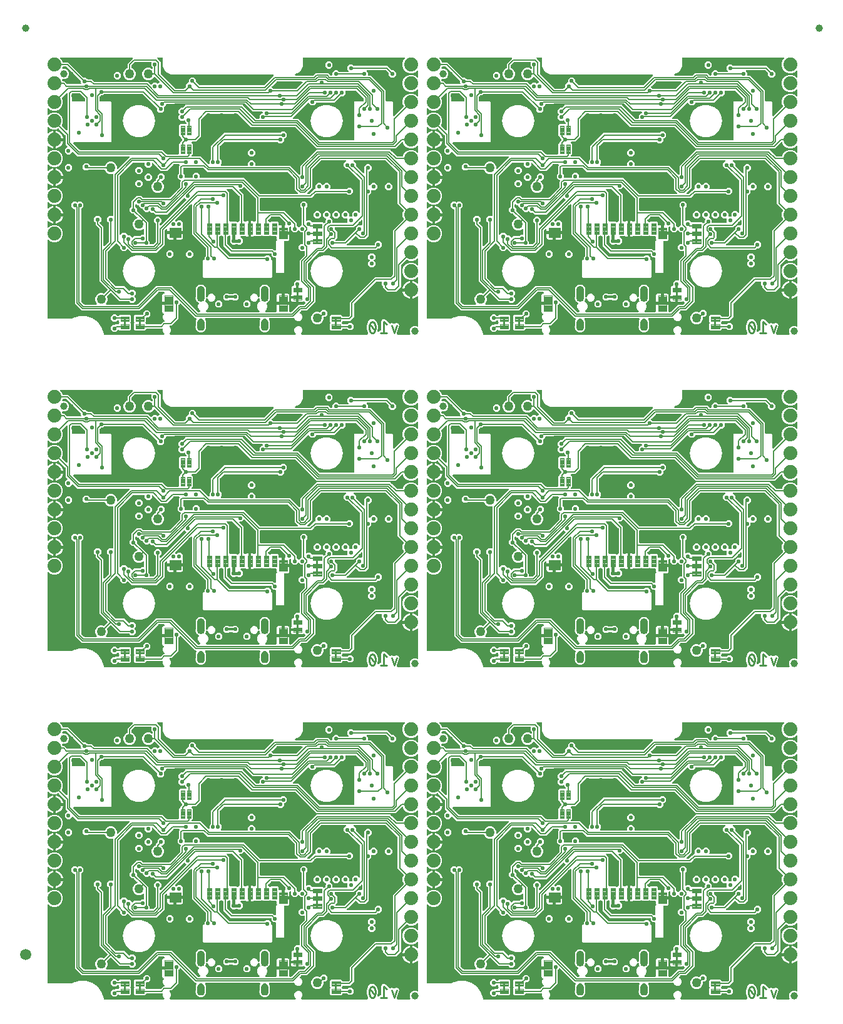
<source format=gbl>
G04 EAGLE Gerber RS-274X export*
G75*
%MOMM*%
%FSLAX34Y34*%
%LPD*%
%INBottom Copper*%
%IPPOS*%
%AMOC8*
5,1,8,0,0,1.08239X$1,22.5*%
G01*
%ADD10C,0.279400*%
%ADD11C,0.099059*%
%ADD12C,1.000000*%
%ADD13C,0.654000*%
%ADD14C,0.105000*%
%ADD15C,0.096000*%
%ADD16C,0.098000*%
%ADD17C,1.270000*%
%ADD18C,1.879600*%
%ADD19C,0.101600*%
%ADD20C,1.500000*%
%ADD21C,0.554000*%
%ADD22C,0.304800*%
%ADD23C,0.152400*%
%ADD24C,0.406400*%
%ADD25C,0.203200*%

G36*
X851465Y902213D02*
X851465Y902213D01*
X851494Y902210D01*
X851605Y902233D01*
X851717Y902249D01*
X851744Y902261D01*
X851773Y902266D01*
X851874Y902319D01*
X851977Y902365D01*
X851999Y902384D01*
X852025Y902397D01*
X852107Y902475D01*
X852194Y902548D01*
X852210Y902573D01*
X852231Y902593D01*
X852288Y902691D01*
X852351Y902785D01*
X852360Y902813D01*
X852375Y902838D01*
X852403Y902948D01*
X852437Y903056D01*
X852438Y903086D01*
X852445Y903114D01*
X852441Y903227D01*
X852444Y903340D01*
X852437Y903369D01*
X852436Y903398D01*
X852401Y903506D01*
X852373Y903615D01*
X852358Y903641D01*
X852349Y903669D01*
X852303Y903733D01*
X852227Y903860D01*
X852182Y903903D01*
X852154Y903942D01*
X851290Y904806D01*
X850447Y906839D01*
X850447Y909041D01*
X851290Y911074D01*
X852846Y912630D01*
X854879Y913473D01*
X857081Y913473D01*
X859114Y912630D01*
X860670Y911074D01*
X861513Y909041D01*
X861513Y906839D01*
X860670Y904806D01*
X859806Y903942D01*
X859789Y903918D01*
X859766Y903899D01*
X859704Y903805D01*
X859635Y903715D01*
X859625Y903687D01*
X859609Y903663D01*
X859575Y903555D01*
X859534Y903449D01*
X859532Y903420D01*
X859523Y903392D01*
X859520Y903278D01*
X859511Y903166D01*
X859516Y903137D01*
X859516Y903108D01*
X859544Y902998D01*
X859567Y902887D01*
X859580Y902861D01*
X859587Y902833D01*
X859645Y902735D01*
X859697Y902635D01*
X859718Y902613D01*
X859733Y902588D01*
X859815Y902511D01*
X859893Y902429D01*
X859919Y902414D01*
X859940Y902394D01*
X860041Y902342D01*
X860139Y902285D01*
X860167Y902278D01*
X860193Y902264D01*
X860270Y902251D01*
X860414Y902215D01*
X860477Y902217D01*
X860524Y902209D01*
X949339Y902209D01*
X949422Y902220D01*
X949505Y902222D01*
X949562Y902240D01*
X949621Y902249D01*
X949697Y902283D01*
X949776Y902308D01*
X949826Y902341D01*
X949880Y902365D01*
X949944Y902419D01*
X950013Y902465D01*
X950052Y902510D01*
X950097Y902548D01*
X950143Y902618D01*
X950197Y902681D01*
X950222Y902736D01*
X950255Y902785D01*
X950280Y902865D01*
X950314Y902941D01*
X950323Y903000D01*
X950340Y903056D01*
X950343Y903139D01*
X950354Y903222D01*
X950346Y903273D01*
X950348Y903340D01*
X950312Y903476D01*
X950300Y903553D01*
X949777Y905077D01*
X949745Y905140D01*
X949729Y905192D01*
X949062Y906561D01*
X948254Y910063D01*
X948254Y913657D01*
X949062Y917159D01*
X949153Y917345D01*
X949155Y917350D01*
X949158Y917355D01*
X949169Y917394D01*
X949241Y917616D01*
X949242Y917651D01*
X949249Y917678D01*
X949264Y917813D01*
X949278Y917824D01*
X949316Y917865D01*
X949361Y917899D01*
X949402Y917956D01*
X949472Y918031D01*
X949517Y918117D01*
X949556Y918172D01*
X949729Y918528D01*
X949751Y918596D01*
X949777Y918643D01*
X950365Y920357D01*
X953760Y922783D01*
X957933Y922783D01*
X961328Y920357D01*
X961916Y918643D01*
X961948Y918580D01*
X961964Y918528D01*
X962631Y917159D01*
X963439Y913657D01*
X963439Y910063D01*
X962819Y907374D01*
X962818Y907373D01*
X962818Y907371D01*
X962806Y907228D01*
X962794Y907091D01*
X962794Y907089D01*
X962794Y907088D01*
X962822Y906948D01*
X962849Y906812D01*
X962850Y906811D01*
X962850Y906809D01*
X962916Y906681D01*
X962979Y906559D01*
X962980Y906558D01*
X962981Y906557D01*
X963080Y906453D01*
X963174Y906353D01*
X963176Y906352D01*
X963177Y906351D01*
X963300Y906279D01*
X963419Y906208D01*
X963421Y906208D01*
X963422Y906207D01*
X963552Y906174D01*
X963694Y906137D01*
X963696Y906137D01*
X963698Y906137D01*
X963835Y906141D01*
X963979Y906145D01*
X963980Y906146D01*
X963982Y906146D01*
X964117Y906189D01*
X964249Y906232D01*
X964251Y906233D01*
X964252Y906233D01*
X964266Y906243D01*
X964486Y906390D01*
X964505Y906413D01*
X964526Y906428D01*
X965894Y907797D01*
X967033Y907797D01*
X967091Y907805D01*
X967149Y907803D01*
X967231Y907825D01*
X967314Y907837D01*
X967368Y907860D01*
X967424Y907875D01*
X967497Y907918D01*
X967574Y907953D01*
X967618Y907991D01*
X967669Y908020D01*
X967726Y908082D01*
X967791Y908136D01*
X967823Y908185D01*
X967863Y908228D01*
X967902Y908303D01*
X967948Y908373D01*
X967966Y908429D01*
X967993Y908481D01*
X968004Y908549D01*
X968034Y908644D01*
X968037Y908744D01*
X968048Y908812D01*
X968048Y919107D01*
X968039Y919170D01*
X968042Y919219D01*
X967909Y920417D01*
X967914Y920427D01*
X967970Y920523D01*
X967978Y920553D01*
X967993Y920581D01*
X968006Y920659D01*
X968031Y920756D01*
X968879Y921604D01*
X968917Y921655D01*
X968953Y921688D01*
X969707Y922629D01*
X969717Y922633D01*
X969825Y922660D01*
X969852Y922676D01*
X969882Y922686D01*
X969946Y922732D01*
X970033Y922783D01*
X971232Y922783D01*
X971295Y922792D01*
X971344Y922789D01*
X972542Y922922D01*
X972552Y922917D01*
X972647Y922860D01*
X972678Y922853D01*
X972706Y922838D01*
X972784Y922825D01*
X972881Y922800D01*
X973729Y921952D01*
X973780Y921914D01*
X973813Y921877D01*
X979021Y917711D01*
X979070Y917627D01*
X979087Y917611D01*
X979100Y917592D01*
X979190Y917514D01*
X979277Y917432D01*
X979297Y917421D01*
X979315Y917406D01*
X979423Y917356D01*
X979529Y917301D01*
X979552Y917296D01*
X979573Y917287D01*
X979691Y917269D01*
X979808Y917246D01*
X979831Y917248D01*
X979854Y917244D01*
X979929Y917256D01*
X980091Y917270D01*
X980143Y917289D01*
X980185Y917296D01*
X982479Y918061D01*
X985092Y916754D01*
X985108Y916749D01*
X985122Y916740D01*
X985243Y916704D01*
X985361Y916664D01*
X985378Y916663D01*
X985395Y916658D01*
X985521Y916657D01*
X985645Y916652D01*
X985662Y916656D01*
X985679Y916656D01*
X985747Y916677D01*
X985922Y916719D01*
X985963Y916743D01*
X986000Y916754D01*
X988613Y918061D01*
X991308Y917162D01*
X992579Y914621D01*
X989268Y904688D01*
X989265Y904673D01*
X989259Y904659D01*
X989240Y904533D01*
X989217Y904408D01*
X989218Y904393D01*
X989216Y904378D01*
X989227Y904310D01*
X989245Y904126D01*
X989252Y904109D01*
X989036Y903678D01*
X989033Y903670D01*
X989029Y903663D01*
X988988Y903535D01*
X988946Y903408D01*
X988945Y903400D01*
X988943Y903392D01*
X988939Y903257D01*
X988934Y903124D01*
X988936Y903116D01*
X988935Y903108D01*
X988969Y902978D01*
X989001Y902848D01*
X989005Y902841D01*
X989007Y902833D01*
X989075Y902719D01*
X989142Y902601D01*
X989148Y902595D01*
X989153Y902588D01*
X989250Y902497D01*
X989346Y902403D01*
X989354Y902399D01*
X989360Y902394D01*
X989479Y902333D01*
X989597Y902270D01*
X989605Y902268D01*
X989613Y902264D01*
X989665Y902255D01*
X989875Y902211D01*
X989913Y902214D01*
X989944Y902209D01*
X1006222Y902209D01*
X1006336Y902225D01*
X1006450Y902235D01*
X1006476Y902245D01*
X1006503Y902249D01*
X1006608Y902295D01*
X1006715Y902337D01*
X1006737Y902353D01*
X1006763Y902365D01*
X1006850Y902439D01*
X1006942Y902508D01*
X1006959Y902531D01*
X1006980Y902548D01*
X1007043Y902644D01*
X1007112Y902736D01*
X1007122Y902762D01*
X1007137Y902785D01*
X1007172Y902895D01*
X1007213Y903002D01*
X1007215Y903030D01*
X1007223Y903056D01*
X1007226Y903171D01*
X1007235Y903285D01*
X1007230Y903310D01*
X1007230Y903340D01*
X1007163Y903597D01*
X1007160Y903613D01*
X1006427Y905381D01*
X1006427Y908179D01*
X1007498Y910764D01*
X1009476Y912742D01*
X1012061Y913813D01*
X1014859Y913813D01*
X1016627Y913080D01*
X1016739Y913052D01*
X1016848Y913017D01*
X1016876Y913016D01*
X1016903Y913009D01*
X1017017Y913013D01*
X1017132Y913010D01*
X1017159Y913017D01*
X1017187Y913017D01*
X1017296Y913052D01*
X1017407Y913081D01*
X1017431Y913096D01*
X1017458Y913104D01*
X1017553Y913168D01*
X1017652Y913227D01*
X1017671Y913247D01*
X1017694Y913262D01*
X1017768Y913350D01*
X1017846Y913434D01*
X1017859Y913459D01*
X1017877Y913480D01*
X1017924Y913585D01*
X1017976Y913687D01*
X1017980Y913712D01*
X1017992Y913740D01*
X1018029Y914003D01*
X1018031Y914018D01*
X1018031Y952976D01*
X1018027Y953005D01*
X1018030Y953035D01*
X1018024Y953063D01*
X1018025Y953088D01*
X1018005Y953163D01*
X1017991Y953258D01*
X1017979Y953285D01*
X1017974Y953313D01*
X1017957Y953345D01*
X1017953Y953363D01*
X1017919Y953419D01*
X1017875Y953517D01*
X1017856Y953540D01*
X1017843Y953566D01*
X1017814Y953596D01*
X1017808Y953607D01*
X1017770Y953643D01*
X1017765Y953648D01*
X1017692Y953734D01*
X1017667Y953751D01*
X1017647Y953772D01*
X1017607Y953795D01*
X1017600Y953802D01*
X1017568Y953818D01*
X1017549Y953829D01*
X1017455Y953892D01*
X1017427Y953901D01*
X1017402Y953916D01*
X1017353Y953928D01*
X1017347Y953931D01*
X1017329Y953934D01*
X1017292Y953943D01*
X1017184Y953978D01*
X1017155Y953978D01*
X1017126Y953986D01*
X1017038Y953983D01*
X1017016Y953986D01*
X1017011Y953986D01*
X1016984Y953983D01*
X1016900Y953985D01*
X1016871Y953978D01*
X1016842Y953977D01*
X1016765Y953952D01*
X1016729Y953947D01*
X1016696Y953932D01*
X1016625Y953913D01*
X1016599Y953898D01*
X1016571Y953889D01*
X1016521Y953853D01*
X1016470Y953830D01*
X1016434Y953800D01*
X1016380Y953768D01*
X1016337Y953722D01*
X1016298Y953694D01*
X1016157Y953554D01*
X1014637Y952449D01*
X1012963Y951596D01*
X1011176Y951015D01*
X1010411Y950894D01*
X1010411Y961644D01*
X1010403Y961702D01*
X1010405Y961760D01*
X1010383Y961842D01*
X1010371Y961925D01*
X1010347Y961979D01*
X1010333Y962035D01*
X1010290Y962108D01*
X1010255Y962185D01*
X1010217Y962229D01*
X1010187Y962280D01*
X1010126Y962337D01*
X1010071Y962402D01*
X1010023Y962434D01*
X1009980Y962474D01*
X1009905Y962513D01*
X1009835Y962559D01*
X1009779Y962577D01*
X1009727Y962604D01*
X1009659Y962615D01*
X1009564Y962645D01*
X1009464Y962648D01*
X1009396Y962659D01*
X1008379Y962659D01*
X1008379Y962661D01*
X1009396Y962661D01*
X1009454Y962669D01*
X1009512Y962668D01*
X1009594Y962689D01*
X1009677Y962701D01*
X1009731Y962725D01*
X1009787Y962739D01*
X1009860Y962782D01*
X1009937Y962817D01*
X1009982Y962855D01*
X1010032Y962885D01*
X1010090Y962946D01*
X1010154Y963001D01*
X1010186Y963049D01*
X1010226Y963092D01*
X1010265Y963167D01*
X1010311Y963237D01*
X1010329Y963293D01*
X1010356Y963345D01*
X1010367Y963413D01*
X1010397Y963508D01*
X1010400Y963608D01*
X1010411Y963676D01*
X1010411Y974426D01*
X1011176Y974305D01*
X1012963Y973724D01*
X1014637Y972871D01*
X1016157Y971766D01*
X1016298Y971626D01*
X1016322Y971608D01*
X1016341Y971586D01*
X1016435Y971523D01*
X1016525Y971455D01*
X1016553Y971444D01*
X1016577Y971428D01*
X1016685Y971394D01*
X1016791Y971354D01*
X1016820Y971351D01*
X1016848Y971342D01*
X1016961Y971339D01*
X1017074Y971330D01*
X1017103Y971336D01*
X1017132Y971335D01*
X1017242Y971364D01*
X1017353Y971386D01*
X1017379Y971399D01*
X1017407Y971407D01*
X1017505Y971465D01*
X1017605Y971517D01*
X1017627Y971537D01*
X1017652Y971552D01*
X1017729Y971635D01*
X1017811Y971713D01*
X1017826Y971738D01*
X1017846Y971759D01*
X1017898Y971860D01*
X1017955Y971958D01*
X1017962Y971986D01*
X1017976Y972013D01*
X1017989Y972090D01*
X1018025Y972233D01*
X1018023Y972296D01*
X1018031Y972344D01*
X1018031Y979095D01*
X1018027Y979124D01*
X1018030Y979153D01*
X1018007Y979264D01*
X1017991Y979376D01*
X1017979Y979403D01*
X1017974Y979432D01*
X1017921Y979532D01*
X1017875Y979636D01*
X1017856Y979658D01*
X1017843Y979684D01*
X1017765Y979766D01*
X1017692Y979853D01*
X1017667Y979869D01*
X1017647Y979890D01*
X1017549Y979947D01*
X1017455Y980010D01*
X1017427Y980019D01*
X1017402Y980034D01*
X1017292Y980062D01*
X1017184Y980096D01*
X1017154Y980097D01*
X1017126Y980104D01*
X1017013Y980100D01*
X1016900Y980103D01*
X1016871Y980096D01*
X1016842Y980095D01*
X1016734Y980060D01*
X1016625Y980032D01*
X1016599Y980017D01*
X1016571Y980008D01*
X1016507Y979962D01*
X1016380Y979886D01*
X1016337Y979841D01*
X1016298Y979813D01*
X1014855Y978369D01*
X1010654Y976629D01*
X1006106Y976629D01*
X1001905Y978370D01*
X998690Y981585D01*
X996949Y985786D01*
X996949Y990334D01*
X998690Y994535D01*
X1001905Y997750D01*
X1006106Y999491D01*
X1010654Y999491D01*
X1014855Y997751D01*
X1016298Y996307D01*
X1016322Y996290D01*
X1016341Y996267D01*
X1016435Y996205D01*
X1016525Y996136D01*
X1016553Y996126D01*
X1016577Y996110D01*
X1016685Y996076D01*
X1016791Y996035D01*
X1016820Y996033D01*
X1016848Y996024D01*
X1016962Y996021D01*
X1017074Y996012D01*
X1017103Y996017D01*
X1017132Y996017D01*
X1017242Y996045D01*
X1017353Y996068D01*
X1017379Y996081D01*
X1017407Y996088D01*
X1017505Y996146D01*
X1017605Y996199D01*
X1017627Y996219D01*
X1017652Y996234D01*
X1017729Y996316D01*
X1017811Y996394D01*
X1017826Y996420D01*
X1017846Y996441D01*
X1017898Y996542D01*
X1017955Y996640D01*
X1017962Y996668D01*
X1017976Y996694D01*
X1017989Y996772D01*
X1018025Y996915D01*
X1018023Y996978D01*
X1018031Y997025D01*
X1018031Y1004495D01*
X1018027Y1004524D01*
X1018030Y1004553D01*
X1018007Y1004664D01*
X1017991Y1004776D01*
X1017979Y1004803D01*
X1017974Y1004832D01*
X1017921Y1004932D01*
X1017875Y1005036D01*
X1017856Y1005058D01*
X1017843Y1005084D01*
X1017765Y1005166D01*
X1017692Y1005253D01*
X1017667Y1005269D01*
X1017647Y1005290D01*
X1017549Y1005347D01*
X1017455Y1005410D01*
X1017427Y1005419D01*
X1017402Y1005434D01*
X1017292Y1005462D01*
X1017184Y1005496D01*
X1017154Y1005497D01*
X1017126Y1005504D01*
X1017013Y1005500D01*
X1016900Y1005503D01*
X1016871Y1005496D01*
X1016842Y1005495D01*
X1016734Y1005460D01*
X1016625Y1005432D01*
X1016599Y1005417D01*
X1016571Y1005408D01*
X1016507Y1005362D01*
X1016380Y1005286D01*
X1016337Y1005241D01*
X1016298Y1005213D01*
X1014855Y1003769D01*
X1010654Y1002029D01*
X1006106Y1002029D01*
X1003053Y1003294D01*
X1003051Y1003294D01*
X1003050Y1003295D01*
X1002916Y1003329D01*
X1002777Y1003365D01*
X1002776Y1003365D01*
X1002774Y1003365D01*
X1002634Y1003361D01*
X1002493Y1003357D01*
X1002492Y1003356D01*
X1002490Y1003356D01*
X1002357Y1003313D01*
X1002223Y1003270D01*
X1002221Y1003269D01*
X1002220Y1003269D01*
X1002208Y1003260D01*
X1001986Y1003112D01*
X1001967Y1003088D01*
X1001946Y1003074D01*
X994962Y996090D01*
X994910Y996020D01*
X994850Y995956D01*
X994824Y995907D01*
X994791Y995863D01*
X994760Y995781D01*
X994720Y995703D01*
X994712Y995655D01*
X994690Y995597D01*
X994678Y995449D01*
X994665Y995372D01*
X994665Y966582D01*
X987948Y959865D01*
X976107Y959865D01*
X974173Y961800D01*
X970660Y965312D01*
X970660Y967132D01*
X970648Y967219D01*
X970645Y967306D01*
X970628Y967359D01*
X970620Y967414D01*
X970585Y967493D01*
X970558Y967577D01*
X970530Y967616D01*
X970504Y967673D01*
X970408Y967786D01*
X970363Y967850D01*
X968652Y969561D01*
X968652Y973177D01*
X968644Y973235D01*
X968646Y973293D01*
X968624Y973375D01*
X968612Y973459D01*
X968589Y973512D01*
X968574Y973568D01*
X968531Y973641D01*
X968496Y973718D01*
X968458Y973763D01*
X968429Y973813D01*
X968367Y973871D01*
X968313Y973935D01*
X968264Y973967D01*
X968221Y974007D01*
X968146Y974046D01*
X968076Y974093D01*
X968020Y974110D01*
X967968Y974137D01*
X967900Y974148D01*
X967805Y974178D01*
X967705Y974181D01*
X967637Y974192D01*
X962055Y974192D01*
X961969Y974180D01*
X961881Y974177D01*
X961828Y974160D01*
X961774Y974152D01*
X961694Y974117D01*
X961611Y974090D01*
X961571Y974062D01*
X961514Y974036D01*
X961401Y973940D01*
X961337Y973895D01*
X931462Y944020D01*
X931410Y943950D01*
X931350Y943886D01*
X931324Y943837D01*
X931291Y943793D01*
X931260Y943711D01*
X931220Y943633D01*
X931212Y943585D01*
X931190Y943527D01*
X931178Y943379D01*
X931165Y943302D01*
X931165Y925942D01*
X925845Y920622D01*
X916178Y920622D01*
X916120Y920614D01*
X916062Y920616D01*
X915980Y920594D01*
X915896Y920582D01*
X915843Y920559D01*
X915787Y920544D01*
X915714Y920501D01*
X915637Y920466D01*
X915592Y920428D01*
X915542Y920399D01*
X915484Y920337D01*
X915420Y920283D01*
X915388Y920234D01*
X915348Y920191D01*
X915309Y920116D01*
X915262Y920046D01*
X915245Y919990D01*
X915218Y919938D01*
X915207Y919870D01*
X915177Y919775D01*
X915174Y919675D01*
X915163Y919607D01*
X915163Y919563D01*
X914527Y918928D01*
X914492Y918881D01*
X914450Y918841D01*
X914407Y918768D01*
X914357Y918701D01*
X914336Y918646D01*
X914306Y918596D01*
X914285Y918514D01*
X914255Y918435D01*
X914251Y918377D01*
X914236Y918320D01*
X914239Y918236D01*
X914232Y918152D01*
X914243Y918094D01*
X914245Y918036D01*
X914271Y917956D01*
X914288Y917873D01*
X914315Y917821D01*
X914333Y917765D01*
X914373Y917709D01*
X914419Y917621D01*
X914487Y917548D01*
X914527Y917492D01*
X915163Y916857D01*
X915163Y916813D01*
X915171Y916755D01*
X915169Y916697D01*
X915191Y916615D01*
X915203Y916531D01*
X915226Y916478D01*
X915241Y916422D01*
X915284Y916349D01*
X915319Y916272D01*
X915357Y916227D01*
X915386Y916177D01*
X915448Y916119D01*
X915502Y916055D01*
X915551Y916023D01*
X915594Y915983D01*
X915669Y915944D01*
X915739Y915897D01*
X915795Y915880D01*
X915847Y915853D01*
X915915Y915842D01*
X916010Y915812D01*
X916110Y915809D01*
X916178Y915798D01*
X921285Y915798D01*
X921372Y915810D01*
X921459Y915813D01*
X921512Y915830D01*
X921567Y915838D01*
X921646Y915873D01*
X921730Y915900D01*
X921769Y915928D01*
X921826Y915954D01*
X921939Y916050D01*
X922003Y916095D01*
X923841Y917933D01*
X927819Y917933D01*
X930633Y915119D01*
X930633Y911141D01*
X927819Y908327D01*
X923841Y908327D01*
X922257Y909911D01*
X922187Y909963D01*
X922123Y910023D01*
X922074Y910049D01*
X922030Y910082D01*
X921948Y910113D01*
X921870Y910153D01*
X921823Y910161D01*
X921764Y910183D01*
X921616Y910195D01*
X921539Y910208D01*
X916178Y910208D01*
X916120Y910200D01*
X916062Y910202D01*
X915980Y910180D01*
X915896Y910168D01*
X915843Y910145D01*
X915787Y910130D01*
X915714Y910087D01*
X915637Y910052D01*
X915592Y910014D01*
X915542Y909985D01*
X915484Y909923D01*
X915420Y909869D01*
X915388Y909820D01*
X915348Y909777D01*
X915309Y909702D01*
X915262Y909632D01*
X915245Y909576D01*
X915218Y909524D01*
X915207Y909456D01*
X915177Y909361D01*
X915174Y909261D01*
X915163Y909193D01*
X915163Y909149D01*
X913682Y907668D01*
X899878Y907668D01*
X898397Y909149D01*
X898397Y916857D01*
X899033Y917492D01*
X899068Y917539D01*
X899110Y917579D01*
X899153Y917652D01*
X899203Y917719D01*
X899224Y917774D01*
X899254Y917824D01*
X899275Y917906D01*
X899305Y917985D01*
X899309Y918043D01*
X899324Y918100D01*
X899321Y918184D01*
X899328Y918268D01*
X899317Y918326D01*
X899315Y918384D01*
X899289Y918464D01*
X899272Y918547D01*
X899245Y918599D01*
X899227Y918655D01*
X899187Y918711D01*
X899141Y918799D01*
X899073Y918872D01*
X899033Y918928D01*
X898397Y919563D01*
X898397Y927271D01*
X899878Y928752D01*
X913682Y928752D01*
X915163Y927271D01*
X915163Y927227D01*
X915171Y927169D01*
X915169Y927111D01*
X915191Y927029D01*
X915203Y926945D01*
X915226Y926892D01*
X915241Y926836D01*
X915284Y926763D01*
X915319Y926686D01*
X915357Y926641D01*
X915386Y926591D01*
X915448Y926533D01*
X915502Y926469D01*
X915551Y926437D01*
X915594Y926397D01*
X915669Y926358D01*
X915739Y926311D01*
X915795Y926294D01*
X915847Y926267D01*
X915915Y926256D01*
X916010Y926226D01*
X916110Y926223D01*
X916178Y926212D01*
X923109Y926212D01*
X923195Y926224D01*
X923283Y926227D01*
X923336Y926244D01*
X923390Y926252D01*
X923470Y926287D01*
X923553Y926314D01*
X923593Y926342D01*
X923650Y926368D01*
X923763Y926464D01*
X923827Y926509D01*
X925278Y927960D01*
X925330Y928030D01*
X925390Y928094D01*
X925416Y928143D01*
X925449Y928187D01*
X925480Y928269D01*
X925520Y928347D01*
X925528Y928395D01*
X925550Y928453D01*
X925562Y928601D01*
X925575Y928678D01*
X925575Y946038D01*
X927510Y947972D01*
X959319Y979782D01*
X979981Y979782D01*
X980067Y979794D01*
X980155Y979797D01*
X980208Y979814D01*
X980262Y979822D01*
X980342Y979857D01*
X980425Y979884D01*
X980465Y979912D01*
X980522Y979938D01*
X980635Y980034D01*
X980699Y980079D01*
X983190Y982570D01*
X983242Y982640D01*
X983302Y982704D01*
X983328Y982753D01*
X983361Y982797D01*
X983392Y982879D01*
X983432Y982957D01*
X983440Y983005D01*
X983462Y983063D01*
X983474Y983211D01*
X983487Y983288D01*
X983487Y1043320D01*
X985422Y1045254D01*
X997994Y1057826D01*
X997995Y1057828D01*
X997996Y1057829D01*
X998078Y1057938D01*
X998165Y1058054D01*
X998165Y1058055D01*
X998166Y1058056D01*
X998216Y1058188D01*
X998266Y1058319D01*
X998266Y1058321D01*
X998267Y1058322D01*
X998278Y1058467D01*
X998290Y1058603D01*
X998289Y1058604D01*
X998290Y1058606D01*
X998286Y1058621D01*
X998279Y1058657D01*
X998279Y1058674D01*
X998263Y1058737D01*
X998234Y1058881D01*
X998220Y1058908D01*
X998214Y1058933D01*
X996949Y1061986D01*
X996949Y1066534D01*
X998214Y1069587D01*
X998214Y1069589D01*
X998215Y1069590D01*
X998248Y1069717D01*
X998285Y1069863D01*
X998285Y1069864D01*
X998285Y1069866D01*
X998281Y1070005D01*
X998277Y1070147D01*
X998276Y1070148D01*
X998276Y1070150D01*
X998234Y1070280D01*
X998190Y1070417D01*
X998189Y1070419D01*
X998189Y1070420D01*
X998180Y1070432D01*
X998032Y1070654D01*
X998009Y1070673D01*
X997994Y1070694D01*
X992026Y1076662D01*
X990091Y1078596D01*
X990091Y1121073D01*
X990079Y1121160D01*
X990076Y1121247D01*
X990059Y1121300D01*
X990051Y1121355D01*
X990016Y1121434D01*
X989989Y1121518D01*
X989961Y1121557D01*
X989935Y1121614D01*
X989839Y1121727D01*
X989794Y1121791D01*
X973709Y1137876D01*
X973639Y1137928D01*
X973575Y1137988D01*
X973526Y1138014D01*
X973482Y1138047D01*
X973400Y1138078D01*
X973322Y1138118D01*
X973275Y1138126D01*
X973216Y1138148D01*
X973068Y1138160D01*
X972991Y1138173D01*
X931470Y1138173D01*
X931441Y1138169D01*
X931412Y1138172D01*
X931301Y1138149D01*
X931188Y1138133D01*
X931162Y1138121D01*
X931133Y1138116D01*
X931032Y1138063D01*
X930929Y1138017D01*
X930907Y1137998D01*
X930880Y1137985D01*
X930798Y1137907D01*
X930712Y1137834D01*
X930696Y1137809D01*
X930674Y1137789D01*
X930617Y1137691D01*
X930554Y1137597D01*
X930545Y1137569D01*
X930531Y1137544D01*
X930503Y1137434D01*
X930469Y1137326D01*
X930468Y1137296D01*
X930461Y1137268D01*
X930464Y1137155D01*
X930461Y1137042D01*
X930469Y1137013D01*
X930470Y1136984D01*
X930504Y1136876D01*
X930533Y1136767D01*
X930548Y1136741D01*
X930557Y1136713D01*
X930603Y1136650D01*
X930678Y1136522D01*
X930724Y1136479D01*
X930752Y1136440D01*
X933633Y1133559D01*
X933633Y1131140D01*
X933645Y1131054D01*
X933648Y1130966D01*
X933665Y1130913D01*
X933673Y1130859D01*
X933708Y1130779D01*
X933735Y1130696D01*
X933763Y1130656D01*
X933789Y1130599D01*
X933885Y1130486D01*
X933930Y1130422D01*
X943564Y1120788D01*
X943588Y1120771D01*
X943607Y1120748D01*
X943701Y1120685D01*
X943791Y1120617D01*
X943819Y1120607D01*
X943843Y1120591D01*
X943951Y1120556D01*
X944057Y1120516D01*
X944086Y1120514D01*
X944114Y1120505D01*
X944228Y1120502D01*
X944340Y1120493D01*
X944369Y1120498D01*
X944398Y1120498D01*
X944508Y1120526D01*
X944619Y1120548D01*
X944645Y1120562D01*
X944673Y1120569D01*
X944771Y1120627D01*
X944871Y1120679D01*
X944893Y1120700D01*
X944918Y1120715D01*
X944995Y1120797D01*
X945077Y1120875D01*
X945092Y1120901D01*
X945112Y1120922D01*
X945164Y1121023D01*
X945221Y1121120D01*
X945228Y1121149D01*
X945242Y1121175D01*
X945255Y1121252D01*
X945291Y1121396D01*
X945289Y1121458D01*
X945297Y1121506D01*
X945297Y1125210D01*
X945285Y1125297D01*
X945282Y1125384D01*
X945265Y1125437D01*
X945257Y1125492D01*
X945222Y1125571D01*
X945195Y1125655D01*
X945167Y1125694D01*
X945157Y1125715D01*
X945157Y1129749D01*
X947971Y1132563D01*
X951949Y1132563D01*
X954763Y1129749D01*
X954763Y1125771D01*
X951949Y1122957D01*
X951902Y1122957D01*
X951844Y1122949D01*
X951786Y1122951D01*
X951704Y1122929D01*
X951620Y1122917D01*
X951567Y1122894D01*
X951511Y1122879D01*
X951438Y1122836D01*
X951361Y1122801D01*
X951316Y1122763D01*
X951266Y1122734D01*
X951208Y1122672D01*
X951144Y1122618D01*
X951112Y1122569D01*
X951072Y1122526D01*
X951033Y1122451D01*
X950986Y1122381D01*
X950969Y1122325D01*
X950942Y1122273D01*
X950931Y1122205D01*
X950901Y1122110D01*
X950898Y1122010D01*
X950887Y1121942D01*
X950887Y1104910D01*
X950891Y1104881D01*
X950888Y1104852D01*
X950911Y1104741D01*
X950927Y1104628D01*
X950939Y1104602D01*
X950944Y1104573D01*
X950997Y1104472D01*
X951043Y1104369D01*
X951062Y1104347D01*
X951075Y1104320D01*
X951153Y1104238D01*
X951226Y1104152D01*
X951251Y1104136D01*
X951271Y1104114D01*
X951369Y1104057D01*
X951463Y1103994D01*
X951491Y1103985D01*
X951516Y1103971D01*
X951626Y1103943D01*
X951734Y1103909D01*
X951764Y1103908D01*
X951792Y1103901D01*
X951905Y1103904D01*
X952018Y1103901D01*
X952047Y1103909D01*
X952076Y1103910D01*
X952184Y1103944D01*
X952293Y1103973D01*
X952319Y1103988D01*
X952347Y1103997D01*
X952410Y1104043D01*
X952538Y1104118D01*
X952581Y1104164D01*
X952620Y1104192D01*
X955591Y1107163D01*
X959569Y1107163D01*
X962383Y1104349D01*
X962383Y1100371D01*
X959569Y1097557D01*
X955500Y1097557D01*
X955442Y1097549D01*
X955384Y1097551D01*
X955302Y1097529D01*
X955218Y1097517D01*
X955165Y1097494D01*
X955109Y1097479D01*
X955036Y1097436D01*
X954959Y1097401D01*
X954914Y1097363D01*
X954864Y1097334D01*
X954806Y1097272D01*
X954742Y1097218D01*
X954710Y1097169D01*
X954670Y1097126D01*
X954631Y1097051D01*
X954584Y1096981D01*
X954567Y1096925D01*
X954540Y1096873D01*
X954529Y1096805D01*
X954499Y1096710D01*
X954496Y1096610D01*
X954485Y1096542D01*
X954485Y1094021D01*
X951633Y1091169D01*
X951620Y1091167D01*
X951567Y1091144D01*
X951511Y1091129D01*
X951438Y1091086D01*
X951361Y1091051D01*
X951316Y1091013D01*
X951266Y1090984D01*
X951208Y1090922D01*
X951144Y1090868D01*
X951112Y1090819D01*
X951072Y1090776D01*
X951033Y1090701D01*
X950986Y1090631D01*
X950969Y1090575D01*
X950942Y1090523D01*
X950931Y1090455D01*
X950901Y1090360D01*
X950898Y1090260D01*
X950887Y1090192D01*
X950887Y1035713D01*
X946437Y1031263D01*
X938364Y1031263D01*
X934168Y1035460D01*
X934121Y1035495D01*
X934081Y1035537D01*
X934008Y1035580D01*
X933941Y1035631D01*
X933886Y1035651D01*
X933836Y1035681D01*
X933754Y1035702D01*
X933675Y1035732D01*
X933617Y1035737D01*
X933560Y1035751D01*
X933476Y1035748D01*
X933392Y1035755D01*
X933334Y1035744D01*
X933276Y1035742D01*
X933196Y1035716D01*
X933113Y1035700D01*
X933061Y1035673D01*
X933005Y1035655D01*
X932949Y1035615D01*
X932861Y1035569D01*
X932788Y1035500D01*
X932732Y1035460D01*
X922572Y1025300D01*
X921610Y1024338D01*
X921593Y1024314D01*
X921570Y1024295D01*
X921507Y1024201D01*
X921439Y1024111D01*
X921429Y1024083D01*
X921413Y1024059D01*
X921378Y1023951D01*
X921338Y1023845D01*
X921336Y1023816D01*
X921327Y1023788D01*
X921324Y1023674D01*
X921315Y1023562D01*
X921320Y1023533D01*
X921320Y1023504D01*
X921348Y1023394D01*
X921370Y1023283D01*
X921384Y1023257D01*
X921391Y1023229D01*
X921449Y1023131D01*
X921501Y1023031D01*
X921522Y1023009D01*
X921537Y1022984D01*
X921619Y1022907D01*
X921697Y1022825D01*
X921722Y1022810D01*
X921744Y1022790D01*
X921845Y1022738D01*
X921942Y1022681D01*
X921971Y1022674D01*
X921997Y1022660D01*
X922074Y1022647D01*
X922218Y1022611D01*
X922280Y1022613D01*
X922328Y1022605D01*
X958112Y1022605D01*
X958170Y1022613D01*
X958228Y1022611D01*
X958310Y1022633D01*
X958394Y1022645D01*
X958447Y1022668D01*
X958503Y1022683D01*
X958576Y1022726D01*
X958653Y1022761D01*
X958698Y1022799D01*
X958748Y1022828D01*
X958806Y1022890D01*
X958870Y1022944D01*
X958902Y1022993D01*
X958942Y1023036D01*
X958981Y1023111D01*
X959028Y1023181D01*
X959045Y1023237D01*
X959072Y1023289D01*
X959083Y1023357D01*
X959113Y1023452D01*
X959116Y1023552D01*
X959127Y1023620D01*
X959127Y1025609D01*
X961941Y1028423D01*
X965919Y1028423D01*
X968733Y1025609D01*
X968733Y1021631D01*
X965919Y1018817D01*
X963500Y1018817D01*
X963414Y1018805D01*
X963326Y1018802D01*
X963273Y1018785D01*
X963219Y1018777D01*
X963139Y1018742D01*
X963056Y1018715D01*
X963016Y1018687D01*
X962959Y1018661D01*
X962846Y1018565D01*
X962782Y1018520D01*
X961278Y1017015D01*
X900101Y1017015D01*
X898167Y1018950D01*
X897625Y1019491D01*
X897579Y1019526D01*
X897538Y1019569D01*
X897466Y1019611D01*
X897398Y1019662D01*
X897344Y1019683D01*
X897293Y1019712D01*
X897212Y1019733D01*
X897133Y1019763D01*
X897074Y1019768D01*
X897018Y1019783D01*
X896933Y1019780D01*
X896849Y1019787D01*
X896792Y1019775D01*
X896733Y1019774D01*
X896653Y1019748D01*
X896571Y1019731D01*
X896519Y1019704D01*
X896463Y1019686D01*
X896407Y1019646D01*
X896318Y1019600D01*
X896246Y1019531D01*
X896190Y1019491D01*
X889904Y1013205D01*
X884228Y1013205D01*
X884142Y1013193D01*
X884054Y1013190D01*
X884001Y1013173D01*
X883947Y1013165D01*
X883867Y1013130D01*
X883784Y1013103D01*
X883744Y1013075D01*
X883687Y1013049D01*
X883574Y1012953D01*
X883510Y1012908D01*
X869232Y998630D01*
X869180Y998560D01*
X869120Y998496D01*
X869094Y998447D01*
X869061Y998403D01*
X869030Y998321D01*
X868990Y998243D01*
X868982Y998195D01*
X868960Y998137D01*
X868948Y997989D01*
X868935Y997912D01*
X868935Y978208D01*
X868947Y978122D01*
X868950Y978034D01*
X868967Y977981D01*
X868975Y977927D01*
X869010Y977847D01*
X869037Y977764D01*
X869065Y977724D01*
X869091Y977667D01*
X869187Y977554D01*
X869232Y977490D01*
X879095Y967628D01*
X879095Y946262D01*
X867298Y934465D01*
X860098Y934465D01*
X860012Y934453D01*
X859924Y934450D01*
X859871Y934433D01*
X859817Y934425D01*
X859737Y934390D01*
X859654Y934363D01*
X859614Y934335D01*
X859557Y934309D01*
X859444Y934213D01*
X859380Y934168D01*
X857875Y932663D01*
X857807Y932572D01*
X857732Y932483D01*
X857721Y932458D01*
X857704Y932436D01*
X857664Y932329D01*
X857617Y932224D01*
X857613Y932196D01*
X857603Y932170D01*
X857594Y932056D01*
X857578Y931942D01*
X857582Y931914D01*
X857580Y931887D01*
X857602Y931774D01*
X857619Y931661D01*
X857630Y931635D01*
X857636Y931608D01*
X857688Y931506D01*
X857736Y931401D01*
X857754Y931380D01*
X857767Y931356D01*
X857846Y931272D01*
X857920Y931185D01*
X857941Y931172D01*
X857962Y931150D01*
X858192Y931015D01*
X858205Y931007D01*
X859114Y930630D01*
X860670Y929074D01*
X861513Y927041D01*
X861513Y924839D01*
X860670Y922806D01*
X859114Y921250D01*
X857081Y920407D01*
X854879Y920407D01*
X852846Y921250D01*
X851290Y922806D01*
X850913Y923715D01*
X850855Y923814D01*
X850802Y923916D01*
X850783Y923936D01*
X850768Y923960D01*
X850685Y924039D01*
X850606Y924122D01*
X850582Y924136D01*
X850562Y924155D01*
X850460Y924208D01*
X850361Y924266D01*
X850334Y924273D01*
X850309Y924286D01*
X850196Y924308D01*
X850085Y924336D01*
X850057Y924335D01*
X850030Y924341D01*
X849916Y924331D01*
X849801Y924327D01*
X849774Y924318D01*
X849747Y924316D01*
X849719Y924305D01*
X816898Y924305D01*
X816869Y924301D01*
X816839Y924304D01*
X816728Y924281D01*
X816616Y924265D01*
X816590Y924253D01*
X816561Y924248D01*
X816460Y924196D01*
X816357Y924149D01*
X816334Y924130D01*
X816308Y924117D01*
X816226Y924039D01*
X816140Y923966D01*
X816124Y923941D01*
X816102Y923921D01*
X816045Y923823D01*
X815982Y923729D01*
X815973Y923701D01*
X815959Y923676D01*
X815931Y923566D01*
X815896Y923458D01*
X815896Y923428D01*
X815889Y923400D01*
X815892Y923287D01*
X815889Y923174D01*
X815897Y923145D01*
X815898Y923116D01*
X815932Y923008D01*
X815961Y922899D01*
X815976Y922873D01*
X815985Y922845D01*
X816031Y922782D01*
X816106Y922654D01*
X816152Y922611D01*
X816180Y922572D01*
X816384Y922368D01*
X816615Y921707D01*
X816684Y921574D01*
X816714Y921502D01*
X817087Y920909D01*
X817165Y920213D01*
X817202Y920068D01*
X817216Y919991D01*
X817393Y919485D01*
X817387Y919449D01*
X817357Y919355D01*
X817354Y919254D01*
X817343Y919186D01*
X817343Y918694D01*
X817352Y918630D01*
X817349Y918580D01*
X817432Y917845D01*
X817420Y917824D01*
X817412Y917794D01*
X817398Y917767D01*
X817386Y917694D01*
X817358Y917605D01*
X817357Y917581D01*
X817349Y917549D01*
X817351Y917485D01*
X817343Y917436D01*
X817343Y913604D01*
X817347Y913574D01*
X817345Y913543D01*
X817367Y913433D01*
X817383Y913323D01*
X817395Y913295D01*
X817401Y913264D01*
X817433Y913207D01*
X817349Y912460D01*
X817351Y912395D01*
X817343Y912346D01*
X817343Y911854D01*
X817351Y911795D01*
X817350Y911736D01*
X817369Y911670D01*
X817383Y911573D01*
X817392Y911552D01*
X817216Y911049D01*
X817187Y910903D01*
X817165Y910827D01*
X817087Y910131D01*
X816714Y909538D01*
X816653Y909402D01*
X816615Y909333D01*
X816384Y908672D01*
X815889Y908177D01*
X815799Y908058D01*
X815747Y907999D01*
X815374Y907406D01*
X814934Y907129D01*
X814933Y907129D01*
X814781Y907033D01*
X814667Y906937D01*
X814603Y906891D01*
X814108Y906396D01*
X813447Y906165D01*
X813314Y906096D01*
X813242Y906066D01*
X812649Y905693D01*
X811953Y905615D01*
X811808Y905578D01*
X811731Y905564D01*
X811070Y905333D01*
X810374Y905411D01*
X810224Y905407D01*
X810146Y905411D01*
X809450Y905333D01*
X808789Y905564D01*
X808643Y905593D01*
X808567Y905615D01*
X807871Y905693D01*
X807278Y906066D01*
X807142Y906127D01*
X807073Y906165D01*
X806412Y906396D01*
X805917Y906891D01*
X805798Y906981D01*
X805739Y907033D01*
X805146Y907406D01*
X804773Y907999D01*
X804677Y908113D01*
X804631Y908177D01*
X804136Y908672D01*
X803905Y909333D01*
X803836Y909466D01*
X803806Y909538D01*
X803433Y910131D01*
X803355Y910827D01*
X803318Y910972D01*
X803304Y911049D01*
X803127Y911555D01*
X803133Y911591D01*
X803163Y911685D01*
X803166Y911786D01*
X803177Y911854D01*
X803177Y912346D01*
X803168Y912410D01*
X803171Y912460D01*
X803088Y913195D01*
X803100Y913216D01*
X803108Y913246D01*
X803122Y913273D01*
X803135Y913350D01*
X803171Y913491D01*
X803169Y913555D01*
X803177Y913604D01*
X803177Y917436D01*
X803173Y917466D01*
X803175Y917497D01*
X803169Y917530D01*
X803169Y917554D01*
X803150Y917627D01*
X803137Y917717D01*
X803125Y917745D01*
X803119Y917776D01*
X803105Y917800D01*
X803098Y917829D01*
X803088Y917845D01*
X803171Y918580D01*
X803169Y918645D01*
X803177Y918694D01*
X803177Y919186D01*
X803169Y919245D01*
X803170Y919304D01*
X803151Y919370D01*
X803137Y919467D01*
X803128Y919488D01*
X803304Y919991D01*
X803333Y920137D01*
X803355Y920213D01*
X803433Y920909D01*
X803806Y921502D01*
X803867Y921638D01*
X803905Y921707D01*
X804136Y922368D01*
X804340Y922572D01*
X804358Y922596D01*
X804380Y922615D01*
X804443Y922709D01*
X804511Y922799D01*
X804521Y922827D01*
X804538Y922851D01*
X804572Y922959D01*
X804612Y923065D01*
X804615Y923094D01*
X804624Y923122D01*
X804626Y923236D01*
X804636Y923348D01*
X804630Y923377D01*
X804631Y923406D01*
X804602Y923516D01*
X804580Y923627D01*
X804566Y923653D01*
X804559Y923681D01*
X804501Y923779D01*
X804449Y923879D01*
X804429Y923901D01*
X804414Y923926D01*
X804331Y924003D01*
X804253Y924085D01*
X804228Y924100D01*
X804206Y924120D01*
X804106Y924172D01*
X804008Y924229D01*
X803979Y924236D01*
X803953Y924250D01*
X803876Y924263D01*
X803732Y924299D01*
X803670Y924297D01*
X803622Y924305D01*
X730538Y924305D01*
X730509Y924301D01*
X730479Y924304D01*
X730368Y924281D01*
X730256Y924265D01*
X730230Y924253D01*
X730201Y924248D01*
X730100Y924196D01*
X729997Y924149D01*
X729974Y924130D01*
X729948Y924117D01*
X729866Y924039D01*
X729780Y923966D01*
X729764Y923941D01*
X729742Y923921D01*
X729685Y923823D01*
X729622Y923729D01*
X729613Y923701D01*
X729599Y923676D01*
X729571Y923566D01*
X729536Y923458D01*
X729536Y923428D01*
X729529Y923400D01*
X729532Y923287D01*
X729529Y923174D01*
X729537Y923145D01*
X729538Y923116D01*
X729572Y923008D01*
X729601Y922899D01*
X729616Y922873D01*
X729625Y922845D01*
X729671Y922782D01*
X729746Y922654D01*
X729792Y922611D01*
X729820Y922572D01*
X730024Y922368D01*
X730255Y921707D01*
X730324Y921574D01*
X730354Y921502D01*
X730727Y920909D01*
X730805Y920213D01*
X730842Y920068D01*
X730856Y919991D01*
X731033Y919485D01*
X731027Y919449D01*
X730997Y919355D01*
X730994Y919254D01*
X730983Y919186D01*
X730983Y918694D01*
X730992Y918630D01*
X730989Y918580D01*
X731072Y917845D01*
X731060Y917824D01*
X731052Y917794D01*
X731038Y917767D01*
X731026Y917694D01*
X730998Y917605D01*
X730997Y917581D01*
X730989Y917549D01*
X730991Y917485D01*
X730983Y917436D01*
X730983Y913604D01*
X730987Y913574D01*
X730985Y913543D01*
X731007Y913433D01*
X731023Y913323D01*
X731035Y913295D01*
X731041Y913264D01*
X731073Y913207D01*
X730989Y912460D01*
X730991Y912395D01*
X730983Y912346D01*
X730983Y911854D01*
X730991Y911795D01*
X730990Y911736D01*
X731009Y911670D01*
X731023Y911573D01*
X731032Y911552D01*
X730856Y911049D01*
X730827Y910903D01*
X730805Y910827D01*
X730727Y910131D01*
X730354Y909538D01*
X730293Y909402D01*
X730255Y909333D01*
X730024Y908672D01*
X729529Y908177D01*
X729439Y908058D01*
X729387Y907999D01*
X729014Y907406D01*
X728574Y907129D01*
X728573Y907129D01*
X728421Y907033D01*
X728307Y906937D01*
X728243Y906891D01*
X727748Y906396D01*
X727087Y906165D01*
X726954Y906096D01*
X726882Y906066D01*
X726289Y905693D01*
X725593Y905615D01*
X725448Y905578D01*
X725371Y905564D01*
X724710Y905333D01*
X724014Y905411D01*
X723864Y905407D01*
X723786Y905411D01*
X723090Y905333D01*
X722429Y905564D01*
X722283Y905593D01*
X722207Y905615D01*
X721511Y905693D01*
X720918Y906066D01*
X720782Y906127D01*
X720713Y906165D01*
X720052Y906396D01*
X719557Y906891D01*
X719438Y906981D01*
X719379Y907033D01*
X718786Y907406D01*
X718413Y907999D01*
X718317Y908113D01*
X718271Y908177D01*
X717776Y908672D01*
X717545Y909333D01*
X717476Y909466D01*
X717446Y909538D01*
X717073Y910131D01*
X716995Y910827D01*
X716958Y910972D01*
X716944Y911049D01*
X716767Y911555D01*
X716773Y911591D01*
X716803Y911685D01*
X716806Y911786D01*
X716817Y911854D01*
X716817Y912346D01*
X716808Y912410D01*
X716811Y912460D01*
X716728Y913195D01*
X716740Y913216D01*
X716748Y913246D01*
X716762Y913273D01*
X716775Y913350D01*
X716811Y913491D01*
X716809Y913555D01*
X716817Y913604D01*
X716817Y917436D01*
X716813Y917466D01*
X716815Y917497D01*
X716809Y917530D01*
X716809Y917554D01*
X716790Y917627D01*
X716777Y917717D01*
X716765Y917745D01*
X716759Y917775D01*
X716745Y917800D01*
X716738Y917829D01*
X716728Y917845D01*
X716811Y918580D01*
X716809Y918645D01*
X716817Y918694D01*
X716817Y919186D01*
X716809Y919245D01*
X716810Y919304D01*
X716791Y919370D01*
X716777Y919467D01*
X716768Y919488D01*
X716944Y919991D01*
X716973Y920137D01*
X716995Y920213D01*
X717073Y920909D01*
X717446Y921502D01*
X717507Y921638D01*
X717545Y921707D01*
X717776Y922368D01*
X717980Y922572D01*
X717998Y922596D01*
X718020Y922615D01*
X718083Y922709D01*
X718151Y922799D01*
X718161Y922827D01*
X718178Y922851D01*
X718212Y922959D01*
X718252Y923065D01*
X718255Y923094D01*
X718264Y923122D01*
X718266Y923236D01*
X718276Y923348D01*
X718270Y923377D01*
X718271Y923406D01*
X718242Y923516D01*
X718220Y923627D01*
X718206Y923653D01*
X718199Y923681D01*
X718141Y923779D01*
X718089Y923879D01*
X718069Y923901D01*
X718054Y923926D01*
X717971Y924003D01*
X717893Y924085D01*
X717868Y924100D01*
X717846Y924120D01*
X717746Y924172D01*
X717648Y924229D01*
X717619Y924236D01*
X717593Y924250D01*
X717516Y924263D01*
X717372Y924299D01*
X717310Y924297D01*
X717262Y924305D01*
X715979Y924305D01*
X696621Y943663D01*
X696574Y943698D01*
X696534Y943741D01*
X696461Y943783D01*
X696394Y943834D01*
X696339Y943855D01*
X696289Y943885D01*
X696207Y943905D01*
X696128Y943935D01*
X696070Y943940D01*
X696013Y943955D01*
X695929Y943952D01*
X695845Y943959D01*
X695788Y943947D01*
X695729Y943946D01*
X695649Y943920D01*
X695566Y943903D01*
X695514Y943876D01*
X695459Y943858D01*
X695402Y943818D01*
X695314Y943772D01*
X695241Y943703D01*
X695185Y943663D01*
X693972Y942450D01*
X693920Y942380D01*
X693860Y942316D01*
X693834Y942267D01*
X693801Y942223D01*
X693770Y942141D01*
X693730Y942063D01*
X693722Y942016D01*
X693700Y941957D01*
X693688Y941809D01*
X693675Y941732D01*
X693675Y923402D01*
X691740Y921468D01*
X684418Y914145D01*
X682250Y914145D01*
X682221Y914141D01*
X682192Y914144D01*
X682081Y914121D01*
X681969Y914105D01*
X681942Y914093D01*
X681913Y914088D01*
X681812Y914035D01*
X681709Y913989D01*
X681687Y913970D01*
X681661Y913957D01*
X681579Y913879D01*
X681492Y913806D01*
X681476Y913781D01*
X681455Y913761D01*
X681398Y913663D01*
X681335Y913569D01*
X681326Y913541D01*
X681311Y913516D01*
X681283Y913406D01*
X681249Y913298D01*
X681248Y913268D01*
X681241Y913240D01*
X681245Y913127D01*
X681242Y913014D01*
X681249Y912985D01*
X681250Y912956D01*
X681285Y912848D01*
X681313Y912739D01*
X681328Y912713D01*
X681337Y912685D01*
X681383Y912621D01*
X681459Y912494D01*
X681504Y912451D01*
X681532Y912412D01*
X682870Y911074D01*
X683713Y909041D01*
X683713Y906839D01*
X682870Y904806D01*
X682006Y903942D01*
X681989Y903918D01*
X681966Y903899D01*
X681904Y903805D01*
X681835Y903715D01*
X681825Y903687D01*
X681809Y903663D01*
X681775Y903555D01*
X681734Y903449D01*
X681732Y903420D01*
X681723Y903392D01*
X681720Y903278D01*
X681711Y903166D01*
X681716Y903137D01*
X681716Y903108D01*
X681744Y902998D01*
X681767Y902887D01*
X681780Y902861D01*
X681787Y902833D01*
X681845Y902735D01*
X681897Y902635D01*
X681918Y902613D01*
X681933Y902588D01*
X682015Y902511D01*
X682093Y902429D01*
X682119Y902414D01*
X682140Y902394D01*
X682241Y902342D01*
X682339Y902285D01*
X682367Y902278D01*
X682393Y902264D01*
X682470Y902251D01*
X682614Y902215D01*
X682677Y902217D01*
X682724Y902209D01*
X851436Y902209D01*
X851465Y902213D01*
G37*
G36*
X851465Y452633D02*
X851465Y452633D01*
X851494Y452630D01*
X851605Y452653D01*
X851717Y452669D01*
X851744Y452681D01*
X851773Y452686D01*
X851874Y452739D01*
X851977Y452785D01*
X851999Y452804D01*
X852025Y452817D01*
X852107Y452895D01*
X852194Y452968D01*
X852210Y452993D01*
X852231Y453013D01*
X852288Y453111D01*
X852351Y453205D01*
X852360Y453233D01*
X852375Y453258D01*
X852403Y453368D01*
X852437Y453476D01*
X852438Y453506D01*
X852445Y453534D01*
X852441Y453647D01*
X852444Y453760D01*
X852437Y453789D01*
X852436Y453818D01*
X852401Y453926D01*
X852373Y454035D01*
X852358Y454061D01*
X852349Y454089D01*
X852303Y454152D01*
X852227Y454280D01*
X852182Y454323D01*
X852154Y454362D01*
X851290Y455226D01*
X850447Y457259D01*
X850447Y459461D01*
X851290Y461494D01*
X852846Y463050D01*
X854879Y463893D01*
X857081Y463893D01*
X859114Y463050D01*
X860670Y461494D01*
X861513Y459461D01*
X861513Y457259D01*
X860670Y455226D01*
X859806Y454362D01*
X859789Y454338D01*
X859766Y454319D01*
X859704Y454225D01*
X859635Y454135D01*
X859625Y454107D01*
X859609Y454083D01*
X859575Y453975D01*
X859534Y453869D01*
X859532Y453840D01*
X859523Y453812D01*
X859520Y453698D01*
X859511Y453586D01*
X859516Y453557D01*
X859516Y453528D01*
X859544Y453418D01*
X859567Y453307D01*
X859580Y453281D01*
X859587Y453253D01*
X859645Y453155D01*
X859697Y453055D01*
X859718Y453033D01*
X859733Y453008D01*
X859815Y452931D01*
X859893Y452849D01*
X859919Y452834D01*
X859940Y452814D01*
X860041Y452762D01*
X860139Y452705D01*
X860167Y452698D01*
X860193Y452684D01*
X860270Y452671D01*
X860414Y452635D01*
X860477Y452637D01*
X860524Y452629D01*
X949339Y452629D01*
X949422Y452640D01*
X949505Y452642D01*
X949562Y452660D01*
X949621Y452669D01*
X949697Y452703D01*
X949776Y452728D01*
X949826Y452761D01*
X949880Y452785D01*
X949944Y452839D01*
X950013Y452885D01*
X950052Y452930D01*
X950097Y452968D01*
X950143Y453038D01*
X950197Y453101D01*
X950222Y453156D01*
X950255Y453205D01*
X950280Y453285D01*
X950314Y453361D01*
X950323Y453419D01*
X950340Y453476D01*
X950343Y453560D01*
X950354Y453642D01*
X950346Y453693D01*
X950348Y453760D01*
X950312Y453896D01*
X950300Y453973D01*
X949777Y455497D01*
X949745Y455560D01*
X949729Y455612D01*
X949062Y456981D01*
X948254Y460483D01*
X948254Y464077D01*
X949062Y467579D01*
X949153Y467765D01*
X949155Y467770D01*
X949158Y467775D01*
X949169Y467814D01*
X949241Y468036D01*
X949242Y468071D01*
X949249Y468098D01*
X949264Y468233D01*
X949278Y468244D01*
X949316Y468285D01*
X949361Y468319D01*
X949402Y468376D01*
X949472Y468451D01*
X949517Y468537D01*
X949556Y468592D01*
X949729Y468948D01*
X949751Y469016D01*
X949777Y469063D01*
X950365Y470777D01*
X953760Y473203D01*
X957933Y473203D01*
X961328Y470777D01*
X961916Y469063D01*
X961948Y469000D01*
X961964Y468948D01*
X962631Y467579D01*
X963439Y464077D01*
X963439Y460483D01*
X962819Y457794D01*
X962818Y457793D01*
X962818Y457791D01*
X962806Y457648D01*
X962794Y457511D01*
X962794Y457509D01*
X962794Y457508D01*
X962822Y457368D01*
X962849Y457232D01*
X962850Y457231D01*
X962850Y457229D01*
X962916Y457101D01*
X962979Y456979D01*
X962980Y456978D01*
X962981Y456977D01*
X963080Y456873D01*
X963174Y456773D01*
X963176Y456772D01*
X963177Y456771D01*
X963300Y456699D01*
X963419Y456628D01*
X963421Y456628D01*
X963422Y456627D01*
X963552Y456594D01*
X963694Y456557D01*
X963696Y456557D01*
X963698Y456557D01*
X963835Y456561D01*
X963979Y456565D01*
X963980Y456566D01*
X963982Y456566D01*
X964117Y456609D01*
X964249Y456652D01*
X964251Y456653D01*
X964252Y456653D01*
X964266Y456663D01*
X964486Y456810D01*
X964505Y456833D01*
X964526Y456848D01*
X965894Y458217D01*
X967033Y458217D01*
X967091Y458225D01*
X967149Y458223D01*
X967231Y458245D01*
X967314Y458257D01*
X967368Y458280D01*
X967424Y458295D01*
X967497Y458338D01*
X967574Y458373D01*
X967618Y458411D01*
X967669Y458440D01*
X967726Y458502D01*
X967791Y458556D01*
X967823Y458605D01*
X967863Y458648D01*
X967902Y458723D01*
X967948Y458793D01*
X967966Y458849D01*
X967993Y458901D01*
X968004Y458969D01*
X968034Y459064D01*
X968037Y459164D01*
X968048Y459232D01*
X968048Y469527D01*
X968039Y469590D01*
X968042Y469639D01*
X967909Y470837D01*
X967914Y470847D01*
X967970Y470943D01*
X967978Y470973D01*
X967993Y471001D01*
X968006Y471079D01*
X968031Y471176D01*
X968879Y472024D01*
X968917Y472075D01*
X968953Y472108D01*
X969707Y473049D01*
X969717Y473053D01*
X969825Y473080D01*
X969852Y473096D01*
X969882Y473106D01*
X969946Y473152D01*
X970033Y473203D01*
X971232Y473203D01*
X971295Y473212D01*
X971344Y473209D01*
X972542Y473342D01*
X972552Y473337D01*
X972648Y473280D01*
X972678Y473273D01*
X972706Y473258D01*
X972784Y473245D01*
X972881Y473220D01*
X973729Y472372D01*
X973780Y472334D01*
X973813Y472297D01*
X979021Y468131D01*
X979070Y468047D01*
X979087Y468031D01*
X979100Y468012D01*
X979190Y467934D01*
X979277Y467852D01*
X979297Y467841D01*
X979315Y467826D01*
X979423Y467776D01*
X979529Y467721D01*
X979552Y467717D01*
X979573Y467707D01*
X979691Y467689D01*
X979808Y467666D01*
X979831Y467668D01*
X979854Y467664D01*
X979929Y467676D01*
X980091Y467690D01*
X980143Y467709D01*
X980185Y467716D01*
X982479Y468481D01*
X985092Y467174D01*
X985108Y467169D01*
X985122Y467160D01*
X985243Y467124D01*
X985361Y467084D01*
X985378Y467083D01*
X985395Y467078D01*
X985521Y467077D01*
X985645Y467072D01*
X985662Y467076D01*
X985679Y467076D01*
X985747Y467097D01*
X985922Y467139D01*
X985963Y467163D01*
X986000Y467174D01*
X988613Y468481D01*
X991308Y467582D01*
X992579Y465041D01*
X989268Y455108D01*
X989265Y455093D01*
X989259Y455079D01*
X989240Y454953D01*
X989217Y454828D01*
X989218Y454813D01*
X989216Y454798D01*
X989227Y454729D01*
X989245Y454546D01*
X989252Y454529D01*
X989036Y454098D01*
X989033Y454090D01*
X989029Y454083D01*
X988988Y453955D01*
X988946Y453828D01*
X988945Y453820D01*
X988943Y453812D01*
X988939Y453677D01*
X988934Y453544D01*
X988936Y453536D01*
X988935Y453528D01*
X988969Y453398D01*
X989001Y453268D01*
X989005Y453261D01*
X989007Y453253D01*
X989075Y453139D01*
X989142Y453021D01*
X989148Y453015D01*
X989153Y453008D01*
X989250Y452917D01*
X989346Y452823D01*
X989354Y452819D01*
X989360Y452814D01*
X989479Y452753D01*
X989597Y452690D01*
X989605Y452688D01*
X989613Y452684D01*
X989665Y452675D01*
X989875Y452631D01*
X989913Y452634D01*
X989944Y452629D01*
X1006222Y452629D01*
X1006336Y452645D01*
X1006450Y452655D01*
X1006476Y452665D01*
X1006503Y452669D01*
X1006608Y452716D01*
X1006715Y452757D01*
X1006737Y452773D01*
X1006763Y452785D01*
X1006850Y452859D01*
X1006942Y452928D01*
X1006959Y452951D01*
X1006980Y452968D01*
X1007043Y453064D01*
X1007112Y453156D01*
X1007122Y453182D01*
X1007137Y453205D01*
X1007172Y453315D01*
X1007213Y453422D01*
X1007215Y453450D01*
X1007223Y453476D01*
X1007226Y453591D01*
X1007235Y453705D01*
X1007230Y453730D01*
X1007230Y453760D01*
X1007163Y454017D01*
X1007160Y454033D01*
X1006427Y455801D01*
X1006427Y458599D01*
X1007498Y461184D01*
X1009476Y463162D01*
X1012061Y464233D01*
X1014859Y464233D01*
X1016627Y463500D01*
X1016739Y463472D01*
X1016848Y463437D01*
X1016876Y463436D01*
X1016903Y463429D01*
X1017017Y463432D01*
X1017132Y463430D01*
X1017159Y463437D01*
X1017187Y463437D01*
X1017296Y463472D01*
X1017407Y463501D01*
X1017431Y463516D01*
X1017458Y463524D01*
X1017553Y463588D01*
X1017652Y463647D01*
X1017671Y463667D01*
X1017694Y463682D01*
X1017768Y463770D01*
X1017846Y463854D01*
X1017859Y463879D01*
X1017877Y463900D01*
X1017923Y464005D01*
X1017976Y464107D01*
X1017980Y464132D01*
X1017992Y464160D01*
X1018029Y464423D01*
X1018031Y464438D01*
X1018031Y503396D01*
X1018027Y503425D01*
X1018030Y503455D01*
X1018024Y503483D01*
X1018025Y503508D01*
X1018005Y503583D01*
X1017991Y503678D01*
X1017979Y503705D01*
X1017974Y503733D01*
X1017957Y503765D01*
X1017953Y503783D01*
X1017919Y503839D01*
X1017875Y503937D01*
X1017856Y503960D01*
X1017843Y503986D01*
X1017814Y504016D01*
X1017808Y504027D01*
X1017770Y504063D01*
X1017765Y504068D01*
X1017692Y504154D01*
X1017667Y504171D01*
X1017647Y504192D01*
X1017607Y504215D01*
X1017600Y504222D01*
X1017568Y504238D01*
X1017549Y504249D01*
X1017455Y504312D01*
X1017427Y504321D01*
X1017402Y504336D01*
X1017353Y504348D01*
X1017347Y504351D01*
X1017329Y504354D01*
X1017292Y504363D01*
X1017184Y504398D01*
X1017155Y504398D01*
X1017126Y504406D01*
X1017038Y504403D01*
X1017016Y504406D01*
X1017011Y504406D01*
X1016984Y504403D01*
X1016900Y504405D01*
X1016871Y504398D01*
X1016842Y504397D01*
X1016765Y504372D01*
X1016729Y504367D01*
X1016696Y504352D01*
X1016625Y504333D01*
X1016599Y504318D01*
X1016571Y504309D01*
X1016521Y504273D01*
X1016470Y504250D01*
X1016434Y504220D01*
X1016380Y504188D01*
X1016337Y504142D01*
X1016298Y504114D01*
X1016157Y503974D01*
X1014637Y502869D01*
X1012963Y502016D01*
X1011176Y501435D01*
X1010411Y501314D01*
X1010411Y512064D01*
X1010403Y512122D01*
X1010405Y512180D01*
X1010383Y512262D01*
X1010371Y512345D01*
X1010347Y512399D01*
X1010333Y512455D01*
X1010290Y512528D01*
X1010255Y512605D01*
X1010217Y512649D01*
X1010187Y512700D01*
X1010126Y512757D01*
X1010071Y512822D01*
X1010023Y512854D01*
X1009980Y512894D01*
X1009905Y512933D01*
X1009835Y512979D01*
X1009779Y512997D01*
X1009727Y513024D01*
X1009659Y513035D01*
X1009564Y513065D01*
X1009464Y513068D01*
X1009396Y513079D01*
X1008379Y513079D01*
X1008379Y513081D01*
X1009396Y513081D01*
X1009454Y513089D01*
X1009512Y513088D01*
X1009594Y513109D01*
X1009677Y513121D01*
X1009731Y513145D01*
X1009787Y513159D01*
X1009860Y513202D01*
X1009937Y513237D01*
X1009982Y513275D01*
X1010032Y513305D01*
X1010090Y513366D01*
X1010154Y513421D01*
X1010186Y513469D01*
X1010226Y513512D01*
X1010265Y513587D01*
X1010311Y513657D01*
X1010329Y513713D01*
X1010356Y513765D01*
X1010367Y513833D01*
X1010397Y513928D01*
X1010400Y514028D01*
X1010411Y514096D01*
X1010411Y524846D01*
X1011176Y524725D01*
X1012963Y524144D01*
X1014637Y523291D01*
X1016157Y522186D01*
X1016298Y522046D01*
X1016322Y522028D01*
X1016341Y522006D01*
X1016435Y521943D01*
X1016525Y521875D01*
X1016553Y521864D01*
X1016577Y521848D01*
X1016685Y521814D01*
X1016791Y521774D01*
X1016820Y521771D01*
X1016848Y521762D01*
X1016961Y521759D01*
X1017074Y521750D01*
X1017103Y521756D01*
X1017132Y521755D01*
X1017242Y521784D01*
X1017353Y521806D01*
X1017379Y521819D01*
X1017407Y521827D01*
X1017505Y521885D01*
X1017605Y521937D01*
X1017627Y521957D01*
X1017652Y521972D01*
X1017729Y522055D01*
X1017811Y522133D01*
X1017826Y522158D01*
X1017846Y522179D01*
X1017898Y522280D01*
X1017955Y522378D01*
X1017962Y522406D01*
X1017976Y522433D01*
X1017989Y522510D01*
X1018025Y522653D01*
X1018023Y522716D01*
X1018031Y522764D01*
X1018031Y529515D01*
X1018027Y529544D01*
X1018030Y529573D01*
X1018007Y529684D01*
X1017991Y529796D01*
X1017979Y529823D01*
X1017974Y529852D01*
X1017921Y529952D01*
X1017875Y530056D01*
X1017856Y530078D01*
X1017843Y530104D01*
X1017765Y530186D01*
X1017692Y530273D01*
X1017667Y530289D01*
X1017647Y530310D01*
X1017549Y530367D01*
X1017455Y530430D01*
X1017427Y530439D01*
X1017402Y530454D01*
X1017292Y530482D01*
X1017184Y530516D01*
X1017154Y530517D01*
X1017126Y530524D01*
X1017013Y530520D01*
X1016900Y530523D01*
X1016871Y530516D01*
X1016842Y530515D01*
X1016734Y530480D01*
X1016625Y530452D01*
X1016599Y530437D01*
X1016571Y530428D01*
X1016507Y530382D01*
X1016380Y530306D01*
X1016337Y530261D01*
X1016298Y530233D01*
X1014855Y528789D01*
X1010654Y527049D01*
X1006106Y527049D01*
X1001905Y528790D01*
X998690Y532005D01*
X996949Y536206D01*
X996949Y540754D01*
X998690Y544955D01*
X1001905Y548170D01*
X1006106Y549911D01*
X1010654Y549911D01*
X1014855Y548171D01*
X1016298Y546727D01*
X1016322Y546710D01*
X1016341Y546687D01*
X1016435Y546625D01*
X1016525Y546556D01*
X1016553Y546546D01*
X1016577Y546530D01*
X1016685Y546496D01*
X1016791Y546455D01*
X1016820Y546453D01*
X1016848Y546444D01*
X1016962Y546441D01*
X1017074Y546432D01*
X1017103Y546437D01*
X1017132Y546437D01*
X1017242Y546465D01*
X1017353Y546488D01*
X1017379Y546501D01*
X1017407Y546508D01*
X1017505Y546566D01*
X1017605Y546619D01*
X1017627Y546639D01*
X1017652Y546654D01*
X1017729Y546736D01*
X1017811Y546814D01*
X1017826Y546840D01*
X1017846Y546861D01*
X1017898Y546962D01*
X1017955Y547060D01*
X1017962Y547088D01*
X1017976Y547114D01*
X1017989Y547192D01*
X1018025Y547335D01*
X1018023Y547398D01*
X1018031Y547445D01*
X1018031Y554915D01*
X1018027Y554944D01*
X1018030Y554973D01*
X1018007Y555084D01*
X1017991Y555196D01*
X1017979Y555223D01*
X1017974Y555252D01*
X1017921Y555352D01*
X1017875Y555456D01*
X1017856Y555478D01*
X1017843Y555504D01*
X1017765Y555586D01*
X1017692Y555673D01*
X1017667Y555689D01*
X1017647Y555710D01*
X1017549Y555767D01*
X1017455Y555830D01*
X1017427Y555839D01*
X1017402Y555854D01*
X1017292Y555882D01*
X1017184Y555916D01*
X1017154Y555917D01*
X1017126Y555924D01*
X1017013Y555920D01*
X1016900Y555923D01*
X1016871Y555916D01*
X1016842Y555915D01*
X1016734Y555880D01*
X1016625Y555852D01*
X1016599Y555837D01*
X1016571Y555828D01*
X1016507Y555782D01*
X1016380Y555706D01*
X1016337Y555661D01*
X1016298Y555633D01*
X1014855Y554189D01*
X1010654Y552449D01*
X1006106Y552449D01*
X1003053Y553714D01*
X1003051Y553714D01*
X1003050Y553715D01*
X1002916Y553749D01*
X1002777Y553785D01*
X1002776Y553785D01*
X1002774Y553785D01*
X1002634Y553781D01*
X1002493Y553777D01*
X1002492Y553776D01*
X1002490Y553776D01*
X1002357Y553733D01*
X1002223Y553690D01*
X1002221Y553689D01*
X1002220Y553689D01*
X1002208Y553680D01*
X1001986Y553532D01*
X1001967Y553508D01*
X1001946Y553494D01*
X994962Y546510D01*
X994910Y546440D01*
X994850Y546376D01*
X994824Y546327D01*
X994791Y546283D01*
X994760Y546201D01*
X994720Y546123D01*
X994712Y546075D01*
X994690Y546017D01*
X994678Y545869D01*
X994665Y545792D01*
X994665Y517002D01*
X987948Y510285D01*
X976107Y510285D01*
X974173Y512220D01*
X970660Y515732D01*
X970660Y517552D01*
X970648Y517639D01*
X970645Y517726D01*
X970628Y517779D01*
X970620Y517834D01*
X970585Y517913D01*
X970558Y517997D01*
X970530Y518036D01*
X970504Y518093D01*
X970408Y518206D01*
X970363Y518270D01*
X968652Y519981D01*
X968652Y523597D01*
X968644Y523655D01*
X968646Y523713D01*
X968624Y523795D01*
X968612Y523879D01*
X968589Y523932D01*
X968574Y523988D01*
X968531Y524061D01*
X968496Y524138D01*
X968458Y524183D01*
X968429Y524233D01*
X968367Y524291D01*
X968313Y524355D01*
X968264Y524387D01*
X968221Y524427D01*
X968146Y524466D01*
X968076Y524513D01*
X968020Y524530D01*
X967968Y524557D01*
X967900Y524568D01*
X967805Y524598D01*
X967705Y524601D01*
X967637Y524612D01*
X962055Y524612D01*
X961969Y524600D01*
X961881Y524597D01*
X961828Y524580D01*
X961774Y524572D01*
X961694Y524537D01*
X961611Y524510D01*
X961571Y524482D01*
X961514Y524456D01*
X961401Y524360D01*
X961337Y524315D01*
X931462Y494440D01*
X931410Y494370D01*
X931350Y494306D01*
X931324Y494257D01*
X931291Y494213D01*
X931260Y494131D01*
X931220Y494053D01*
X931212Y494005D01*
X931190Y493947D01*
X931178Y493799D01*
X931165Y493722D01*
X931165Y476362D01*
X925845Y471042D01*
X916178Y471042D01*
X916120Y471034D01*
X916062Y471036D01*
X915980Y471014D01*
X915896Y471002D01*
X915843Y470979D01*
X915787Y470964D01*
X915714Y470921D01*
X915637Y470886D01*
X915592Y470848D01*
X915542Y470819D01*
X915484Y470757D01*
X915420Y470703D01*
X915388Y470654D01*
X915348Y470611D01*
X915309Y470536D01*
X915262Y470466D01*
X915245Y470410D01*
X915218Y470358D01*
X915207Y470290D01*
X915177Y470195D01*
X915174Y470095D01*
X915163Y470027D01*
X915163Y469983D01*
X914527Y469348D01*
X914492Y469301D01*
X914450Y469261D01*
X914407Y469188D01*
X914357Y469121D01*
X914336Y469066D01*
X914306Y469016D01*
X914285Y468934D01*
X914255Y468855D01*
X914251Y468797D01*
X914236Y468740D01*
X914239Y468656D01*
X914232Y468572D01*
X914243Y468514D01*
X914245Y468456D01*
X914271Y468376D01*
X914288Y468293D01*
X914315Y468241D01*
X914333Y468185D01*
X914373Y468129D01*
X914419Y468041D01*
X914487Y467968D01*
X914527Y467912D01*
X915163Y467277D01*
X915163Y467233D01*
X915171Y467175D01*
X915169Y467117D01*
X915191Y467035D01*
X915203Y466951D01*
X915226Y466898D01*
X915241Y466842D01*
X915284Y466769D01*
X915319Y466692D01*
X915357Y466647D01*
X915386Y466597D01*
X915448Y466539D01*
X915502Y466475D01*
X915551Y466443D01*
X915594Y466403D01*
X915669Y466364D01*
X915739Y466317D01*
X915795Y466300D01*
X915847Y466273D01*
X915915Y466262D01*
X916010Y466232D01*
X916110Y466229D01*
X916178Y466218D01*
X921285Y466218D01*
X921372Y466230D01*
X921459Y466233D01*
X921512Y466250D01*
X921567Y466258D01*
X921646Y466293D01*
X921730Y466320D01*
X921769Y466348D01*
X921826Y466374D01*
X921939Y466470D01*
X922003Y466515D01*
X923841Y468353D01*
X927819Y468353D01*
X930633Y465539D01*
X930633Y461561D01*
X927819Y458747D01*
X923841Y458747D01*
X922257Y460331D01*
X922187Y460383D01*
X922123Y460443D01*
X922074Y460469D01*
X922030Y460502D01*
X921948Y460533D01*
X921870Y460573D01*
X921823Y460581D01*
X921764Y460603D01*
X921616Y460615D01*
X921539Y460628D01*
X916178Y460628D01*
X916120Y460620D01*
X916062Y460622D01*
X915980Y460600D01*
X915896Y460588D01*
X915843Y460565D01*
X915787Y460550D01*
X915714Y460507D01*
X915637Y460472D01*
X915592Y460434D01*
X915542Y460405D01*
X915484Y460343D01*
X915420Y460289D01*
X915388Y460240D01*
X915348Y460197D01*
X915309Y460122D01*
X915262Y460052D01*
X915245Y459996D01*
X915218Y459944D01*
X915207Y459876D01*
X915177Y459781D01*
X915174Y459681D01*
X915163Y459613D01*
X915163Y459569D01*
X913682Y458088D01*
X899878Y458088D01*
X898397Y459569D01*
X898397Y467277D01*
X899033Y467912D01*
X899068Y467959D01*
X899110Y467999D01*
X899153Y468072D01*
X899203Y468139D01*
X899224Y468194D01*
X899254Y468244D01*
X899275Y468326D01*
X899305Y468405D01*
X899309Y468463D01*
X899324Y468520D01*
X899321Y468604D01*
X899328Y468688D01*
X899317Y468746D01*
X899315Y468804D01*
X899289Y468884D01*
X899272Y468967D01*
X899245Y469019D01*
X899227Y469075D01*
X899187Y469131D01*
X899141Y469219D01*
X899073Y469292D01*
X899033Y469348D01*
X898397Y469983D01*
X898397Y477691D01*
X899878Y479172D01*
X913682Y479172D01*
X915163Y477691D01*
X915163Y477647D01*
X915171Y477589D01*
X915169Y477531D01*
X915191Y477449D01*
X915203Y477365D01*
X915226Y477312D01*
X915241Y477256D01*
X915284Y477183D01*
X915319Y477106D01*
X915357Y477061D01*
X915386Y477011D01*
X915448Y476953D01*
X915502Y476889D01*
X915551Y476857D01*
X915594Y476817D01*
X915669Y476778D01*
X915739Y476731D01*
X915795Y476714D01*
X915847Y476687D01*
X915915Y476676D01*
X916010Y476646D01*
X916110Y476643D01*
X916178Y476632D01*
X923109Y476632D01*
X923195Y476644D01*
X923283Y476647D01*
X923336Y476664D01*
X923390Y476672D01*
X923470Y476707D01*
X923553Y476734D01*
X923593Y476762D01*
X923650Y476788D01*
X923763Y476884D01*
X923827Y476929D01*
X925278Y478380D01*
X925330Y478450D01*
X925390Y478514D01*
X925416Y478563D01*
X925449Y478607D01*
X925480Y478689D01*
X925520Y478767D01*
X925528Y478815D01*
X925550Y478873D01*
X925562Y479021D01*
X925575Y479098D01*
X925575Y496458D01*
X927510Y498392D01*
X959319Y530202D01*
X979981Y530202D01*
X980067Y530214D01*
X980155Y530217D01*
X980208Y530234D01*
X980262Y530242D01*
X980342Y530277D01*
X980425Y530304D01*
X980465Y530332D01*
X980522Y530358D01*
X980635Y530454D01*
X980699Y530499D01*
X983190Y532990D01*
X983242Y533060D01*
X983302Y533124D01*
X983328Y533173D01*
X983361Y533217D01*
X983392Y533299D01*
X983432Y533377D01*
X983440Y533425D01*
X983462Y533483D01*
X983474Y533631D01*
X983487Y533708D01*
X983487Y593740D01*
X985422Y595674D01*
X997994Y608246D01*
X997995Y608248D01*
X997996Y608249D01*
X998078Y608358D01*
X998165Y608474D01*
X998165Y608475D01*
X998166Y608476D01*
X998216Y608608D01*
X998266Y608739D01*
X998266Y608741D01*
X998267Y608742D01*
X998278Y608887D01*
X998290Y609023D01*
X998289Y609024D01*
X998290Y609026D01*
X998286Y609041D01*
X998279Y609077D01*
X998279Y609094D01*
X998263Y609157D01*
X998234Y609301D01*
X998220Y609328D01*
X998214Y609353D01*
X996949Y612406D01*
X996949Y616954D01*
X998214Y620007D01*
X998214Y620009D01*
X998215Y620010D01*
X998248Y620137D01*
X998285Y620283D01*
X998285Y620284D01*
X998285Y620286D01*
X998281Y620425D01*
X998277Y620567D01*
X998276Y620568D01*
X998276Y620570D01*
X998234Y620700D01*
X998190Y620837D01*
X998189Y620839D01*
X998189Y620840D01*
X998180Y620852D01*
X998032Y621074D01*
X998009Y621093D01*
X997994Y621114D01*
X992026Y627082D01*
X990091Y629016D01*
X990091Y671493D01*
X990079Y671580D01*
X990076Y671667D01*
X990059Y671720D01*
X990051Y671775D01*
X990016Y671854D01*
X989989Y671938D01*
X989961Y671977D01*
X989935Y672034D01*
X989839Y672147D01*
X989794Y672211D01*
X973709Y688296D01*
X973639Y688348D01*
X973575Y688408D01*
X973526Y688434D01*
X973482Y688467D01*
X973400Y688498D01*
X973322Y688538D01*
X973275Y688546D01*
X973216Y688568D01*
X973068Y688580D01*
X972991Y688593D01*
X931470Y688593D01*
X931441Y688589D01*
X931412Y688592D01*
X931301Y688569D01*
X931188Y688553D01*
X931162Y688541D01*
X931133Y688536D01*
X931032Y688483D01*
X930929Y688437D01*
X930907Y688418D01*
X930880Y688405D01*
X930798Y688327D01*
X930712Y688254D01*
X930696Y688229D01*
X930674Y688209D01*
X930617Y688111D01*
X930554Y688017D01*
X930545Y687989D01*
X930531Y687964D01*
X930503Y687854D01*
X930469Y687746D01*
X930468Y687716D01*
X930461Y687688D01*
X930464Y687575D01*
X930461Y687462D01*
X930469Y687433D01*
X930470Y687404D01*
X930504Y687296D01*
X930533Y687187D01*
X930548Y687161D01*
X930557Y687133D01*
X930603Y687070D01*
X930678Y686942D01*
X930724Y686899D01*
X930752Y686860D01*
X933633Y683979D01*
X933633Y681560D01*
X933645Y681474D01*
X933648Y681386D01*
X933665Y681333D01*
X933673Y681279D01*
X933708Y681199D01*
X933735Y681116D01*
X933763Y681076D01*
X933789Y681019D01*
X933885Y680906D01*
X933930Y680842D01*
X943564Y671208D01*
X943588Y671191D01*
X943607Y671168D01*
X943701Y671105D01*
X943791Y671037D01*
X943819Y671027D01*
X943843Y671011D01*
X943951Y670976D01*
X944057Y670936D01*
X944086Y670934D01*
X944114Y670925D01*
X944228Y670922D01*
X944340Y670913D01*
X944369Y670918D01*
X944398Y670918D01*
X944508Y670946D01*
X944619Y670968D01*
X944645Y670982D01*
X944673Y670989D01*
X944771Y671047D01*
X944871Y671099D01*
X944893Y671120D01*
X944918Y671135D01*
X944995Y671217D01*
X945077Y671295D01*
X945092Y671321D01*
X945112Y671342D01*
X945164Y671443D01*
X945221Y671540D01*
X945228Y671569D01*
X945242Y671595D01*
X945255Y671672D01*
X945291Y671816D01*
X945289Y671878D01*
X945297Y671926D01*
X945297Y675630D01*
X945285Y675717D01*
X945282Y675804D01*
X945265Y675857D01*
X945257Y675912D01*
X945222Y675991D01*
X945195Y676075D01*
X945167Y676114D01*
X945157Y676135D01*
X945157Y680169D01*
X947971Y682983D01*
X951949Y682983D01*
X954763Y680169D01*
X954763Y676191D01*
X951949Y673377D01*
X951902Y673377D01*
X951844Y673369D01*
X951786Y673371D01*
X951704Y673349D01*
X951620Y673337D01*
X951567Y673314D01*
X951511Y673299D01*
X951438Y673256D01*
X951361Y673221D01*
X951316Y673183D01*
X951266Y673154D01*
X951208Y673092D01*
X951144Y673038D01*
X951112Y672989D01*
X951072Y672946D01*
X951033Y672871D01*
X950986Y672801D01*
X950969Y672745D01*
X950942Y672693D01*
X950931Y672625D01*
X950901Y672530D01*
X950898Y672430D01*
X950887Y672362D01*
X950887Y655330D01*
X950891Y655301D01*
X950888Y655272D01*
X950911Y655161D01*
X950927Y655048D01*
X950939Y655022D01*
X950944Y654993D01*
X950997Y654892D01*
X951043Y654789D01*
X951062Y654767D01*
X951075Y654740D01*
X951153Y654658D01*
X951226Y654572D01*
X951251Y654556D01*
X951271Y654534D01*
X951369Y654477D01*
X951463Y654414D01*
X951491Y654405D01*
X951516Y654391D01*
X951626Y654363D01*
X951734Y654329D01*
X951764Y654328D01*
X951792Y654321D01*
X951905Y654324D01*
X952018Y654321D01*
X952047Y654329D01*
X952076Y654330D01*
X952184Y654364D01*
X952293Y654393D01*
X952319Y654408D01*
X952347Y654417D01*
X952410Y654463D01*
X952538Y654538D01*
X952581Y654584D01*
X952620Y654612D01*
X955591Y657583D01*
X959569Y657583D01*
X962383Y654769D01*
X962383Y650791D01*
X959569Y647977D01*
X955500Y647977D01*
X955442Y647969D01*
X955384Y647971D01*
X955302Y647949D01*
X955218Y647937D01*
X955165Y647914D01*
X955109Y647899D01*
X955036Y647856D01*
X954959Y647821D01*
X954914Y647783D01*
X954864Y647754D01*
X954806Y647692D01*
X954742Y647638D01*
X954710Y647589D01*
X954670Y647546D01*
X954631Y647471D01*
X954584Y647401D01*
X954567Y647345D01*
X954540Y647293D01*
X954529Y647225D01*
X954499Y647130D01*
X954496Y647030D01*
X954485Y646962D01*
X954485Y644441D01*
X951633Y641589D01*
X951620Y641587D01*
X951567Y641564D01*
X951511Y641549D01*
X951438Y641506D01*
X951361Y641471D01*
X951316Y641433D01*
X951266Y641404D01*
X951208Y641342D01*
X951144Y641288D01*
X951112Y641239D01*
X951072Y641196D01*
X951033Y641121D01*
X950986Y641051D01*
X950969Y640995D01*
X950942Y640943D01*
X950931Y640875D01*
X950901Y640780D01*
X950898Y640680D01*
X950887Y640612D01*
X950887Y586133D01*
X946437Y581683D01*
X938364Y581683D01*
X934168Y585880D01*
X934121Y585915D01*
X934081Y585957D01*
X934008Y586000D01*
X933941Y586051D01*
X933886Y586071D01*
X933836Y586101D01*
X933754Y586122D01*
X933675Y586152D01*
X933617Y586157D01*
X933560Y586171D01*
X933476Y586168D01*
X933392Y586175D01*
X933334Y586164D01*
X933276Y586162D01*
X933196Y586136D01*
X933113Y586120D01*
X933061Y586093D01*
X933005Y586075D01*
X932949Y586035D01*
X932861Y585989D01*
X932788Y585920D01*
X932732Y585880D01*
X922572Y575720D01*
X921610Y574758D01*
X921593Y574734D01*
X921570Y574715D01*
X921507Y574621D01*
X921439Y574531D01*
X921429Y574503D01*
X921413Y574479D01*
X921378Y574371D01*
X921338Y574265D01*
X921336Y574236D01*
X921327Y574208D01*
X921324Y574094D01*
X921315Y573982D01*
X921320Y573953D01*
X921320Y573924D01*
X921348Y573814D01*
X921370Y573703D01*
X921384Y573677D01*
X921391Y573649D01*
X921449Y573551D01*
X921501Y573451D01*
X921522Y573429D01*
X921537Y573404D01*
X921619Y573327D01*
X921697Y573245D01*
X921722Y573230D01*
X921744Y573210D01*
X921845Y573158D01*
X921942Y573101D01*
X921971Y573094D01*
X921997Y573080D01*
X922074Y573067D01*
X922218Y573031D01*
X922280Y573033D01*
X922328Y573025D01*
X958112Y573025D01*
X958170Y573033D01*
X958228Y573031D01*
X958310Y573053D01*
X958394Y573065D01*
X958447Y573088D01*
X958503Y573103D01*
X958576Y573146D01*
X958653Y573181D01*
X958698Y573219D01*
X958748Y573248D01*
X958806Y573310D01*
X958870Y573364D01*
X958902Y573413D01*
X958942Y573456D01*
X958981Y573531D01*
X959028Y573601D01*
X959045Y573657D01*
X959072Y573709D01*
X959083Y573777D01*
X959113Y573872D01*
X959116Y573972D01*
X959127Y574040D01*
X959127Y576029D01*
X961941Y578843D01*
X965919Y578843D01*
X968733Y576029D01*
X968733Y572051D01*
X965919Y569237D01*
X963500Y569237D01*
X963414Y569225D01*
X963326Y569222D01*
X963273Y569205D01*
X963219Y569197D01*
X963139Y569162D01*
X963056Y569135D01*
X963016Y569107D01*
X962959Y569081D01*
X962846Y568985D01*
X962782Y568940D01*
X961278Y567435D01*
X900101Y567435D01*
X898167Y569370D01*
X897625Y569911D01*
X897579Y569946D01*
X897538Y569989D01*
X897466Y570031D01*
X897398Y570082D01*
X897344Y570103D01*
X897293Y570132D01*
X897212Y570153D01*
X897133Y570183D01*
X897074Y570188D01*
X897018Y570203D01*
X896933Y570200D01*
X896849Y570207D01*
X896792Y570195D01*
X896733Y570194D01*
X896653Y570168D01*
X896571Y570151D01*
X896519Y570124D01*
X896463Y570106D01*
X896407Y570066D01*
X896318Y570020D01*
X896246Y569951D01*
X896190Y569911D01*
X889904Y563625D01*
X884228Y563625D01*
X884142Y563613D01*
X884054Y563610D01*
X884001Y563593D01*
X883947Y563585D01*
X883867Y563550D01*
X883784Y563523D01*
X883744Y563495D01*
X883687Y563469D01*
X883574Y563373D01*
X883510Y563328D01*
X869232Y549050D01*
X869180Y548980D01*
X869120Y548916D01*
X869094Y548867D01*
X869061Y548823D01*
X869030Y548741D01*
X868990Y548663D01*
X868982Y548615D01*
X868960Y548557D01*
X868948Y548409D01*
X868935Y548332D01*
X868935Y528628D01*
X868947Y528542D01*
X868950Y528454D01*
X868967Y528401D01*
X868975Y528347D01*
X869010Y528267D01*
X869037Y528184D01*
X869065Y528144D01*
X869091Y528087D01*
X869187Y527974D01*
X869232Y527910D01*
X879095Y518048D01*
X879095Y496682D01*
X867298Y484885D01*
X860098Y484885D01*
X860012Y484873D01*
X859924Y484870D01*
X859871Y484853D01*
X859817Y484845D01*
X859737Y484810D01*
X859654Y484783D01*
X859614Y484755D01*
X859557Y484729D01*
X859444Y484633D01*
X859380Y484588D01*
X857875Y483083D01*
X857807Y482992D01*
X857732Y482903D01*
X857721Y482878D01*
X857704Y482856D01*
X857664Y482749D01*
X857617Y482644D01*
X857613Y482616D01*
X857603Y482590D01*
X857594Y482476D01*
X857578Y482362D01*
X857582Y482334D01*
X857580Y482307D01*
X857602Y482194D01*
X857619Y482081D01*
X857630Y482055D01*
X857636Y482028D01*
X857688Y481926D01*
X857736Y481821D01*
X857754Y481800D01*
X857767Y481776D01*
X857846Y481692D01*
X857920Y481605D01*
X857941Y481592D01*
X857962Y481570D01*
X858192Y481435D01*
X858205Y481427D01*
X859114Y481050D01*
X860670Y479494D01*
X861513Y477461D01*
X861513Y475259D01*
X860670Y473226D01*
X859114Y471670D01*
X857081Y470827D01*
X854879Y470827D01*
X852846Y471670D01*
X851290Y473226D01*
X850913Y474135D01*
X850855Y474234D01*
X850802Y474336D01*
X850783Y474356D01*
X850768Y474380D01*
X850685Y474459D01*
X850606Y474542D01*
X850582Y474556D01*
X850562Y474575D01*
X850460Y474628D01*
X850361Y474686D01*
X850334Y474693D01*
X850309Y474706D01*
X850196Y474728D01*
X850085Y474756D01*
X850057Y474755D01*
X850030Y474761D01*
X849916Y474751D01*
X849801Y474747D01*
X849774Y474738D01*
X849747Y474736D01*
X849719Y474725D01*
X816898Y474725D01*
X816869Y474721D01*
X816839Y474724D01*
X816728Y474701D01*
X816616Y474685D01*
X816590Y474673D01*
X816561Y474668D01*
X816460Y474616D01*
X816357Y474569D01*
X816334Y474550D01*
X816308Y474537D01*
X816226Y474459D01*
X816140Y474386D01*
X816124Y474361D01*
X816102Y474341D01*
X816045Y474243D01*
X815982Y474149D01*
X815973Y474121D01*
X815959Y474096D01*
X815931Y473986D01*
X815896Y473878D01*
X815896Y473848D01*
X815889Y473820D01*
X815892Y473707D01*
X815889Y473594D01*
X815897Y473565D01*
X815898Y473536D01*
X815932Y473428D01*
X815961Y473319D01*
X815976Y473293D01*
X815985Y473265D01*
X816031Y473202D01*
X816106Y473074D01*
X816152Y473031D01*
X816180Y472992D01*
X816384Y472788D01*
X816615Y472127D01*
X816684Y471994D01*
X816714Y471922D01*
X817087Y471329D01*
X817165Y470633D01*
X817202Y470488D01*
X817216Y470411D01*
X817393Y469905D01*
X817387Y469869D01*
X817357Y469775D01*
X817354Y469674D01*
X817343Y469606D01*
X817343Y469114D01*
X817352Y469050D01*
X817349Y469000D01*
X817432Y468265D01*
X817420Y468244D01*
X817412Y468214D01*
X817398Y468187D01*
X817386Y468114D01*
X817358Y468025D01*
X817357Y468001D01*
X817349Y467969D01*
X817351Y467905D01*
X817343Y467856D01*
X817343Y464024D01*
X817347Y463994D01*
X817345Y463963D01*
X817367Y463853D01*
X817383Y463743D01*
X817395Y463715D01*
X817401Y463684D01*
X817433Y463627D01*
X817349Y462880D01*
X817351Y462815D01*
X817343Y462766D01*
X817343Y462274D01*
X817351Y462215D01*
X817350Y462156D01*
X817369Y462090D01*
X817383Y461993D01*
X817392Y461972D01*
X817216Y461469D01*
X817187Y461323D01*
X817165Y461247D01*
X817087Y460551D01*
X816714Y459958D01*
X816653Y459822D01*
X816615Y459753D01*
X816384Y459092D01*
X815889Y458597D01*
X815799Y458478D01*
X815747Y458419D01*
X815374Y457826D01*
X814934Y457549D01*
X814933Y457549D01*
X814781Y457453D01*
X814667Y457357D01*
X814603Y457311D01*
X814108Y456816D01*
X813447Y456585D01*
X813314Y456516D01*
X813242Y456486D01*
X812649Y456113D01*
X811953Y456035D01*
X811808Y455998D01*
X811731Y455984D01*
X811070Y455753D01*
X810374Y455831D01*
X810224Y455827D01*
X810146Y455831D01*
X809450Y455753D01*
X808789Y455984D01*
X808643Y456013D01*
X808567Y456035D01*
X807871Y456113D01*
X807278Y456486D01*
X807142Y456547D01*
X807073Y456585D01*
X806412Y456816D01*
X805917Y457311D01*
X805797Y457401D01*
X805739Y457453D01*
X805146Y457826D01*
X804773Y458419D01*
X804677Y458533D01*
X804631Y458597D01*
X804136Y459092D01*
X803905Y459753D01*
X803836Y459886D01*
X803806Y459958D01*
X803433Y460551D01*
X803355Y461247D01*
X803318Y461392D01*
X803304Y461469D01*
X803127Y461975D01*
X803133Y462011D01*
X803163Y462105D01*
X803166Y462206D01*
X803177Y462274D01*
X803177Y462766D01*
X803168Y462830D01*
X803171Y462880D01*
X803088Y463615D01*
X803100Y463636D01*
X803108Y463666D01*
X803122Y463693D01*
X803135Y463770D01*
X803171Y463911D01*
X803169Y463975D01*
X803177Y464024D01*
X803177Y467856D01*
X803173Y467886D01*
X803175Y467917D01*
X803169Y467950D01*
X803169Y467974D01*
X803150Y468047D01*
X803137Y468137D01*
X803125Y468165D01*
X803119Y468196D01*
X803105Y468220D01*
X803098Y468249D01*
X803088Y468265D01*
X803171Y469000D01*
X803169Y469065D01*
X803177Y469114D01*
X803177Y469606D01*
X803169Y469665D01*
X803170Y469724D01*
X803151Y469790D01*
X803137Y469887D01*
X803128Y469908D01*
X803304Y470411D01*
X803333Y470557D01*
X803355Y470633D01*
X803433Y471329D01*
X803806Y471922D01*
X803867Y472058D01*
X803905Y472127D01*
X804136Y472788D01*
X804340Y472992D01*
X804358Y473016D01*
X804380Y473035D01*
X804443Y473129D01*
X804511Y473219D01*
X804521Y473247D01*
X804538Y473271D01*
X804572Y473379D01*
X804612Y473485D01*
X804615Y473514D01*
X804624Y473542D01*
X804626Y473656D01*
X804636Y473768D01*
X804630Y473797D01*
X804631Y473826D01*
X804602Y473936D01*
X804580Y474047D01*
X804566Y474073D01*
X804559Y474101D01*
X804501Y474199D01*
X804449Y474299D01*
X804429Y474321D01*
X804414Y474346D01*
X804331Y474423D01*
X804253Y474505D01*
X804228Y474520D01*
X804206Y474540D01*
X804106Y474592D01*
X804008Y474649D01*
X803979Y474656D01*
X803953Y474670D01*
X803876Y474683D01*
X803732Y474719D01*
X803670Y474717D01*
X803622Y474725D01*
X730538Y474725D01*
X730509Y474721D01*
X730479Y474724D01*
X730368Y474701D01*
X730256Y474685D01*
X730230Y474673D01*
X730201Y474668D01*
X730100Y474616D01*
X729997Y474569D01*
X729974Y474550D01*
X729948Y474537D01*
X729866Y474459D01*
X729780Y474386D01*
X729764Y474361D01*
X729742Y474341D01*
X729685Y474243D01*
X729622Y474149D01*
X729613Y474121D01*
X729599Y474096D01*
X729571Y473986D01*
X729536Y473878D01*
X729536Y473848D01*
X729529Y473820D01*
X729532Y473707D01*
X729529Y473594D01*
X729537Y473565D01*
X729538Y473536D01*
X729572Y473428D01*
X729601Y473319D01*
X729616Y473293D01*
X729625Y473265D01*
X729671Y473202D01*
X729746Y473074D01*
X729792Y473031D01*
X729820Y472992D01*
X730024Y472788D01*
X730255Y472127D01*
X730324Y471994D01*
X730354Y471922D01*
X730727Y471329D01*
X730805Y470633D01*
X730842Y470488D01*
X730856Y470411D01*
X731033Y469905D01*
X731027Y469869D01*
X730997Y469775D01*
X730994Y469674D01*
X730983Y469606D01*
X730983Y469114D01*
X730992Y469050D01*
X730989Y469000D01*
X731072Y468265D01*
X731060Y468244D01*
X731052Y468214D01*
X731038Y468187D01*
X731026Y468114D01*
X730998Y468025D01*
X730997Y468001D01*
X730989Y467969D01*
X730991Y467905D01*
X730983Y467856D01*
X730983Y464024D01*
X730987Y463994D01*
X730985Y463963D01*
X731007Y463853D01*
X731023Y463743D01*
X731035Y463715D01*
X731041Y463684D01*
X731073Y463627D01*
X730989Y462880D01*
X730991Y462815D01*
X730983Y462766D01*
X730983Y462274D01*
X730991Y462215D01*
X730990Y462156D01*
X731009Y462090D01*
X731023Y461993D01*
X731032Y461972D01*
X730856Y461469D01*
X730827Y461323D01*
X730805Y461247D01*
X730727Y460551D01*
X730354Y459958D01*
X730293Y459822D01*
X730255Y459753D01*
X730024Y459092D01*
X729529Y458597D01*
X729439Y458478D01*
X729387Y458419D01*
X729014Y457826D01*
X728421Y457453D01*
X728307Y457357D01*
X728243Y457311D01*
X727748Y456816D01*
X727087Y456585D01*
X726954Y456516D01*
X726882Y456486D01*
X726289Y456113D01*
X725593Y456035D01*
X725448Y455998D01*
X725371Y455984D01*
X724710Y455753D01*
X724014Y455831D01*
X723864Y455827D01*
X723786Y455831D01*
X723090Y455753D01*
X722429Y455984D01*
X722283Y456013D01*
X722207Y456035D01*
X721511Y456113D01*
X720918Y456486D01*
X720782Y456547D01*
X720713Y456585D01*
X720052Y456816D01*
X719557Y457311D01*
X719438Y457401D01*
X719379Y457453D01*
X718786Y457826D01*
X718413Y458419D01*
X718317Y458533D01*
X718271Y458597D01*
X717776Y459092D01*
X717545Y459753D01*
X717476Y459886D01*
X717446Y459958D01*
X717073Y460551D01*
X716995Y461247D01*
X716958Y461392D01*
X716944Y461469D01*
X716767Y461975D01*
X716773Y462011D01*
X716803Y462105D01*
X716806Y462206D01*
X716817Y462274D01*
X716817Y462766D01*
X716808Y462830D01*
X716811Y462880D01*
X716728Y463615D01*
X716740Y463636D01*
X716748Y463666D01*
X716762Y463693D01*
X716775Y463770D01*
X716811Y463911D01*
X716809Y463975D01*
X716817Y464024D01*
X716817Y467856D01*
X716813Y467886D01*
X716815Y467917D01*
X716809Y467950D01*
X716809Y467974D01*
X716790Y468047D01*
X716777Y468137D01*
X716765Y468165D01*
X716759Y468196D01*
X716745Y468220D01*
X716738Y468249D01*
X716728Y468265D01*
X716811Y469000D01*
X716809Y469065D01*
X716817Y469114D01*
X716817Y469606D01*
X716809Y469665D01*
X716810Y469724D01*
X716791Y469790D01*
X716777Y469887D01*
X716768Y469908D01*
X716944Y470411D01*
X716973Y470557D01*
X716995Y470633D01*
X717073Y471329D01*
X717446Y471922D01*
X717507Y472058D01*
X717545Y472127D01*
X717776Y472788D01*
X717980Y472992D01*
X717998Y473016D01*
X718020Y473035D01*
X718083Y473129D01*
X718151Y473219D01*
X718161Y473247D01*
X718178Y473271D01*
X718212Y473379D01*
X718252Y473485D01*
X718255Y473514D01*
X718264Y473542D01*
X718266Y473656D01*
X718276Y473768D01*
X718270Y473797D01*
X718271Y473826D01*
X718242Y473936D01*
X718220Y474047D01*
X718206Y474073D01*
X718199Y474101D01*
X718141Y474199D01*
X718089Y474299D01*
X718069Y474321D01*
X718054Y474346D01*
X717971Y474423D01*
X717893Y474505D01*
X717868Y474520D01*
X717846Y474540D01*
X717746Y474592D01*
X717648Y474649D01*
X717619Y474656D01*
X717593Y474670D01*
X717516Y474683D01*
X717372Y474719D01*
X717310Y474717D01*
X717262Y474725D01*
X715979Y474725D01*
X696621Y494083D01*
X696574Y494118D01*
X696534Y494161D01*
X696461Y494203D01*
X696394Y494254D01*
X696339Y494275D01*
X696289Y494305D01*
X696207Y494325D01*
X696128Y494355D01*
X696070Y494360D01*
X696013Y494375D01*
X695929Y494372D01*
X695845Y494379D01*
X695788Y494367D01*
X695729Y494366D01*
X695649Y494340D01*
X695566Y494323D01*
X695514Y494296D01*
X695459Y494278D01*
X695402Y494238D01*
X695314Y494192D01*
X695241Y494123D01*
X695185Y494083D01*
X693972Y492870D01*
X693920Y492800D01*
X693860Y492736D01*
X693834Y492687D01*
X693801Y492643D01*
X693770Y492561D01*
X693730Y492483D01*
X693722Y492436D01*
X693700Y492377D01*
X693688Y492229D01*
X693675Y492152D01*
X693675Y473822D01*
X691740Y471888D01*
X684418Y464565D01*
X682250Y464565D01*
X682221Y464561D01*
X682192Y464564D01*
X682081Y464541D01*
X681969Y464525D01*
X681942Y464513D01*
X681913Y464508D01*
X681812Y464455D01*
X681709Y464409D01*
X681687Y464390D01*
X681661Y464377D01*
X681579Y464299D01*
X681492Y464226D01*
X681476Y464201D01*
X681455Y464181D01*
X681398Y464083D01*
X681335Y463989D01*
X681326Y463961D01*
X681311Y463936D01*
X681283Y463826D01*
X681249Y463718D01*
X681248Y463688D01*
X681241Y463660D01*
X681245Y463547D01*
X681242Y463434D01*
X681249Y463405D01*
X681250Y463376D01*
X681285Y463268D01*
X681313Y463159D01*
X681328Y463133D01*
X681337Y463105D01*
X681383Y463041D01*
X681459Y462914D01*
X681504Y462871D01*
X681532Y462832D01*
X682870Y461494D01*
X683713Y459461D01*
X683713Y457259D01*
X682870Y455226D01*
X682006Y454362D01*
X681989Y454338D01*
X681966Y454319D01*
X681904Y454225D01*
X681835Y454135D01*
X681825Y454107D01*
X681809Y454083D01*
X681775Y453975D01*
X681734Y453869D01*
X681732Y453840D01*
X681723Y453812D01*
X681720Y453698D01*
X681711Y453586D01*
X681716Y453557D01*
X681716Y453528D01*
X681744Y453418D01*
X681767Y453307D01*
X681780Y453281D01*
X681787Y453253D01*
X681845Y453155D01*
X681897Y453055D01*
X681918Y453033D01*
X681933Y453008D01*
X682015Y452931D01*
X682093Y452849D01*
X682119Y452834D01*
X682140Y452814D01*
X682241Y452762D01*
X682339Y452705D01*
X682367Y452698D01*
X682393Y452684D01*
X682470Y452671D01*
X682614Y452635D01*
X682677Y452637D01*
X682724Y452629D01*
X851436Y452629D01*
X851465Y452633D01*
G37*
G36*
X851465Y3053D02*
X851465Y3053D01*
X851494Y3050D01*
X851605Y3073D01*
X851717Y3089D01*
X851744Y3101D01*
X851773Y3106D01*
X851874Y3159D01*
X851977Y3205D01*
X851999Y3224D01*
X852025Y3237D01*
X852107Y3315D01*
X852194Y3388D01*
X852210Y3413D01*
X852231Y3433D01*
X852288Y3531D01*
X852351Y3625D01*
X852360Y3653D01*
X852375Y3678D01*
X852403Y3788D01*
X852437Y3896D01*
X852438Y3926D01*
X852445Y3954D01*
X852441Y4067D01*
X852444Y4180D01*
X852437Y4209D01*
X852436Y4238D01*
X852401Y4346D01*
X852373Y4455D01*
X852358Y4481D01*
X852349Y4509D01*
X852303Y4573D01*
X852227Y4700D01*
X852182Y4743D01*
X852154Y4782D01*
X851290Y5646D01*
X850447Y7679D01*
X850447Y9881D01*
X851290Y11914D01*
X852846Y13470D01*
X854879Y14313D01*
X857081Y14313D01*
X859114Y13470D01*
X860670Y11914D01*
X861513Y9881D01*
X861513Y7679D01*
X860670Y5646D01*
X859806Y4782D01*
X859789Y4758D01*
X859766Y4739D01*
X859704Y4645D01*
X859635Y4555D01*
X859625Y4527D01*
X859609Y4503D01*
X859575Y4395D01*
X859534Y4289D01*
X859532Y4260D01*
X859523Y4232D01*
X859520Y4118D01*
X859511Y4006D01*
X859516Y3977D01*
X859516Y3948D01*
X859544Y3838D01*
X859567Y3727D01*
X859580Y3701D01*
X859587Y3673D01*
X859645Y3575D01*
X859697Y3475D01*
X859718Y3453D01*
X859733Y3428D01*
X859815Y3351D01*
X859893Y3269D01*
X859919Y3254D01*
X859940Y3234D01*
X860041Y3182D01*
X860139Y3125D01*
X860167Y3118D01*
X860193Y3104D01*
X860270Y3091D01*
X860414Y3055D01*
X860477Y3057D01*
X860524Y3049D01*
X949339Y3049D01*
X949422Y3060D01*
X949505Y3062D01*
X949562Y3080D01*
X949621Y3089D01*
X949697Y3123D01*
X949776Y3148D01*
X949826Y3181D01*
X949880Y3205D01*
X949944Y3259D01*
X950013Y3305D01*
X950052Y3350D01*
X950097Y3388D01*
X950143Y3458D01*
X950197Y3521D01*
X950222Y3576D01*
X950255Y3625D01*
X950280Y3705D01*
X950314Y3781D01*
X950323Y3840D01*
X950340Y3896D01*
X950343Y3979D01*
X950354Y4062D01*
X950346Y4113D01*
X950348Y4180D01*
X950312Y4316D01*
X950300Y4393D01*
X949777Y5917D01*
X949745Y5980D01*
X949729Y6032D01*
X949062Y7401D01*
X948254Y10903D01*
X948254Y14497D01*
X949062Y17999D01*
X949153Y18185D01*
X949155Y18190D01*
X949158Y18195D01*
X949169Y18234D01*
X949241Y18456D01*
X949242Y18491D01*
X949249Y18518D01*
X949264Y18653D01*
X949278Y18664D01*
X949316Y18705D01*
X949361Y18739D01*
X949402Y18796D01*
X949472Y18871D01*
X949517Y18957D01*
X949556Y19012D01*
X949729Y19368D01*
X949751Y19436D01*
X949777Y19483D01*
X950365Y21197D01*
X953760Y23623D01*
X957933Y23623D01*
X961328Y21197D01*
X961916Y19483D01*
X961948Y19420D01*
X961964Y19368D01*
X962631Y17999D01*
X963439Y14497D01*
X963439Y10903D01*
X962819Y8214D01*
X962818Y8213D01*
X962818Y8211D01*
X962806Y8068D01*
X962794Y7931D01*
X962794Y7929D01*
X962794Y7928D01*
X962822Y7788D01*
X962849Y7652D01*
X962850Y7651D01*
X962850Y7649D01*
X962916Y7521D01*
X962979Y7399D01*
X962980Y7398D01*
X962981Y7397D01*
X963080Y7293D01*
X963174Y7193D01*
X963176Y7192D01*
X963177Y7191D01*
X963300Y7119D01*
X963419Y7048D01*
X963421Y7048D01*
X963422Y7047D01*
X963552Y7014D01*
X963694Y6977D01*
X963696Y6977D01*
X963698Y6977D01*
X963835Y6981D01*
X963979Y6985D01*
X963980Y6986D01*
X963982Y6986D01*
X964117Y7029D01*
X964249Y7072D01*
X964251Y7073D01*
X964252Y7073D01*
X964266Y7083D01*
X964486Y7230D01*
X964505Y7253D01*
X964526Y7268D01*
X965894Y8637D01*
X967033Y8637D01*
X967091Y8645D01*
X967149Y8643D01*
X967231Y8665D01*
X967314Y8677D01*
X967368Y8700D01*
X967424Y8715D01*
X967497Y8758D01*
X967574Y8793D01*
X967618Y8831D01*
X967669Y8860D01*
X967726Y8922D01*
X967791Y8976D01*
X967823Y9025D01*
X967863Y9068D01*
X967902Y9143D01*
X967948Y9213D01*
X967966Y9269D01*
X967993Y9321D01*
X968004Y9389D01*
X968034Y9484D01*
X968037Y9584D01*
X968048Y9652D01*
X968048Y19947D01*
X968039Y20010D01*
X968042Y20059D01*
X967909Y21257D01*
X967914Y21267D01*
X967970Y21363D01*
X967978Y21393D01*
X967993Y21421D01*
X968006Y21499D01*
X968031Y21596D01*
X968879Y22444D01*
X968917Y22495D01*
X968953Y22528D01*
X969707Y23469D01*
X969717Y23473D01*
X969825Y23500D01*
X969852Y23516D01*
X969882Y23526D01*
X969946Y23572D01*
X970033Y23623D01*
X971232Y23623D01*
X971295Y23632D01*
X971344Y23629D01*
X972542Y23762D01*
X972552Y23757D01*
X972647Y23700D01*
X972678Y23693D01*
X972706Y23678D01*
X972784Y23665D01*
X972881Y23640D01*
X973729Y22792D01*
X973780Y22754D01*
X973813Y22717D01*
X979021Y18551D01*
X979070Y18467D01*
X979087Y18451D01*
X979100Y18432D01*
X979190Y18354D01*
X979277Y18272D01*
X979297Y18261D01*
X979315Y18246D01*
X979423Y18196D01*
X979529Y18141D01*
X979552Y18136D01*
X979573Y18127D01*
X979691Y18109D01*
X979808Y18086D01*
X979831Y18088D01*
X979854Y18084D01*
X979929Y18096D01*
X980091Y18110D01*
X980143Y18129D01*
X980185Y18136D01*
X982479Y18901D01*
X985092Y17594D01*
X985108Y17589D01*
X985122Y17580D01*
X985243Y17544D01*
X985361Y17504D01*
X985378Y17503D01*
X985395Y17498D01*
X985521Y17497D01*
X985645Y17492D01*
X985662Y17496D01*
X985679Y17496D01*
X985747Y17517D01*
X985922Y17559D01*
X985963Y17583D01*
X986000Y17594D01*
X988613Y18901D01*
X991308Y18002D01*
X992579Y15461D01*
X989268Y5528D01*
X989265Y5513D01*
X989259Y5499D01*
X989240Y5373D01*
X989217Y5248D01*
X989218Y5233D01*
X989216Y5218D01*
X989227Y5150D01*
X989245Y4966D01*
X989252Y4949D01*
X989036Y4518D01*
X989033Y4510D01*
X989029Y4503D01*
X988988Y4375D01*
X988946Y4248D01*
X988945Y4240D01*
X988943Y4232D01*
X988939Y4097D01*
X988934Y3964D01*
X988936Y3956D01*
X988935Y3948D01*
X988969Y3818D01*
X989001Y3688D01*
X989005Y3681D01*
X989007Y3673D01*
X989075Y3559D01*
X989142Y3441D01*
X989148Y3435D01*
X989153Y3428D01*
X989250Y3337D01*
X989346Y3243D01*
X989354Y3239D01*
X989360Y3234D01*
X989479Y3173D01*
X989597Y3110D01*
X989605Y3108D01*
X989613Y3104D01*
X989665Y3095D01*
X989875Y3051D01*
X989913Y3054D01*
X989944Y3049D01*
X1006222Y3049D01*
X1006336Y3065D01*
X1006450Y3075D01*
X1006476Y3085D01*
X1006503Y3089D01*
X1006608Y3136D01*
X1006715Y3177D01*
X1006737Y3193D01*
X1006763Y3205D01*
X1006850Y3279D01*
X1006942Y3348D01*
X1006959Y3371D01*
X1006980Y3388D01*
X1007043Y3484D01*
X1007112Y3576D01*
X1007122Y3602D01*
X1007137Y3625D01*
X1007172Y3735D01*
X1007213Y3842D01*
X1007215Y3870D01*
X1007223Y3896D01*
X1007226Y4011D01*
X1007235Y4125D01*
X1007230Y4150D01*
X1007230Y4180D01*
X1007163Y4437D01*
X1007160Y4453D01*
X1006427Y6221D01*
X1006427Y9019D01*
X1007498Y11604D01*
X1009476Y13582D01*
X1012061Y14653D01*
X1014859Y14653D01*
X1016627Y13920D01*
X1016739Y13892D01*
X1016848Y13857D01*
X1016876Y13856D01*
X1016903Y13849D01*
X1017017Y13852D01*
X1017132Y13850D01*
X1017159Y13857D01*
X1017187Y13857D01*
X1017296Y13892D01*
X1017407Y13921D01*
X1017431Y13936D01*
X1017458Y13944D01*
X1017553Y14008D01*
X1017652Y14067D01*
X1017671Y14087D01*
X1017694Y14102D01*
X1017768Y14190D01*
X1017846Y14274D01*
X1017859Y14299D01*
X1017877Y14320D01*
X1017923Y14425D01*
X1017976Y14527D01*
X1017980Y14552D01*
X1017992Y14580D01*
X1018029Y14843D01*
X1018031Y14858D01*
X1018031Y53816D01*
X1018027Y53845D01*
X1018030Y53875D01*
X1018024Y53903D01*
X1018025Y53928D01*
X1018005Y54003D01*
X1017991Y54098D01*
X1017979Y54125D01*
X1017974Y54153D01*
X1017957Y54185D01*
X1017953Y54203D01*
X1017919Y54259D01*
X1017875Y54357D01*
X1017856Y54380D01*
X1017843Y54406D01*
X1017814Y54436D01*
X1017808Y54447D01*
X1017770Y54483D01*
X1017765Y54488D01*
X1017692Y54574D01*
X1017667Y54591D01*
X1017647Y54612D01*
X1017607Y54635D01*
X1017600Y54642D01*
X1017568Y54658D01*
X1017549Y54669D01*
X1017455Y54732D01*
X1017427Y54741D01*
X1017402Y54756D01*
X1017353Y54768D01*
X1017347Y54771D01*
X1017329Y54774D01*
X1017292Y54783D01*
X1017184Y54818D01*
X1017155Y54818D01*
X1017126Y54826D01*
X1017038Y54823D01*
X1017016Y54826D01*
X1017011Y54826D01*
X1016984Y54823D01*
X1016900Y54825D01*
X1016871Y54818D01*
X1016842Y54817D01*
X1016765Y54792D01*
X1016729Y54787D01*
X1016696Y54772D01*
X1016625Y54753D01*
X1016599Y54738D01*
X1016571Y54729D01*
X1016521Y54693D01*
X1016470Y54670D01*
X1016434Y54640D01*
X1016380Y54608D01*
X1016337Y54562D01*
X1016298Y54534D01*
X1016157Y54394D01*
X1014637Y53289D01*
X1012963Y52436D01*
X1011176Y51855D01*
X1010411Y51734D01*
X1010411Y62484D01*
X1010403Y62542D01*
X1010405Y62600D01*
X1010383Y62682D01*
X1010371Y62765D01*
X1010347Y62819D01*
X1010333Y62875D01*
X1010290Y62948D01*
X1010255Y63025D01*
X1010217Y63069D01*
X1010187Y63120D01*
X1010126Y63177D01*
X1010071Y63242D01*
X1010023Y63274D01*
X1009980Y63314D01*
X1009905Y63353D01*
X1009835Y63399D01*
X1009779Y63417D01*
X1009727Y63444D01*
X1009659Y63455D01*
X1009564Y63485D01*
X1009464Y63488D01*
X1009396Y63499D01*
X1008379Y63499D01*
X1008379Y63501D01*
X1009396Y63501D01*
X1009454Y63509D01*
X1009512Y63508D01*
X1009594Y63529D01*
X1009677Y63541D01*
X1009731Y63565D01*
X1009787Y63579D01*
X1009860Y63622D01*
X1009937Y63657D01*
X1009982Y63695D01*
X1010032Y63725D01*
X1010090Y63786D01*
X1010154Y63841D01*
X1010186Y63889D01*
X1010226Y63932D01*
X1010265Y64007D01*
X1010311Y64077D01*
X1010329Y64133D01*
X1010356Y64185D01*
X1010367Y64253D01*
X1010397Y64348D01*
X1010400Y64448D01*
X1010411Y64516D01*
X1010411Y75266D01*
X1011176Y75145D01*
X1012963Y74564D01*
X1014637Y73711D01*
X1016157Y72606D01*
X1016298Y72466D01*
X1016322Y72448D01*
X1016341Y72426D01*
X1016435Y72363D01*
X1016525Y72295D01*
X1016553Y72284D01*
X1016577Y72268D01*
X1016685Y72234D01*
X1016791Y72194D01*
X1016820Y72191D01*
X1016848Y72182D01*
X1016961Y72179D01*
X1017074Y72170D01*
X1017103Y72176D01*
X1017132Y72175D01*
X1017242Y72204D01*
X1017353Y72226D01*
X1017379Y72239D01*
X1017407Y72247D01*
X1017505Y72305D01*
X1017605Y72357D01*
X1017627Y72377D01*
X1017652Y72392D01*
X1017729Y72475D01*
X1017811Y72553D01*
X1017826Y72578D01*
X1017846Y72599D01*
X1017898Y72700D01*
X1017955Y72798D01*
X1017962Y72826D01*
X1017976Y72853D01*
X1017989Y72930D01*
X1018025Y73073D01*
X1018023Y73136D01*
X1018031Y73184D01*
X1018031Y79935D01*
X1018027Y79964D01*
X1018030Y79993D01*
X1018007Y80104D01*
X1017991Y80216D01*
X1017979Y80243D01*
X1017974Y80272D01*
X1017921Y80372D01*
X1017875Y80476D01*
X1017856Y80498D01*
X1017843Y80524D01*
X1017765Y80606D01*
X1017692Y80693D01*
X1017667Y80709D01*
X1017647Y80730D01*
X1017549Y80787D01*
X1017455Y80850D01*
X1017427Y80859D01*
X1017402Y80874D01*
X1017292Y80902D01*
X1017184Y80936D01*
X1017154Y80937D01*
X1017126Y80944D01*
X1017013Y80940D01*
X1016900Y80943D01*
X1016871Y80936D01*
X1016842Y80935D01*
X1016734Y80900D01*
X1016625Y80872D01*
X1016599Y80857D01*
X1016571Y80848D01*
X1016507Y80802D01*
X1016380Y80726D01*
X1016337Y80681D01*
X1016298Y80653D01*
X1014855Y79209D01*
X1010654Y77469D01*
X1006106Y77469D01*
X1001905Y79210D01*
X998690Y82425D01*
X996949Y86626D01*
X996949Y91174D01*
X998690Y95375D01*
X1001905Y98590D01*
X1006106Y100331D01*
X1010654Y100331D01*
X1014855Y98591D01*
X1016298Y97147D01*
X1016322Y97130D01*
X1016341Y97107D01*
X1016435Y97045D01*
X1016525Y96976D01*
X1016553Y96966D01*
X1016577Y96950D01*
X1016685Y96916D01*
X1016791Y96875D01*
X1016820Y96873D01*
X1016848Y96864D01*
X1016962Y96861D01*
X1017074Y96852D01*
X1017103Y96857D01*
X1017132Y96857D01*
X1017242Y96885D01*
X1017353Y96908D01*
X1017379Y96921D01*
X1017407Y96928D01*
X1017505Y96986D01*
X1017605Y97039D01*
X1017627Y97059D01*
X1017652Y97074D01*
X1017729Y97156D01*
X1017811Y97234D01*
X1017826Y97260D01*
X1017846Y97281D01*
X1017898Y97382D01*
X1017955Y97480D01*
X1017962Y97508D01*
X1017976Y97534D01*
X1017989Y97612D01*
X1018025Y97755D01*
X1018023Y97818D01*
X1018031Y97865D01*
X1018031Y105335D01*
X1018027Y105364D01*
X1018030Y105393D01*
X1018007Y105504D01*
X1017991Y105616D01*
X1017979Y105643D01*
X1017974Y105672D01*
X1017921Y105772D01*
X1017875Y105876D01*
X1017856Y105898D01*
X1017843Y105924D01*
X1017765Y106006D01*
X1017692Y106093D01*
X1017667Y106109D01*
X1017647Y106130D01*
X1017549Y106187D01*
X1017455Y106250D01*
X1017427Y106259D01*
X1017402Y106274D01*
X1017292Y106302D01*
X1017184Y106336D01*
X1017154Y106337D01*
X1017126Y106344D01*
X1017013Y106340D01*
X1016900Y106343D01*
X1016871Y106336D01*
X1016842Y106335D01*
X1016734Y106300D01*
X1016625Y106272D01*
X1016599Y106257D01*
X1016571Y106248D01*
X1016507Y106202D01*
X1016380Y106126D01*
X1016337Y106081D01*
X1016298Y106053D01*
X1014855Y104609D01*
X1010654Y102869D01*
X1006106Y102869D01*
X1003053Y104134D01*
X1003051Y104134D01*
X1003050Y104135D01*
X1002916Y104169D01*
X1002777Y104205D01*
X1002776Y104205D01*
X1002774Y104205D01*
X1002634Y104201D01*
X1002493Y104197D01*
X1002492Y104196D01*
X1002490Y104196D01*
X1002357Y104153D01*
X1002223Y104110D01*
X1002221Y104109D01*
X1002220Y104109D01*
X1002208Y104100D01*
X1001986Y103952D01*
X1001967Y103929D01*
X1001946Y103914D01*
X994962Y96930D01*
X994910Y96860D01*
X994850Y96796D01*
X994824Y96747D01*
X994791Y96703D01*
X994760Y96621D01*
X994720Y96543D01*
X994712Y96495D01*
X994690Y96437D01*
X994678Y96289D01*
X994665Y96212D01*
X994665Y67422D01*
X987948Y60705D01*
X976107Y60705D01*
X974173Y62640D01*
X970660Y66152D01*
X970660Y67972D01*
X970648Y68059D01*
X970645Y68146D01*
X970628Y68199D01*
X970620Y68254D01*
X970585Y68333D01*
X970558Y68417D01*
X970530Y68456D01*
X970504Y68513D01*
X970408Y68626D01*
X970363Y68690D01*
X968652Y70401D01*
X968652Y74017D01*
X968644Y74075D01*
X968646Y74133D01*
X968624Y74215D01*
X968612Y74299D01*
X968589Y74352D01*
X968574Y74408D01*
X968531Y74481D01*
X968496Y74558D01*
X968458Y74603D01*
X968429Y74653D01*
X968367Y74711D01*
X968313Y74775D01*
X968264Y74807D01*
X968221Y74847D01*
X968146Y74886D01*
X968076Y74933D01*
X968020Y74950D01*
X967968Y74977D01*
X967900Y74988D01*
X967805Y75018D01*
X967705Y75021D01*
X967637Y75032D01*
X962055Y75032D01*
X961969Y75020D01*
X961881Y75017D01*
X961828Y75000D01*
X961774Y74992D01*
X961694Y74957D01*
X961611Y74930D01*
X961571Y74902D01*
X961514Y74876D01*
X961401Y74780D01*
X961337Y74735D01*
X931462Y44860D01*
X931410Y44790D01*
X931350Y44726D01*
X931324Y44677D01*
X931291Y44633D01*
X931260Y44551D01*
X931220Y44473D01*
X931212Y44425D01*
X931190Y44367D01*
X931178Y44219D01*
X931165Y44142D01*
X931165Y26782D01*
X925845Y21462D01*
X916178Y21462D01*
X916120Y21454D01*
X916062Y21456D01*
X915980Y21434D01*
X915896Y21422D01*
X915843Y21399D01*
X915787Y21384D01*
X915714Y21341D01*
X915637Y21306D01*
X915592Y21268D01*
X915542Y21239D01*
X915484Y21177D01*
X915420Y21123D01*
X915388Y21074D01*
X915348Y21031D01*
X915309Y20956D01*
X915262Y20886D01*
X915245Y20830D01*
X915218Y20778D01*
X915207Y20710D01*
X915177Y20615D01*
X915174Y20515D01*
X915163Y20447D01*
X915163Y20403D01*
X914527Y19768D01*
X914492Y19721D01*
X914450Y19681D01*
X914407Y19608D01*
X914357Y19541D01*
X914336Y19486D01*
X914306Y19436D01*
X914285Y19354D01*
X914255Y19275D01*
X914251Y19217D01*
X914236Y19160D01*
X914239Y19076D01*
X914232Y18992D01*
X914243Y18934D01*
X914245Y18876D01*
X914271Y18796D01*
X914288Y18713D01*
X914315Y18661D01*
X914333Y18605D01*
X914373Y18549D01*
X914419Y18461D01*
X914487Y18388D01*
X914527Y18332D01*
X915163Y17697D01*
X915163Y17653D01*
X915171Y17595D01*
X915169Y17537D01*
X915191Y17455D01*
X915203Y17371D01*
X915226Y17318D01*
X915241Y17262D01*
X915284Y17189D01*
X915319Y17112D01*
X915357Y17067D01*
X915386Y17017D01*
X915448Y16959D01*
X915502Y16895D01*
X915551Y16863D01*
X915594Y16823D01*
X915669Y16784D01*
X915739Y16737D01*
X915795Y16720D01*
X915847Y16693D01*
X915915Y16682D01*
X916010Y16652D01*
X916110Y16649D01*
X916178Y16638D01*
X921285Y16638D01*
X921372Y16650D01*
X921459Y16653D01*
X921512Y16670D01*
X921567Y16678D01*
X921646Y16713D01*
X921730Y16740D01*
X921769Y16768D01*
X921826Y16794D01*
X921939Y16890D01*
X922003Y16935D01*
X923841Y18773D01*
X927819Y18773D01*
X930633Y15959D01*
X930633Y11981D01*
X927819Y9167D01*
X923841Y9167D01*
X922257Y10751D01*
X922187Y10803D01*
X922123Y10863D01*
X922074Y10889D01*
X922030Y10922D01*
X921948Y10953D01*
X921870Y10993D01*
X921823Y11001D01*
X921764Y11023D01*
X921616Y11035D01*
X921539Y11048D01*
X916178Y11048D01*
X916120Y11040D01*
X916062Y11042D01*
X915980Y11020D01*
X915896Y11008D01*
X915843Y10985D01*
X915787Y10970D01*
X915714Y10927D01*
X915637Y10892D01*
X915592Y10854D01*
X915542Y10825D01*
X915484Y10763D01*
X915420Y10709D01*
X915388Y10660D01*
X915348Y10617D01*
X915309Y10542D01*
X915262Y10472D01*
X915245Y10416D01*
X915218Y10364D01*
X915207Y10296D01*
X915177Y10201D01*
X915174Y10101D01*
X915163Y10033D01*
X915163Y9989D01*
X913682Y8508D01*
X899878Y8508D01*
X898397Y9989D01*
X898397Y17697D01*
X899033Y18332D01*
X899068Y18379D01*
X899110Y18419D01*
X899153Y18492D01*
X899203Y18559D01*
X899224Y18614D01*
X899254Y18664D01*
X899275Y18746D01*
X899305Y18825D01*
X899309Y18883D01*
X899324Y18940D01*
X899321Y19024D01*
X899328Y19108D01*
X899317Y19166D01*
X899315Y19224D01*
X899289Y19304D01*
X899272Y19387D01*
X899245Y19439D01*
X899227Y19495D01*
X899187Y19551D01*
X899141Y19639D01*
X899073Y19712D01*
X899033Y19768D01*
X898397Y20403D01*
X898397Y28111D01*
X899878Y29592D01*
X913682Y29592D01*
X915163Y28111D01*
X915163Y28067D01*
X915171Y28009D01*
X915169Y27951D01*
X915191Y27869D01*
X915203Y27785D01*
X915226Y27732D01*
X915241Y27676D01*
X915284Y27603D01*
X915319Y27526D01*
X915357Y27481D01*
X915386Y27431D01*
X915448Y27373D01*
X915502Y27309D01*
X915551Y27277D01*
X915594Y27237D01*
X915669Y27198D01*
X915739Y27151D01*
X915795Y27134D01*
X915847Y27107D01*
X915915Y27096D01*
X916010Y27066D01*
X916110Y27063D01*
X916178Y27052D01*
X923109Y27052D01*
X923195Y27064D01*
X923283Y27067D01*
X923336Y27084D01*
X923390Y27092D01*
X923470Y27127D01*
X923553Y27154D01*
X923593Y27182D01*
X923650Y27208D01*
X923763Y27304D01*
X923827Y27349D01*
X925278Y28800D01*
X925330Y28870D01*
X925390Y28934D01*
X925416Y28983D01*
X925449Y29027D01*
X925480Y29109D01*
X925520Y29187D01*
X925528Y29235D01*
X925550Y29293D01*
X925562Y29441D01*
X925575Y29518D01*
X925575Y46878D01*
X927510Y48812D01*
X959319Y80622D01*
X979981Y80622D01*
X980067Y80634D01*
X980155Y80637D01*
X980208Y80654D01*
X980262Y80662D01*
X980342Y80697D01*
X980425Y80724D01*
X980465Y80752D01*
X980522Y80778D01*
X980635Y80874D01*
X980699Y80919D01*
X983190Y83410D01*
X983242Y83480D01*
X983302Y83544D01*
X983328Y83593D01*
X983361Y83637D01*
X983392Y83719D01*
X983432Y83797D01*
X983440Y83845D01*
X983462Y83903D01*
X983474Y84051D01*
X983487Y84128D01*
X983487Y144160D01*
X997994Y158666D01*
X997995Y158668D01*
X997996Y158669D01*
X998085Y158787D01*
X998165Y158894D01*
X998165Y158895D01*
X998166Y158896D01*
X998217Y159030D01*
X998266Y159159D01*
X998266Y159161D01*
X998267Y159162D01*
X998278Y159307D01*
X998290Y159443D01*
X998289Y159444D01*
X998290Y159446D01*
X998286Y159461D01*
X998279Y159496D01*
X998279Y159514D01*
X998263Y159577D01*
X998234Y159721D01*
X998220Y159748D01*
X998214Y159773D01*
X996949Y162826D01*
X996949Y167374D01*
X998214Y170427D01*
X998214Y170429D01*
X998215Y170430D01*
X998249Y170564D01*
X998285Y170703D01*
X998285Y170704D01*
X998285Y170706D01*
X998281Y170845D01*
X998277Y170987D01*
X998276Y170988D01*
X998276Y170990D01*
X998233Y171123D01*
X998190Y171257D01*
X998189Y171259D01*
X998189Y171260D01*
X998180Y171272D01*
X998032Y171494D01*
X998008Y171513D01*
X997994Y171534D01*
X990091Y179436D01*
X990091Y221913D01*
X990079Y222000D01*
X990076Y222087D01*
X990059Y222140D01*
X990051Y222195D01*
X990016Y222274D01*
X989989Y222358D01*
X989961Y222397D01*
X989935Y222454D01*
X989839Y222567D01*
X989794Y222631D01*
X973709Y238716D01*
X973639Y238768D01*
X973575Y238828D01*
X973526Y238854D01*
X973482Y238887D01*
X973400Y238918D01*
X973322Y238958D01*
X973275Y238966D01*
X973216Y238988D01*
X973068Y239000D01*
X972991Y239013D01*
X931470Y239013D01*
X931441Y239009D01*
X931412Y239012D01*
X931301Y238989D01*
X931188Y238973D01*
X931162Y238961D01*
X931133Y238956D01*
X931032Y238903D01*
X930929Y238857D01*
X930907Y238838D01*
X930880Y238825D01*
X930798Y238747D01*
X930712Y238674D01*
X930696Y238649D01*
X930674Y238629D01*
X930617Y238531D01*
X930554Y238437D01*
X930545Y238409D01*
X930531Y238384D01*
X930503Y238274D01*
X930469Y238166D01*
X930468Y238136D01*
X930461Y238108D01*
X930464Y237995D01*
X930461Y237882D01*
X930469Y237853D01*
X930470Y237824D01*
X930504Y237716D01*
X930533Y237607D01*
X930548Y237581D01*
X930557Y237553D01*
X930603Y237490D01*
X930678Y237362D01*
X930724Y237319D01*
X930752Y237280D01*
X933633Y234399D01*
X933633Y231980D01*
X933645Y231894D01*
X933648Y231806D01*
X933665Y231753D01*
X933673Y231699D01*
X933708Y231619D01*
X933735Y231536D01*
X933763Y231496D01*
X933789Y231439D01*
X933885Y231326D01*
X933930Y231262D01*
X943564Y221628D01*
X943588Y221611D01*
X943607Y221588D01*
X943701Y221525D01*
X943791Y221457D01*
X943819Y221447D01*
X943843Y221431D01*
X943951Y221396D01*
X944057Y221356D01*
X944086Y221354D01*
X944114Y221345D01*
X944228Y221342D01*
X944340Y221333D01*
X944369Y221338D01*
X944398Y221338D01*
X944508Y221366D01*
X944619Y221388D01*
X944645Y221402D01*
X944673Y221409D01*
X944771Y221467D01*
X944871Y221519D01*
X944893Y221540D01*
X944918Y221555D01*
X944995Y221637D01*
X945077Y221715D01*
X945092Y221741D01*
X945112Y221762D01*
X945164Y221863D01*
X945221Y221960D01*
X945228Y221989D01*
X945242Y222015D01*
X945255Y222092D01*
X945291Y222236D01*
X945289Y222298D01*
X945297Y222346D01*
X945297Y226050D01*
X945285Y226137D01*
X945282Y226224D01*
X945265Y226277D01*
X945257Y226332D01*
X945222Y226411D01*
X945195Y226495D01*
X945167Y226534D01*
X945157Y226555D01*
X945157Y230589D01*
X947971Y233403D01*
X951949Y233403D01*
X954763Y230589D01*
X954763Y226611D01*
X951949Y223797D01*
X951902Y223797D01*
X951844Y223789D01*
X951786Y223791D01*
X951704Y223769D01*
X951620Y223757D01*
X951567Y223734D01*
X951511Y223719D01*
X951438Y223676D01*
X951361Y223641D01*
X951316Y223603D01*
X951266Y223574D01*
X951208Y223512D01*
X951144Y223458D01*
X951112Y223409D01*
X951072Y223366D01*
X951033Y223291D01*
X950986Y223221D01*
X950969Y223165D01*
X950942Y223113D01*
X950931Y223045D01*
X950901Y222950D01*
X950898Y222850D01*
X950887Y222782D01*
X950887Y205750D01*
X950891Y205721D01*
X950888Y205692D01*
X950911Y205581D01*
X950927Y205468D01*
X950939Y205442D01*
X950944Y205413D01*
X950997Y205312D01*
X951043Y205209D01*
X951062Y205187D01*
X951075Y205160D01*
X951153Y205078D01*
X951226Y204992D01*
X951251Y204976D01*
X951271Y204954D01*
X951369Y204897D01*
X951463Y204834D01*
X951491Y204825D01*
X951516Y204811D01*
X951626Y204783D01*
X951734Y204749D01*
X951764Y204748D01*
X951792Y204741D01*
X951905Y204744D01*
X952018Y204741D01*
X952047Y204749D01*
X952076Y204750D01*
X952184Y204784D01*
X952293Y204813D01*
X952319Y204828D01*
X952347Y204837D01*
X952410Y204883D01*
X952538Y204958D01*
X952581Y205004D01*
X952620Y205032D01*
X955591Y208003D01*
X959569Y208003D01*
X962383Y205189D01*
X962383Y201211D01*
X959569Y198397D01*
X955500Y198397D01*
X955442Y198389D01*
X955384Y198391D01*
X955302Y198369D01*
X955218Y198357D01*
X955165Y198334D01*
X955109Y198319D01*
X955036Y198276D01*
X954959Y198241D01*
X954914Y198203D01*
X954864Y198174D01*
X954806Y198112D01*
X954742Y198058D01*
X954710Y198009D01*
X954670Y197966D01*
X954631Y197891D01*
X954584Y197821D01*
X954567Y197765D01*
X954540Y197713D01*
X954529Y197645D01*
X954499Y197550D01*
X954496Y197450D01*
X954485Y197382D01*
X954485Y194861D01*
X951633Y192009D01*
X951620Y192007D01*
X951567Y191984D01*
X951511Y191969D01*
X951438Y191926D01*
X951361Y191891D01*
X951316Y191853D01*
X951266Y191824D01*
X951208Y191762D01*
X951144Y191708D01*
X951112Y191659D01*
X951072Y191616D01*
X951033Y191541D01*
X950986Y191471D01*
X950969Y191415D01*
X950942Y191363D01*
X950931Y191295D01*
X950901Y191200D01*
X950898Y191100D01*
X950887Y191032D01*
X950887Y136553D01*
X946437Y132103D01*
X938364Y132103D01*
X934168Y136300D01*
X934121Y136335D01*
X934081Y136377D01*
X934008Y136420D01*
X933941Y136471D01*
X933886Y136491D01*
X933836Y136521D01*
X933754Y136542D01*
X933675Y136572D01*
X933617Y136577D01*
X933560Y136591D01*
X933476Y136588D01*
X933392Y136595D01*
X933334Y136584D01*
X933276Y136582D01*
X933196Y136556D01*
X933113Y136540D01*
X933061Y136513D01*
X933005Y136495D01*
X932949Y136455D01*
X932861Y136409D01*
X932788Y136340D01*
X932732Y136300D01*
X922572Y126140D01*
X921610Y125178D01*
X921593Y125154D01*
X921570Y125135D01*
X921507Y125041D01*
X921439Y124951D01*
X921429Y124923D01*
X921413Y124899D01*
X921378Y124791D01*
X921338Y124685D01*
X921336Y124656D01*
X921327Y124628D01*
X921324Y124514D01*
X921315Y124402D01*
X921320Y124373D01*
X921320Y124344D01*
X921348Y124234D01*
X921370Y124123D01*
X921384Y124097D01*
X921391Y124069D01*
X921449Y123971D01*
X921501Y123871D01*
X921522Y123849D01*
X921537Y123824D01*
X921619Y123747D01*
X921697Y123665D01*
X921722Y123650D01*
X921744Y123630D01*
X921845Y123578D01*
X921942Y123521D01*
X921971Y123514D01*
X921997Y123500D01*
X922074Y123487D01*
X922218Y123451D01*
X922280Y123453D01*
X922328Y123445D01*
X958112Y123445D01*
X958170Y123453D01*
X958228Y123451D01*
X958310Y123473D01*
X958394Y123485D01*
X958447Y123508D01*
X958503Y123523D01*
X958576Y123566D01*
X958653Y123601D01*
X958698Y123639D01*
X958748Y123668D01*
X958806Y123730D01*
X958870Y123784D01*
X958902Y123833D01*
X958942Y123876D01*
X958981Y123951D01*
X959028Y124021D01*
X959045Y124077D01*
X959072Y124129D01*
X959083Y124197D01*
X959113Y124292D01*
X959116Y124392D01*
X959127Y124460D01*
X959127Y126449D01*
X961941Y129263D01*
X965919Y129263D01*
X968733Y126449D01*
X968733Y122471D01*
X965919Y119657D01*
X963500Y119657D01*
X963414Y119645D01*
X963326Y119642D01*
X963273Y119625D01*
X963219Y119617D01*
X963139Y119582D01*
X963056Y119555D01*
X963016Y119527D01*
X962959Y119501D01*
X962846Y119405D01*
X962782Y119360D01*
X961278Y117855D01*
X900101Y117855D01*
X898167Y119790D01*
X897625Y120331D01*
X897579Y120366D01*
X897538Y120409D01*
X897466Y120451D01*
X897398Y120502D01*
X897344Y120523D01*
X897293Y120552D01*
X897212Y120573D01*
X897133Y120603D01*
X897074Y120608D01*
X897018Y120623D01*
X896933Y120620D01*
X896849Y120627D01*
X896792Y120615D01*
X896733Y120614D01*
X896653Y120588D01*
X896571Y120571D01*
X896519Y120544D01*
X896463Y120526D01*
X896407Y120486D01*
X896318Y120440D01*
X896246Y120371D01*
X896190Y120331D01*
X889904Y114045D01*
X884228Y114045D01*
X884142Y114033D01*
X884054Y114030D01*
X884001Y114013D01*
X883947Y114005D01*
X883867Y113970D01*
X883784Y113943D01*
X883744Y113915D01*
X883687Y113889D01*
X883574Y113793D01*
X883510Y113748D01*
X869232Y99470D01*
X869180Y99400D01*
X869120Y99336D01*
X869094Y99287D01*
X869061Y99243D01*
X869030Y99161D01*
X868990Y99083D01*
X868982Y99035D01*
X868960Y98977D01*
X868948Y98829D01*
X868935Y98752D01*
X868935Y79048D01*
X868947Y78962D01*
X868950Y78874D01*
X868967Y78821D01*
X868975Y78767D01*
X869010Y78687D01*
X869037Y78604D01*
X869065Y78564D01*
X869091Y78507D01*
X869187Y78394D01*
X869232Y78330D01*
X879095Y68468D01*
X879095Y47102D01*
X867298Y35305D01*
X860098Y35305D01*
X860012Y35293D01*
X859924Y35290D01*
X859871Y35273D01*
X859817Y35265D01*
X859737Y35230D01*
X859654Y35203D01*
X859614Y35175D01*
X859557Y35149D01*
X859444Y35053D01*
X859380Y35008D01*
X857875Y33503D01*
X857806Y33411D01*
X857732Y33323D01*
X857721Y33298D01*
X857704Y33276D01*
X857663Y33168D01*
X857617Y33063D01*
X857613Y33036D01*
X857603Y33010D01*
X857594Y32896D01*
X857578Y32782D01*
X857582Y32754D01*
X857580Y32727D01*
X857602Y32614D01*
X857619Y32501D01*
X857630Y32475D01*
X857635Y32448D01*
X857688Y32346D01*
X857736Y32241D01*
X857754Y32220D01*
X857766Y32196D01*
X857846Y32112D01*
X857920Y32025D01*
X857941Y32012D01*
X857962Y31990D01*
X858192Y31855D01*
X858205Y31847D01*
X859114Y31470D01*
X860670Y29914D01*
X861513Y27881D01*
X861513Y25679D01*
X860670Y23646D01*
X859114Y22090D01*
X857081Y21247D01*
X854879Y21247D01*
X852846Y22090D01*
X851290Y23646D01*
X850913Y24555D01*
X850854Y24655D01*
X850801Y24757D01*
X850782Y24776D01*
X850768Y24800D01*
X850685Y24879D01*
X850606Y24963D01*
X850582Y24976D01*
X850562Y24995D01*
X850460Y25048D01*
X850360Y25106D01*
X850333Y25113D01*
X850309Y25126D01*
X850196Y25148D01*
X850085Y25176D01*
X850057Y25175D01*
X850030Y25181D01*
X849916Y25171D01*
X849800Y25167D01*
X849774Y25159D01*
X849747Y25156D01*
X849719Y25145D01*
X816898Y25145D01*
X816869Y25141D01*
X816839Y25144D01*
X816728Y25121D01*
X816616Y25105D01*
X816590Y25093D01*
X816561Y25088D01*
X816460Y25036D01*
X816357Y24989D01*
X816334Y24970D01*
X816308Y24957D01*
X816226Y24879D01*
X816140Y24806D01*
X816124Y24781D01*
X816102Y24761D01*
X816045Y24663D01*
X815982Y24569D01*
X815973Y24541D01*
X815959Y24516D01*
X815931Y24406D01*
X815896Y24298D01*
X815896Y24268D01*
X815889Y24240D01*
X815892Y24127D01*
X815889Y24014D01*
X815897Y23985D01*
X815898Y23956D01*
X815932Y23848D01*
X815961Y23739D01*
X815976Y23713D01*
X815985Y23685D01*
X816031Y23622D01*
X816106Y23494D01*
X816152Y23451D01*
X816180Y23412D01*
X816384Y23208D01*
X816615Y22547D01*
X816684Y22414D01*
X816714Y22342D01*
X817087Y21749D01*
X817165Y21053D01*
X817202Y20908D01*
X817216Y20831D01*
X817393Y20325D01*
X817387Y20289D01*
X817357Y20195D01*
X817354Y20094D01*
X817343Y20026D01*
X817343Y19534D01*
X817352Y19470D01*
X817349Y19420D01*
X817432Y18685D01*
X817420Y18664D01*
X817412Y18634D01*
X817398Y18607D01*
X817386Y18534D01*
X817358Y18445D01*
X817357Y18421D01*
X817349Y18389D01*
X817351Y18325D01*
X817343Y18276D01*
X817343Y14444D01*
X817347Y14414D01*
X817345Y14383D01*
X817367Y14273D01*
X817383Y14163D01*
X817395Y14135D01*
X817401Y14104D01*
X817433Y14047D01*
X817349Y13300D01*
X817351Y13235D01*
X817343Y13186D01*
X817343Y12694D01*
X817351Y12635D01*
X817350Y12576D01*
X817369Y12510D01*
X817383Y12413D01*
X817392Y12392D01*
X817216Y11889D01*
X817187Y11743D01*
X817165Y11667D01*
X817087Y10971D01*
X816714Y10378D01*
X816653Y10242D01*
X816615Y10173D01*
X816384Y9512D01*
X815889Y9017D01*
X815799Y8898D01*
X815747Y8839D01*
X815374Y8246D01*
X814934Y7969D01*
X814933Y7969D01*
X814781Y7873D01*
X814667Y7777D01*
X814603Y7731D01*
X814108Y7236D01*
X813447Y7005D01*
X813314Y6936D01*
X813242Y6906D01*
X812649Y6533D01*
X811953Y6455D01*
X811808Y6418D01*
X811731Y6404D01*
X811070Y6173D01*
X810374Y6251D01*
X810224Y6247D01*
X810146Y6251D01*
X809450Y6173D01*
X808789Y6404D01*
X808643Y6433D01*
X808567Y6455D01*
X807871Y6533D01*
X807278Y6906D01*
X807142Y6967D01*
X807073Y7005D01*
X806412Y7236D01*
X805917Y7731D01*
X805798Y7821D01*
X805739Y7873D01*
X805146Y8246D01*
X804773Y8839D01*
X804677Y8953D01*
X804631Y9017D01*
X804136Y9512D01*
X803905Y10173D01*
X803836Y10306D01*
X803806Y10378D01*
X803433Y10971D01*
X803355Y11667D01*
X803318Y11812D01*
X803304Y11889D01*
X803127Y12395D01*
X803133Y12431D01*
X803163Y12525D01*
X803166Y12626D01*
X803177Y12694D01*
X803177Y13186D01*
X803168Y13250D01*
X803171Y13300D01*
X803088Y14035D01*
X803100Y14056D01*
X803108Y14086D01*
X803122Y14113D01*
X803135Y14190D01*
X803171Y14331D01*
X803169Y14395D01*
X803177Y14444D01*
X803177Y18276D01*
X803173Y18306D01*
X803175Y18337D01*
X803169Y18370D01*
X803169Y18394D01*
X803150Y18467D01*
X803137Y18557D01*
X803125Y18585D01*
X803119Y18616D01*
X803105Y18640D01*
X803098Y18669D01*
X803088Y18685D01*
X803171Y19420D01*
X803169Y19485D01*
X803177Y19534D01*
X803177Y20026D01*
X803169Y20085D01*
X803170Y20144D01*
X803151Y20210D01*
X803137Y20307D01*
X803128Y20328D01*
X803304Y20831D01*
X803333Y20977D01*
X803355Y21053D01*
X803433Y21749D01*
X803806Y22342D01*
X803867Y22478D01*
X803905Y22547D01*
X804136Y23208D01*
X804340Y23412D01*
X804358Y23436D01*
X804380Y23455D01*
X804443Y23549D01*
X804511Y23639D01*
X804521Y23667D01*
X804538Y23691D01*
X804572Y23799D01*
X804612Y23905D01*
X804615Y23934D01*
X804624Y23962D01*
X804626Y24076D01*
X804636Y24188D01*
X804630Y24217D01*
X804631Y24246D01*
X804602Y24356D01*
X804580Y24467D01*
X804566Y24493D01*
X804559Y24521D01*
X804501Y24619D01*
X804449Y24719D01*
X804429Y24741D01*
X804414Y24766D01*
X804331Y24843D01*
X804253Y24925D01*
X804228Y24940D01*
X804206Y24960D01*
X804106Y25012D01*
X804008Y25069D01*
X803979Y25076D01*
X803953Y25090D01*
X803876Y25103D01*
X803732Y25139D01*
X803670Y25137D01*
X803622Y25145D01*
X730538Y25145D01*
X730509Y25141D01*
X730479Y25144D01*
X730368Y25121D01*
X730256Y25105D01*
X730230Y25093D01*
X730201Y25088D01*
X730100Y25036D01*
X729997Y24989D01*
X729974Y24970D01*
X729948Y24957D01*
X729866Y24879D01*
X729780Y24806D01*
X729764Y24781D01*
X729742Y24761D01*
X729685Y24663D01*
X729622Y24569D01*
X729613Y24541D01*
X729599Y24516D01*
X729571Y24406D01*
X729536Y24298D01*
X729536Y24268D01*
X729529Y24240D01*
X729532Y24127D01*
X729529Y24014D01*
X729537Y23985D01*
X729538Y23956D01*
X729572Y23848D01*
X729601Y23739D01*
X729616Y23713D01*
X729625Y23685D01*
X729671Y23622D01*
X729746Y23494D01*
X729792Y23451D01*
X729820Y23412D01*
X730024Y23208D01*
X730255Y22547D01*
X730324Y22414D01*
X730354Y22342D01*
X730727Y21749D01*
X730805Y21053D01*
X730842Y20908D01*
X730856Y20831D01*
X731033Y20325D01*
X731027Y20289D01*
X730997Y20195D01*
X730994Y20094D01*
X730983Y20026D01*
X730983Y19534D01*
X730992Y19470D01*
X730989Y19420D01*
X731072Y18685D01*
X731060Y18664D01*
X731052Y18634D01*
X731038Y18607D01*
X731026Y18534D01*
X730998Y18445D01*
X730997Y18421D01*
X730989Y18389D01*
X730991Y18325D01*
X730983Y18276D01*
X730983Y14444D01*
X730987Y14414D01*
X730985Y14383D01*
X731007Y14273D01*
X731023Y14163D01*
X731035Y14135D01*
X731041Y14104D01*
X731073Y14047D01*
X730989Y13300D01*
X730991Y13235D01*
X730983Y13186D01*
X730983Y12694D01*
X730991Y12635D01*
X730990Y12576D01*
X731009Y12510D01*
X731023Y12413D01*
X731032Y12392D01*
X730856Y11889D01*
X730827Y11743D01*
X730805Y11667D01*
X730727Y10971D01*
X730354Y10378D01*
X730293Y10242D01*
X730255Y10173D01*
X730024Y9512D01*
X729529Y9017D01*
X729439Y8897D01*
X729387Y8839D01*
X729014Y8246D01*
X728421Y7873D01*
X728307Y7777D01*
X728243Y7731D01*
X727748Y7236D01*
X727087Y7005D01*
X726954Y6936D01*
X726882Y6906D01*
X726289Y6533D01*
X725593Y6455D01*
X725448Y6418D01*
X725371Y6404D01*
X724710Y6173D01*
X724014Y6251D01*
X723864Y6247D01*
X723786Y6251D01*
X723090Y6173D01*
X722429Y6404D01*
X722283Y6433D01*
X722207Y6455D01*
X721511Y6533D01*
X720918Y6906D01*
X720782Y6967D01*
X720713Y7005D01*
X720052Y7236D01*
X719557Y7731D01*
X719438Y7821D01*
X719379Y7873D01*
X718786Y8246D01*
X718413Y8839D01*
X718317Y8953D01*
X718271Y9017D01*
X717776Y9512D01*
X717545Y10173D01*
X717476Y10306D01*
X717446Y10378D01*
X717073Y10971D01*
X716995Y11667D01*
X716958Y11812D01*
X716944Y11889D01*
X716767Y12395D01*
X716773Y12431D01*
X716803Y12525D01*
X716806Y12626D01*
X716817Y12694D01*
X716817Y13186D01*
X716808Y13250D01*
X716811Y13300D01*
X716728Y14035D01*
X716740Y14056D01*
X716748Y14086D01*
X716762Y14113D01*
X716775Y14190D01*
X716811Y14331D01*
X716809Y14395D01*
X716817Y14444D01*
X716817Y18276D01*
X716813Y18306D01*
X716815Y18337D01*
X716809Y18370D01*
X716809Y18394D01*
X716790Y18467D01*
X716777Y18557D01*
X716765Y18585D01*
X716759Y18616D01*
X716745Y18640D01*
X716738Y18669D01*
X716728Y18685D01*
X716811Y19420D01*
X716809Y19485D01*
X716817Y19534D01*
X716817Y20026D01*
X716809Y20085D01*
X716810Y20144D01*
X716791Y20210D01*
X716777Y20307D01*
X716768Y20328D01*
X716944Y20831D01*
X716973Y20977D01*
X716995Y21053D01*
X717073Y21749D01*
X717446Y22342D01*
X717507Y22478D01*
X717545Y22547D01*
X717776Y23208D01*
X717980Y23412D01*
X717998Y23436D01*
X718020Y23455D01*
X718083Y23549D01*
X718151Y23639D01*
X718161Y23667D01*
X718178Y23691D01*
X718212Y23799D01*
X718252Y23905D01*
X718255Y23934D01*
X718264Y23962D01*
X718266Y24076D01*
X718276Y24188D01*
X718270Y24217D01*
X718271Y24246D01*
X718242Y24356D01*
X718220Y24467D01*
X718206Y24493D01*
X718199Y24521D01*
X718141Y24619D01*
X718089Y24719D01*
X718069Y24741D01*
X718054Y24766D01*
X717971Y24843D01*
X717893Y24925D01*
X717868Y24940D01*
X717846Y24960D01*
X717746Y25012D01*
X717648Y25069D01*
X717619Y25076D01*
X717593Y25090D01*
X717516Y25103D01*
X717372Y25139D01*
X717310Y25137D01*
X717262Y25145D01*
X715979Y25145D01*
X696621Y44503D01*
X696574Y44538D01*
X696534Y44581D01*
X696461Y44623D01*
X696394Y44674D01*
X696339Y44695D01*
X696289Y44725D01*
X696207Y44745D01*
X696128Y44775D01*
X696070Y44780D01*
X696013Y44795D01*
X695929Y44792D01*
X695845Y44799D01*
X695788Y44787D01*
X695729Y44786D01*
X695649Y44760D01*
X695566Y44743D01*
X695514Y44716D01*
X695459Y44698D01*
X695402Y44658D01*
X695314Y44612D01*
X695241Y44543D01*
X695185Y44503D01*
X693972Y43290D01*
X693920Y43220D01*
X693860Y43156D01*
X693834Y43107D01*
X693801Y43063D01*
X693770Y42981D01*
X693730Y42903D01*
X693722Y42856D01*
X693700Y42797D01*
X693688Y42649D01*
X693675Y42572D01*
X693675Y24242D01*
X691740Y22308D01*
X684418Y14985D01*
X682250Y14985D01*
X682221Y14981D01*
X682192Y14984D01*
X682081Y14961D01*
X681969Y14945D01*
X681942Y14933D01*
X681913Y14928D01*
X681812Y14875D01*
X681709Y14829D01*
X681687Y14810D01*
X681661Y14797D01*
X681579Y14719D01*
X681492Y14646D01*
X681476Y14621D01*
X681455Y14601D01*
X681398Y14503D01*
X681335Y14409D01*
X681326Y14381D01*
X681311Y14356D01*
X681283Y14246D01*
X681249Y14138D01*
X681248Y14108D01*
X681241Y14080D01*
X681245Y13967D01*
X681242Y13854D01*
X681249Y13825D01*
X681250Y13796D01*
X681285Y13688D01*
X681313Y13579D01*
X681328Y13553D01*
X681337Y13525D01*
X681383Y13461D01*
X681459Y13334D01*
X681504Y13291D01*
X681532Y13252D01*
X682870Y11914D01*
X683713Y9881D01*
X683713Y7679D01*
X682870Y5646D01*
X682006Y4782D01*
X681989Y4758D01*
X681966Y4739D01*
X681904Y4645D01*
X681835Y4555D01*
X681825Y4527D01*
X681809Y4503D01*
X681775Y4395D01*
X681734Y4289D01*
X681732Y4260D01*
X681723Y4232D01*
X681720Y4118D01*
X681711Y4006D01*
X681716Y3977D01*
X681716Y3948D01*
X681744Y3838D01*
X681767Y3727D01*
X681780Y3701D01*
X681787Y3673D01*
X681845Y3575D01*
X681897Y3475D01*
X681918Y3453D01*
X681933Y3428D01*
X682015Y3351D01*
X682093Y3269D01*
X682119Y3254D01*
X682140Y3234D01*
X682241Y3182D01*
X682339Y3125D01*
X682367Y3118D01*
X682393Y3104D01*
X682470Y3091D01*
X682614Y3055D01*
X682677Y3057D01*
X682724Y3049D01*
X851436Y3049D01*
X851465Y3053D01*
G37*
G36*
X338385Y902213D02*
X338385Y902213D01*
X338414Y902210D01*
X338525Y902233D01*
X338637Y902249D01*
X338664Y902261D01*
X338693Y902266D01*
X338794Y902319D01*
X338897Y902365D01*
X338919Y902384D01*
X338945Y902397D01*
X339027Y902475D01*
X339114Y902548D01*
X339130Y902573D01*
X339151Y902593D01*
X339208Y902691D01*
X339271Y902785D01*
X339280Y902813D01*
X339295Y902838D01*
X339323Y902948D01*
X339357Y903056D01*
X339358Y903086D01*
X339365Y903114D01*
X339361Y903227D01*
X339364Y903340D01*
X339357Y903369D01*
X339356Y903398D01*
X339321Y903506D01*
X339293Y903615D01*
X339278Y903641D01*
X339269Y903669D01*
X339223Y903733D01*
X339147Y903860D01*
X339102Y903903D01*
X339074Y903942D01*
X338210Y904806D01*
X337367Y906839D01*
X337367Y909041D01*
X338210Y911074D01*
X339766Y912630D01*
X341799Y913473D01*
X344001Y913473D01*
X346034Y912630D01*
X347590Y911074D01*
X348433Y909041D01*
X348433Y906839D01*
X347590Y904806D01*
X346726Y903942D01*
X346709Y903918D01*
X346686Y903899D01*
X346624Y903805D01*
X346555Y903715D01*
X346545Y903687D01*
X346529Y903663D01*
X346495Y903555D01*
X346454Y903449D01*
X346452Y903420D01*
X346443Y903392D01*
X346440Y903278D01*
X346431Y903166D01*
X346436Y903137D01*
X346436Y903108D01*
X346464Y902998D01*
X346487Y902887D01*
X346500Y902861D01*
X346507Y902833D01*
X346565Y902735D01*
X346617Y902635D01*
X346638Y902613D01*
X346653Y902588D01*
X346735Y902511D01*
X346813Y902429D01*
X346839Y902414D01*
X346860Y902394D01*
X346961Y902342D01*
X347059Y902285D01*
X347087Y902278D01*
X347113Y902264D01*
X347190Y902251D01*
X347334Y902215D01*
X347397Y902217D01*
X347444Y902209D01*
X436259Y902209D01*
X436342Y902220D01*
X436425Y902222D01*
X436482Y902240D01*
X436541Y902249D01*
X436617Y902283D01*
X436696Y902308D01*
X436746Y902341D01*
X436800Y902365D01*
X436864Y902419D01*
X436933Y902465D01*
X436972Y902510D01*
X437017Y902548D01*
X437063Y902618D01*
X437117Y902681D01*
X437142Y902736D01*
X437175Y902785D01*
X437200Y902865D01*
X437234Y902941D01*
X437243Y903000D01*
X437260Y903056D01*
X437263Y903139D01*
X437274Y903222D01*
X437266Y903273D01*
X437268Y903340D01*
X437232Y903476D01*
X437220Y903553D01*
X436697Y905077D01*
X436665Y905140D01*
X436649Y905192D01*
X435982Y906561D01*
X435174Y910063D01*
X435174Y913657D01*
X435982Y917159D01*
X436073Y917345D01*
X436075Y917350D01*
X436078Y917355D01*
X436089Y917394D01*
X436161Y917616D01*
X436162Y917651D01*
X436169Y917678D01*
X436184Y917813D01*
X436198Y917824D01*
X436236Y917865D01*
X436281Y917899D01*
X436322Y917956D01*
X436392Y918031D01*
X436437Y918117D01*
X436476Y918172D01*
X436649Y918528D01*
X436671Y918596D01*
X436697Y918643D01*
X437285Y920357D01*
X440680Y922783D01*
X444853Y922783D01*
X448248Y920357D01*
X448836Y918643D01*
X448868Y918580D01*
X448884Y918528D01*
X449551Y917159D01*
X450359Y913657D01*
X450359Y910063D01*
X449739Y907374D01*
X449738Y907373D01*
X449738Y907371D01*
X449726Y907228D01*
X449714Y907091D01*
X449714Y907089D01*
X449714Y907088D01*
X449742Y906948D01*
X449769Y906812D01*
X449770Y906811D01*
X449770Y906809D01*
X449836Y906681D01*
X449899Y906559D01*
X449900Y906558D01*
X449901Y906557D01*
X450000Y906453D01*
X450094Y906353D01*
X450096Y906352D01*
X450097Y906351D01*
X450220Y906279D01*
X450339Y906208D01*
X450341Y906208D01*
X450342Y906207D01*
X450472Y906174D01*
X450614Y906137D01*
X450616Y906137D01*
X450618Y906137D01*
X450755Y906141D01*
X450899Y906145D01*
X450900Y906146D01*
X450902Y906146D01*
X451037Y906189D01*
X451169Y906232D01*
X451171Y906233D01*
X451172Y906233D01*
X451186Y906243D01*
X451406Y906390D01*
X451425Y906413D01*
X451446Y906428D01*
X452814Y907797D01*
X453953Y907797D01*
X454011Y907805D01*
X454069Y907803D01*
X454151Y907825D01*
X454234Y907837D01*
X454288Y907860D01*
X454344Y907875D01*
X454417Y907918D01*
X454494Y907953D01*
X454538Y907991D01*
X454589Y908020D01*
X454646Y908082D01*
X454711Y908136D01*
X454743Y908185D01*
X454783Y908228D01*
X454822Y908303D01*
X454868Y908373D01*
X454886Y908429D01*
X454913Y908481D01*
X454924Y908549D01*
X454954Y908644D01*
X454957Y908744D01*
X454968Y908812D01*
X454968Y919107D01*
X454959Y919170D01*
X454962Y919219D01*
X454829Y920417D01*
X454834Y920427D01*
X454890Y920523D01*
X454898Y920553D01*
X454913Y920581D01*
X454926Y920659D01*
X454951Y920756D01*
X455799Y921604D01*
X455837Y921655D01*
X455873Y921688D01*
X456627Y922629D01*
X456637Y922633D01*
X456745Y922660D01*
X456772Y922676D01*
X456802Y922686D01*
X456866Y922732D01*
X456953Y922783D01*
X458152Y922783D01*
X458215Y922792D01*
X458264Y922789D01*
X459462Y922922D01*
X459472Y922917D01*
X459567Y922860D01*
X459598Y922853D01*
X459626Y922838D01*
X459704Y922825D01*
X459801Y922800D01*
X460649Y921952D01*
X460700Y921914D01*
X460733Y921877D01*
X465941Y917711D01*
X465990Y917627D01*
X466007Y917611D01*
X466020Y917592D01*
X466110Y917514D01*
X466197Y917432D01*
X466217Y917421D01*
X466235Y917406D01*
X466343Y917356D01*
X466449Y917301D01*
X466472Y917296D01*
X466493Y917287D01*
X466611Y917269D01*
X466728Y917246D01*
X466751Y917248D01*
X466774Y917244D01*
X466849Y917256D01*
X467011Y917270D01*
X467063Y917289D01*
X467105Y917296D01*
X469399Y918061D01*
X472012Y916754D01*
X472028Y916749D01*
X472042Y916740D01*
X472163Y916704D01*
X472281Y916664D01*
X472298Y916663D01*
X472315Y916658D01*
X472441Y916657D01*
X472565Y916652D01*
X472582Y916656D01*
X472599Y916656D01*
X472667Y916677D01*
X472842Y916719D01*
X472883Y916743D01*
X472920Y916754D01*
X475533Y918061D01*
X478228Y917162D01*
X479499Y914621D01*
X476188Y904688D01*
X476185Y904673D01*
X476179Y904659D01*
X476160Y904533D01*
X476137Y904408D01*
X476138Y904393D01*
X476136Y904378D01*
X476147Y904310D01*
X476165Y904126D01*
X476172Y904109D01*
X475956Y903678D01*
X475953Y903670D01*
X475949Y903663D01*
X475908Y903535D01*
X475866Y903408D01*
X475865Y903400D01*
X475863Y903392D01*
X475859Y903257D01*
X475854Y903124D01*
X475856Y903116D01*
X475855Y903108D01*
X475889Y902978D01*
X475921Y902848D01*
X475925Y902841D01*
X475927Y902833D01*
X475995Y902719D01*
X476062Y902601D01*
X476068Y902595D01*
X476073Y902588D01*
X476170Y902497D01*
X476266Y902403D01*
X476274Y902399D01*
X476280Y902394D01*
X476399Y902333D01*
X476517Y902270D01*
X476525Y902268D01*
X476533Y902264D01*
X476585Y902255D01*
X476795Y902211D01*
X476833Y902214D01*
X476864Y902209D01*
X493142Y902209D01*
X493256Y902225D01*
X493370Y902235D01*
X493396Y902245D01*
X493423Y902249D01*
X493528Y902296D01*
X493635Y902337D01*
X493657Y902353D01*
X493683Y902365D01*
X493770Y902439D01*
X493862Y902508D01*
X493879Y902531D01*
X493900Y902548D01*
X493963Y902644D01*
X494032Y902736D01*
X494042Y902762D01*
X494057Y902785D01*
X494092Y902895D01*
X494133Y903002D01*
X494135Y903030D01*
X494143Y903056D01*
X494146Y903171D01*
X494155Y903285D01*
X494150Y903310D01*
X494150Y903340D01*
X494083Y903597D01*
X494080Y903613D01*
X493347Y905381D01*
X493347Y908179D01*
X494418Y910764D01*
X496396Y912742D01*
X498981Y913813D01*
X501779Y913813D01*
X503547Y913080D01*
X503659Y913052D01*
X503768Y913017D01*
X503796Y913016D01*
X503823Y913009D01*
X503937Y913012D01*
X504052Y913010D01*
X504079Y913017D01*
X504107Y913017D01*
X504216Y913052D01*
X504327Y913081D01*
X504351Y913096D01*
X504378Y913104D01*
X504473Y913168D01*
X504572Y913227D01*
X504591Y913247D01*
X504614Y913262D01*
X504688Y913350D01*
X504766Y913434D01*
X504779Y913459D01*
X504797Y913480D01*
X504843Y913585D01*
X504896Y913687D01*
X504900Y913712D01*
X504912Y913740D01*
X504949Y914003D01*
X504951Y914018D01*
X504951Y952976D01*
X504947Y953005D01*
X504950Y953035D01*
X504944Y953063D01*
X504945Y953088D01*
X504925Y953163D01*
X504911Y953258D01*
X504899Y953285D01*
X504894Y953313D01*
X504877Y953345D01*
X504873Y953363D01*
X504839Y953419D01*
X504795Y953517D01*
X504776Y953540D01*
X504763Y953566D01*
X504734Y953596D01*
X504728Y953607D01*
X504690Y953643D01*
X504685Y953648D01*
X504612Y953734D01*
X504587Y953751D01*
X504567Y953772D01*
X504527Y953795D01*
X504520Y953802D01*
X504488Y953818D01*
X504469Y953829D01*
X504375Y953892D01*
X504347Y953901D01*
X504322Y953916D01*
X504273Y953928D01*
X504267Y953931D01*
X504249Y953934D01*
X504212Y953943D01*
X504104Y953978D01*
X504075Y953978D01*
X504046Y953986D01*
X503958Y953983D01*
X503936Y953986D01*
X503931Y953986D01*
X503904Y953983D01*
X503820Y953985D01*
X503791Y953978D01*
X503762Y953977D01*
X503685Y953952D01*
X503649Y953947D01*
X503616Y953932D01*
X503545Y953913D01*
X503519Y953898D01*
X503491Y953889D01*
X503441Y953853D01*
X503390Y953830D01*
X503354Y953800D01*
X503300Y953768D01*
X503257Y953722D01*
X503218Y953694D01*
X503077Y953554D01*
X501557Y952449D01*
X499883Y951596D01*
X498096Y951015D01*
X497331Y950894D01*
X497331Y961644D01*
X497323Y961702D01*
X497325Y961760D01*
X497303Y961842D01*
X497291Y961925D01*
X497267Y961979D01*
X497253Y962035D01*
X497210Y962108D01*
X497175Y962185D01*
X497137Y962229D01*
X497107Y962280D01*
X497046Y962337D01*
X496991Y962402D01*
X496943Y962434D01*
X496900Y962474D01*
X496825Y962513D01*
X496755Y962559D01*
X496699Y962577D01*
X496647Y962604D01*
X496579Y962615D01*
X496484Y962645D01*
X496384Y962648D01*
X496316Y962659D01*
X495299Y962659D01*
X495299Y962661D01*
X496316Y962661D01*
X496374Y962669D01*
X496432Y962668D01*
X496514Y962689D01*
X496597Y962701D01*
X496651Y962725D01*
X496707Y962739D01*
X496780Y962782D01*
X496857Y962817D01*
X496902Y962855D01*
X496952Y962885D01*
X497010Y962946D01*
X497074Y963001D01*
X497106Y963049D01*
X497146Y963092D01*
X497185Y963167D01*
X497231Y963237D01*
X497249Y963293D01*
X497276Y963345D01*
X497287Y963413D01*
X497317Y963508D01*
X497320Y963608D01*
X497331Y963676D01*
X497331Y974426D01*
X498096Y974305D01*
X499883Y973724D01*
X501557Y972871D01*
X503077Y971766D01*
X503218Y971626D01*
X503242Y971608D01*
X503261Y971586D01*
X503355Y971523D01*
X503445Y971455D01*
X503473Y971444D01*
X503497Y971428D01*
X503605Y971394D01*
X503711Y971354D01*
X503740Y971351D01*
X503768Y971342D01*
X503881Y971339D01*
X503994Y971330D01*
X504023Y971336D01*
X504052Y971335D01*
X504162Y971364D01*
X504273Y971386D01*
X504299Y971399D01*
X504327Y971407D01*
X504425Y971465D01*
X504525Y971517D01*
X504547Y971537D01*
X504572Y971552D01*
X504649Y971635D01*
X504731Y971713D01*
X504746Y971738D01*
X504766Y971759D01*
X504818Y971860D01*
X504875Y971958D01*
X504882Y971986D01*
X504896Y972013D01*
X504909Y972090D01*
X504945Y972233D01*
X504943Y972296D01*
X504951Y972344D01*
X504951Y979095D01*
X504947Y979124D01*
X504950Y979153D01*
X504927Y979264D01*
X504911Y979376D01*
X504899Y979403D01*
X504894Y979432D01*
X504841Y979532D01*
X504795Y979636D01*
X504776Y979658D01*
X504763Y979684D01*
X504685Y979766D01*
X504612Y979853D01*
X504587Y979869D01*
X504567Y979890D01*
X504469Y979947D01*
X504375Y980010D01*
X504347Y980019D01*
X504322Y980034D01*
X504212Y980062D01*
X504104Y980096D01*
X504074Y980097D01*
X504046Y980104D01*
X503933Y980100D01*
X503820Y980103D01*
X503791Y980096D01*
X503762Y980095D01*
X503654Y980060D01*
X503545Y980032D01*
X503519Y980017D01*
X503491Y980008D01*
X503427Y979962D01*
X503300Y979886D01*
X503257Y979841D01*
X503218Y979813D01*
X501775Y978369D01*
X497574Y976629D01*
X493026Y976629D01*
X488825Y978370D01*
X485610Y981585D01*
X483869Y985786D01*
X483869Y990334D01*
X485610Y994535D01*
X488825Y997750D01*
X493026Y999491D01*
X497574Y999491D01*
X501775Y997751D01*
X503218Y996307D01*
X503242Y996290D01*
X503261Y996267D01*
X503355Y996205D01*
X503445Y996136D01*
X503473Y996126D01*
X503497Y996110D01*
X503605Y996076D01*
X503711Y996035D01*
X503740Y996033D01*
X503768Y996024D01*
X503882Y996021D01*
X503994Y996012D01*
X504023Y996017D01*
X504052Y996017D01*
X504162Y996045D01*
X504273Y996068D01*
X504299Y996081D01*
X504327Y996088D01*
X504425Y996146D01*
X504525Y996199D01*
X504547Y996219D01*
X504572Y996234D01*
X504649Y996316D01*
X504731Y996394D01*
X504746Y996420D01*
X504766Y996441D01*
X504818Y996542D01*
X504875Y996640D01*
X504882Y996668D01*
X504896Y996694D01*
X504909Y996772D01*
X504945Y996915D01*
X504943Y996978D01*
X504951Y997025D01*
X504951Y1004495D01*
X504947Y1004524D01*
X504950Y1004553D01*
X504927Y1004664D01*
X504911Y1004776D01*
X504899Y1004803D01*
X504894Y1004832D01*
X504841Y1004932D01*
X504795Y1005036D01*
X504776Y1005058D01*
X504763Y1005084D01*
X504685Y1005166D01*
X504612Y1005253D01*
X504587Y1005269D01*
X504567Y1005290D01*
X504469Y1005347D01*
X504375Y1005410D01*
X504347Y1005419D01*
X504322Y1005434D01*
X504212Y1005462D01*
X504104Y1005496D01*
X504074Y1005497D01*
X504046Y1005504D01*
X503933Y1005500D01*
X503820Y1005503D01*
X503791Y1005496D01*
X503762Y1005495D01*
X503654Y1005460D01*
X503545Y1005432D01*
X503519Y1005417D01*
X503491Y1005408D01*
X503427Y1005362D01*
X503300Y1005286D01*
X503257Y1005241D01*
X503218Y1005213D01*
X501775Y1003769D01*
X497574Y1002029D01*
X493026Y1002029D01*
X489973Y1003294D01*
X489971Y1003294D01*
X489970Y1003295D01*
X489836Y1003329D01*
X489697Y1003365D01*
X489696Y1003365D01*
X489694Y1003365D01*
X489554Y1003361D01*
X489413Y1003357D01*
X489412Y1003356D01*
X489410Y1003356D01*
X489277Y1003313D01*
X489143Y1003270D01*
X489141Y1003269D01*
X489140Y1003269D01*
X489128Y1003260D01*
X488906Y1003112D01*
X488887Y1003089D01*
X488866Y1003074D01*
X481882Y996090D01*
X481830Y996020D01*
X481770Y995956D01*
X481744Y995907D01*
X481711Y995863D01*
X481680Y995781D01*
X481640Y995703D01*
X481632Y995655D01*
X481610Y995597D01*
X481598Y995449D01*
X481585Y995372D01*
X481585Y966582D01*
X474868Y959865D01*
X463027Y959865D01*
X461093Y961800D01*
X457580Y965312D01*
X457580Y967132D01*
X457568Y967219D01*
X457565Y967306D01*
X457548Y967359D01*
X457540Y967414D01*
X457505Y967493D01*
X457478Y967577D01*
X457450Y967616D01*
X457424Y967673D01*
X457328Y967786D01*
X457283Y967850D01*
X455572Y969561D01*
X455572Y973177D01*
X455564Y973235D01*
X455566Y973293D01*
X455544Y973375D01*
X455532Y973459D01*
X455509Y973512D01*
X455494Y973568D01*
X455451Y973641D01*
X455416Y973718D01*
X455378Y973763D01*
X455349Y973813D01*
X455287Y973871D01*
X455233Y973935D01*
X455184Y973967D01*
X455141Y974007D01*
X455066Y974046D01*
X454996Y974093D01*
X454940Y974110D01*
X454888Y974137D01*
X454820Y974148D01*
X454725Y974178D01*
X454625Y974181D01*
X454557Y974192D01*
X448975Y974192D01*
X448889Y974180D01*
X448801Y974177D01*
X448748Y974160D01*
X448694Y974152D01*
X448614Y974117D01*
X448531Y974090D01*
X448491Y974062D01*
X448434Y974036D01*
X448321Y973940D01*
X448257Y973895D01*
X418382Y944020D01*
X418330Y943950D01*
X418270Y943886D01*
X418244Y943837D01*
X418211Y943793D01*
X418180Y943711D01*
X418140Y943633D01*
X418132Y943585D01*
X418110Y943527D01*
X418098Y943379D01*
X418085Y943302D01*
X418085Y925942D01*
X412765Y920622D01*
X403098Y920622D01*
X403040Y920614D01*
X402982Y920616D01*
X402900Y920594D01*
X402816Y920582D01*
X402763Y920559D01*
X402707Y920544D01*
X402634Y920501D01*
X402557Y920466D01*
X402512Y920428D01*
X402462Y920399D01*
X402404Y920337D01*
X402340Y920283D01*
X402308Y920234D01*
X402268Y920191D01*
X402229Y920116D01*
X402182Y920046D01*
X402165Y919990D01*
X402138Y919938D01*
X402127Y919870D01*
X402097Y919775D01*
X402094Y919675D01*
X402083Y919607D01*
X402083Y919563D01*
X401447Y918928D01*
X401412Y918881D01*
X401370Y918841D01*
X401327Y918768D01*
X401277Y918701D01*
X401256Y918646D01*
X401226Y918596D01*
X401205Y918514D01*
X401175Y918435D01*
X401171Y918377D01*
X401156Y918320D01*
X401159Y918236D01*
X401152Y918152D01*
X401163Y918094D01*
X401165Y918036D01*
X401191Y917956D01*
X401208Y917873D01*
X401235Y917821D01*
X401253Y917765D01*
X401293Y917709D01*
X401339Y917621D01*
X401407Y917548D01*
X401447Y917492D01*
X402083Y916857D01*
X402083Y916813D01*
X402091Y916755D01*
X402089Y916697D01*
X402111Y916615D01*
X402123Y916531D01*
X402146Y916478D01*
X402161Y916422D01*
X402204Y916349D01*
X402239Y916272D01*
X402277Y916227D01*
X402306Y916177D01*
X402368Y916119D01*
X402422Y916055D01*
X402471Y916023D01*
X402514Y915983D01*
X402589Y915944D01*
X402659Y915897D01*
X402715Y915880D01*
X402767Y915853D01*
X402835Y915842D01*
X402930Y915812D01*
X403030Y915809D01*
X403098Y915798D01*
X408205Y915798D01*
X408292Y915810D01*
X408379Y915813D01*
X408432Y915830D01*
X408487Y915838D01*
X408566Y915873D01*
X408650Y915900D01*
X408689Y915928D01*
X408746Y915954D01*
X408859Y916050D01*
X408923Y916095D01*
X410761Y917933D01*
X414739Y917933D01*
X417553Y915119D01*
X417553Y911141D01*
X414739Y908327D01*
X410761Y908327D01*
X409177Y909911D01*
X409107Y909963D01*
X409043Y910023D01*
X408994Y910049D01*
X408950Y910082D01*
X408868Y910113D01*
X408790Y910153D01*
X408743Y910161D01*
X408684Y910183D01*
X408536Y910195D01*
X408459Y910208D01*
X403098Y910208D01*
X403040Y910200D01*
X402982Y910202D01*
X402900Y910180D01*
X402816Y910168D01*
X402763Y910145D01*
X402707Y910130D01*
X402634Y910087D01*
X402557Y910052D01*
X402512Y910014D01*
X402462Y909985D01*
X402404Y909923D01*
X402340Y909869D01*
X402308Y909820D01*
X402268Y909777D01*
X402229Y909702D01*
X402182Y909632D01*
X402165Y909576D01*
X402138Y909524D01*
X402127Y909456D01*
X402097Y909361D01*
X402094Y909261D01*
X402083Y909193D01*
X402083Y909149D01*
X400602Y907668D01*
X386798Y907668D01*
X385317Y909149D01*
X385317Y916857D01*
X385953Y917492D01*
X385988Y917539D01*
X386030Y917579D01*
X386073Y917652D01*
X386123Y917719D01*
X386144Y917774D01*
X386174Y917824D01*
X386195Y917906D01*
X386225Y917985D01*
X386229Y918043D01*
X386244Y918100D01*
X386241Y918184D01*
X386248Y918268D01*
X386237Y918326D01*
X386235Y918384D01*
X386209Y918464D01*
X386192Y918547D01*
X386165Y918599D01*
X386147Y918655D01*
X386107Y918711D01*
X386061Y918799D01*
X385993Y918872D01*
X385953Y918928D01*
X385317Y919563D01*
X385317Y927271D01*
X386798Y928752D01*
X400602Y928752D01*
X402083Y927271D01*
X402083Y927227D01*
X402091Y927169D01*
X402089Y927111D01*
X402111Y927029D01*
X402123Y926945D01*
X402146Y926892D01*
X402161Y926836D01*
X402204Y926763D01*
X402239Y926686D01*
X402277Y926641D01*
X402306Y926591D01*
X402368Y926533D01*
X402422Y926469D01*
X402471Y926437D01*
X402514Y926397D01*
X402589Y926358D01*
X402659Y926311D01*
X402715Y926294D01*
X402767Y926267D01*
X402835Y926256D01*
X402930Y926226D01*
X403030Y926223D01*
X403098Y926212D01*
X410029Y926212D01*
X410115Y926224D01*
X410203Y926227D01*
X410256Y926244D01*
X410310Y926252D01*
X410390Y926287D01*
X410473Y926314D01*
X410513Y926342D01*
X410570Y926368D01*
X410683Y926464D01*
X410747Y926509D01*
X412198Y927960D01*
X412250Y928030D01*
X412310Y928094D01*
X412336Y928143D01*
X412369Y928187D01*
X412400Y928269D01*
X412440Y928347D01*
X412448Y928395D01*
X412470Y928453D01*
X412482Y928601D01*
X412495Y928678D01*
X412495Y946038D01*
X446239Y979782D01*
X466901Y979782D01*
X466987Y979794D01*
X467075Y979797D01*
X467128Y979814D01*
X467182Y979822D01*
X467262Y979857D01*
X467345Y979884D01*
X467385Y979912D01*
X467442Y979938D01*
X467555Y980034D01*
X467619Y980079D01*
X470110Y982570D01*
X470162Y982640D01*
X470222Y982704D01*
X470248Y982753D01*
X470281Y982797D01*
X470312Y982879D01*
X470352Y982957D01*
X470360Y983005D01*
X470382Y983063D01*
X470394Y983211D01*
X470407Y983288D01*
X470407Y1043320D01*
X484914Y1057826D01*
X484915Y1057828D01*
X484916Y1057829D01*
X485005Y1057947D01*
X485085Y1058054D01*
X485085Y1058055D01*
X485086Y1058056D01*
X485137Y1058190D01*
X485186Y1058319D01*
X485186Y1058321D01*
X485187Y1058322D01*
X485198Y1058467D01*
X485210Y1058603D01*
X485209Y1058604D01*
X485210Y1058606D01*
X485206Y1058621D01*
X485199Y1058656D01*
X485199Y1058674D01*
X485183Y1058737D01*
X485154Y1058881D01*
X485140Y1058908D01*
X485134Y1058933D01*
X483869Y1061986D01*
X483869Y1066534D01*
X485134Y1069587D01*
X485134Y1069589D01*
X485135Y1069590D01*
X485168Y1069717D01*
X485205Y1069863D01*
X485205Y1069864D01*
X485205Y1069866D01*
X485201Y1070005D01*
X485197Y1070147D01*
X485196Y1070148D01*
X485196Y1070150D01*
X485154Y1070280D01*
X485110Y1070417D01*
X485109Y1070419D01*
X485109Y1070420D01*
X485100Y1070432D01*
X484952Y1070654D01*
X484928Y1070673D01*
X484914Y1070694D01*
X478946Y1076662D01*
X477011Y1078596D01*
X477011Y1121073D01*
X476999Y1121160D01*
X476996Y1121247D01*
X476979Y1121300D01*
X476971Y1121355D01*
X476936Y1121434D01*
X476909Y1121518D01*
X476881Y1121557D01*
X476855Y1121614D01*
X476759Y1121727D01*
X476714Y1121791D01*
X460629Y1137876D01*
X460559Y1137928D01*
X460495Y1137988D01*
X460446Y1138014D01*
X460402Y1138047D01*
X460320Y1138078D01*
X460242Y1138118D01*
X460195Y1138126D01*
X460136Y1138148D01*
X459988Y1138160D01*
X459911Y1138173D01*
X418390Y1138173D01*
X418361Y1138169D01*
X418332Y1138172D01*
X418221Y1138149D01*
X418108Y1138133D01*
X418082Y1138121D01*
X418053Y1138116D01*
X417952Y1138063D01*
X417849Y1138017D01*
X417827Y1137998D01*
X417800Y1137985D01*
X417718Y1137907D01*
X417632Y1137834D01*
X417616Y1137809D01*
X417594Y1137789D01*
X417537Y1137691D01*
X417474Y1137597D01*
X417465Y1137569D01*
X417451Y1137544D01*
X417423Y1137434D01*
X417389Y1137326D01*
X417388Y1137296D01*
X417381Y1137268D01*
X417384Y1137155D01*
X417381Y1137042D01*
X417389Y1137013D01*
X417390Y1136984D01*
X417424Y1136876D01*
X417453Y1136767D01*
X417468Y1136741D01*
X417477Y1136713D01*
X417523Y1136650D01*
X417598Y1136522D01*
X417644Y1136479D01*
X417672Y1136440D01*
X420553Y1133559D01*
X420553Y1131140D01*
X420565Y1131054D01*
X420568Y1130966D01*
X420585Y1130913D01*
X420593Y1130859D01*
X420628Y1130779D01*
X420655Y1130696D01*
X420683Y1130656D01*
X420709Y1130599D01*
X420805Y1130486D01*
X420850Y1130422D01*
X430484Y1120788D01*
X430508Y1120771D01*
X430527Y1120748D01*
X430621Y1120685D01*
X430711Y1120617D01*
X430739Y1120607D01*
X430763Y1120591D01*
X430871Y1120556D01*
X430977Y1120516D01*
X431006Y1120514D01*
X431034Y1120505D01*
X431148Y1120502D01*
X431260Y1120493D01*
X431289Y1120498D01*
X431318Y1120498D01*
X431428Y1120526D01*
X431539Y1120548D01*
X431565Y1120562D01*
X431593Y1120569D01*
X431691Y1120627D01*
X431791Y1120679D01*
X431813Y1120700D01*
X431838Y1120715D01*
X431915Y1120797D01*
X431997Y1120875D01*
X432012Y1120901D01*
X432032Y1120922D01*
X432084Y1121023D01*
X432141Y1121120D01*
X432148Y1121149D01*
X432162Y1121175D01*
X432175Y1121252D01*
X432211Y1121396D01*
X432209Y1121458D01*
X432217Y1121506D01*
X432217Y1125210D01*
X432205Y1125297D01*
X432202Y1125384D01*
X432185Y1125437D01*
X432177Y1125492D01*
X432142Y1125571D01*
X432115Y1125655D01*
X432087Y1125694D01*
X432077Y1125715D01*
X432077Y1129749D01*
X434891Y1132563D01*
X438869Y1132563D01*
X441683Y1129749D01*
X441683Y1125771D01*
X438869Y1122957D01*
X438822Y1122957D01*
X438764Y1122949D01*
X438706Y1122951D01*
X438624Y1122929D01*
X438540Y1122917D01*
X438487Y1122894D01*
X438431Y1122879D01*
X438358Y1122836D01*
X438281Y1122801D01*
X438236Y1122763D01*
X438186Y1122734D01*
X438128Y1122672D01*
X438064Y1122618D01*
X438032Y1122569D01*
X437992Y1122526D01*
X437953Y1122451D01*
X437906Y1122381D01*
X437889Y1122325D01*
X437862Y1122273D01*
X437851Y1122205D01*
X437821Y1122110D01*
X437818Y1122010D01*
X437807Y1121942D01*
X437807Y1104910D01*
X437811Y1104881D01*
X437808Y1104852D01*
X437831Y1104741D01*
X437847Y1104628D01*
X437859Y1104602D01*
X437864Y1104573D01*
X437917Y1104472D01*
X437963Y1104369D01*
X437982Y1104347D01*
X437995Y1104320D01*
X438073Y1104238D01*
X438146Y1104152D01*
X438171Y1104136D01*
X438191Y1104114D01*
X438289Y1104057D01*
X438383Y1103994D01*
X438411Y1103985D01*
X438436Y1103971D01*
X438546Y1103943D01*
X438654Y1103909D01*
X438684Y1103908D01*
X438712Y1103901D01*
X438825Y1103904D01*
X438938Y1103901D01*
X438967Y1103909D01*
X438996Y1103910D01*
X439104Y1103944D01*
X439213Y1103973D01*
X439239Y1103988D01*
X439267Y1103997D01*
X439330Y1104043D01*
X439458Y1104118D01*
X439501Y1104164D01*
X439540Y1104192D01*
X442511Y1107163D01*
X446489Y1107163D01*
X449303Y1104349D01*
X449303Y1100371D01*
X446489Y1097557D01*
X442420Y1097557D01*
X442362Y1097549D01*
X442304Y1097551D01*
X442222Y1097529D01*
X442138Y1097517D01*
X442085Y1097494D01*
X442029Y1097479D01*
X441956Y1097436D01*
X441879Y1097401D01*
X441834Y1097363D01*
X441784Y1097334D01*
X441726Y1097272D01*
X441662Y1097218D01*
X441630Y1097169D01*
X441590Y1097126D01*
X441551Y1097051D01*
X441504Y1096981D01*
X441487Y1096925D01*
X441460Y1096873D01*
X441449Y1096805D01*
X441419Y1096710D01*
X441416Y1096610D01*
X441405Y1096542D01*
X441405Y1094021D01*
X438553Y1091169D01*
X438540Y1091167D01*
X438487Y1091144D01*
X438431Y1091129D01*
X438358Y1091086D01*
X438281Y1091051D01*
X438236Y1091013D01*
X438186Y1090984D01*
X438128Y1090922D01*
X438064Y1090868D01*
X438032Y1090819D01*
X437992Y1090776D01*
X437953Y1090701D01*
X437906Y1090631D01*
X437889Y1090575D01*
X437862Y1090523D01*
X437851Y1090455D01*
X437821Y1090360D01*
X437818Y1090260D01*
X437807Y1090192D01*
X437807Y1035713D01*
X433357Y1031263D01*
X425284Y1031263D01*
X423350Y1033198D01*
X421088Y1035460D01*
X421041Y1035495D01*
X421001Y1035537D01*
X420928Y1035580D01*
X420861Y1035631D01*
X420806Y1035651D01*
X420756Y1035681D01*
X420674Y1035702D01*
X420595Y1035732D01*
X420537Y1035737D01*
X420480Y1035751D01*
X420396Y1035748D01*
X420312Y1035755D01*
X420254Y1035744D01*
X420196Y1035742D01*
X420116Y1035716D01*
X420033Y1035700D01*
X419981Y1035673D01*
X419925Y1035655D01*
X419869Y1035615D01*
X419781Y1035569D01*
X419708Y1035500D01*
X419652Y1035460D01*
X409492Y1025300D01*
X408530Y1024338D01*
X408513Y1024314D01*
X408490Y1024295D01*
X408427Y1024201D01*
X408359Y1024111D01*
X408349Y1024083D01*
X408333Y1024059D01*
X408298Y1023951D01*
X408258Y1023845D01*
X408256Y1023816D01*
X408247Y1023788D01*
X408244Y1023674D01*
X408235Y1023562D01*
X408240Y1023533D01*
X408240Y1023504D01*
X408268Y1023394D01*
X408290Y1023283D01*
X408304Y1023257D01*
X408311Y1023229D01*
X408369Y1023131D01*
X408421Y1023031D01*
X408442Y1023009D01*
X408457Y1022984D01*
X408539Y1022907D01*
X408617Y1022825D01*
X408642Y1022810D01*
X408664Y1022790D01*
X408765Y1022738D01*
X408862Y1022681D01*
X408891Y1022674D01*
X408917Y1022660D01*
X408994Y1022647D01*
X409138Y1022611D01*
X409200Y1022613D01*
X409248Y1022605D01*
X445032Y1022605D01*
X445090Y1022613D01*
X445148Y1022611D01*
X445230Y1022633D01*
X445314Y1022645D01*
X445367Y1022668D01*
X445423Y1022683D01*
X445496Y1022726D01*
X445573Y1022761D01*
X445618Y1022799D01*
X445668Y1022828D01*
X445726Y1022890D01*
X445790Y1022944D01*
X445822Y1022993D01*
X445862Y1023036D01*
X445901Y1023111D01*
X445948Y1023181D01*
X445965Y1023237D01*
X445992Y1023289D01*
X446003Y1023357D01*
X446033Y1023452D01*
X446036Y1023552D01*
X446047Y1023620D01*
X446047Y1025609D01*
X448861Y1028423D01*
X452839Y1028423D01*
X455653Y1025609D01*
X455653Y1021631D01*
X452839Y1018817D01*
X450420Y1018817D01*
X450334Y1018805D01*
X450246Y1018802D01*
X450193Y1018785D01*
X450139Y1018777D01*
X450059Y1018742D01*
X449976Y1018715D01*
X449936Y1018687D01*
X449879Y1018661D01*
X449766Y1018565D01*
X449702Y1018520D01*
X448198Y1017015D01*
X387021Y1017015D01*
X385087Y1018950D01*
X384545Y1019491D01*
X384499Y1019526D01*
X384458Y1019569D01*
X384386Y1019611D01*
X384318Y1019662D01*
X384264Y1019683D01*
X384213Y1019712D01*
X384132Y1019733D01*
X384053Y1019763D01*
X383994Y1019768D01*
X383938Y1019783D01*
X383853Y1019780D01*
X383769Y1019787D01*
X383712Y1019775D01*
X383653Y1019774D01*
X383573Y1019748D01*
X383491Y1019731D01*
X383439Y1019704D01*
X383383Y1019686D01*
X383327Y1019646D01*
X383238Y1019600D01*
X383166Y1019531D01*
X383110Y1019491D01*
X376824Y1013205D01*
X371148Y1013205D01*
X371062Y1013193D01*
X370974Y1013190D01*
X370921Y1013173D01*
X370867Y1013165D01*
X370787Y1013130D01*
X370704Y1013103D01*
X370664Y1013075D01*
X370607Y1013049D01*
X370494Y1012953D01*
X370430Y1012908D01*
X356152Y998630D01*
X356100Y998560D01*
X356040Y998496D01*
X356014Y998447D01*
X355981Y998403D01*
X355950Y998321D01*
X355910Y998243D01*
X355902Y998195D01*
X355880Y998137D01*
X355868Y997989D01*
X355855Y997912D01*
X355855Y978208D01*
X355867Y978122D01*
X355870Y978034D01*
X355887Y977981D01*
X355895Y977927D01*
X355930Y977847D01*
X355957Y977764D01*
X355985Y977724D01*
X356011Y977667D01*
X356107Y977554D01*
X356152Y977490D01*
X366015Y967628D01*
X366015Y946262D01*
X356152Y936400D01*
X354218Y934465D01*
X347018Y934465D01*
X346932Y934453D01*
X346844Y934450D01*
X346791Y934433D01*
X346737Y934425D01*
X346657Y934390D01*
X346574Y934363D01*
X346534Y934335D01*
X346477Y934309D01*
X346364Y934213D01*
X346300Y934168D01*
X344795Y932663D01*
X344726Y932571D01*
X344652Y932483D01*
X344641Y932458D01*
X344624Y932436D01*
X344583Y932328D01*
X344537Y932223D01*
X344533Y932196D01*
X344523Y932170D01*
X344514Y932056D01*
X344498Y931942D01*
X344502Y931914D01*
X344500Y931887D01*
X344522Y931774D01*
X344539Y931661D01*
X344550Y931635D01*
X344555Y931608D01*
X344608Y931506D01*
X344656Y931401D01*
X344674Y931380D01*
X344686Y931356D01*
X344766Y931272D01*
X344840Y931185D01*
X344861Y931172D01*
X344882Y931150D01*
X345112Y931015D01*
X345125Y931007D01*
X346034Y930630D01*
X347590Y929074D01*
X348433Y927041D01*
X348433Y924839D01*
X347590Y922806D01*
X346034Y921250D01*
X344001Y920407D01*
X341799Y920407D01*
X339766Y921250D01*
X338210Y922806D01*
X337833Y923715D01*
X337774Y923815D01*
X337721Y923917D01*
X337702Y923936D01*
X337688Y923960D01*
X337605Y924039D01*
X337526Y924123D01*
X337502Y924136D01*
X337482Y924155D01*
X337380Y924208D01*
X337280Y924266D01*
X337253Y924273D01*
X337229Y924286D01*
X337116Y924308D01*
X337005Y924336D01*
X336977Y924335D01*
X336950Y924341D01*
X336836Y924331D01*
X336720Y924327D01*
X336694Y924319D01*
X336667Y924316D01*
X336639Y924305D01*
X303818Y924305D01*
X303789Y924301D01*
X303759Y924304D01*
X303648Y924281D01*
X303536Y924265D01*
X303510Y924253D01*
X303481Y924248D01*
X303380Y924196D01*
X303277Y924149D01*
X303254Y924130D01*
X303228Y924117D01*
X303146Y924039D01*
X303060Y923966D01*
X303044Y923941D01*
X303022Y923921D01*
X302965Y923823D01*
X302902Y923729D01*
X302893Y923701D01*
X302879Y923676D01*
X302851Y923566D01*
X302816Y923458D01*
X302816Y923428D01*
X302809Y923400D01*
X302812Y923287D01*
X302809Y923174D01*
X302817Y923145D01*
X302818Y923116D01*
X302852Y923008D01*
X302881Y922899D01*
X302896Y922873D01*
X302905Y922845D01*
X302951Y922782D01*
X303026Y922654D01*
X303072Y922611D01*
X303100Y922572D01*
X303304Y922368D01*
X303535Y921707D01*
X303604Y921574D01*
X303634Y921502D01*
X304007Y920909D01*
X304085Y920213D01*
X304122Y920068D01*
X304136Y919991D01*
X304313Y919485D01*
X304307Y919449D01*
X304277Y919355D01*
X304274Y919254D01*
X304263Y919186D01*
X304263Y918694D01*
X304272Y918630D01*
X304269Y918580D01*
X304352Y917845D01*
X304340Y917824D01*
X304332Y917794D01*
X304318Y917767D01*
X304306Y917694D01*
X304278Y917605D01*
X304277Y917581D01*
X304269Y917549D01*
X304271Y917485D01*
X304263Y917436D01*
X304263Y913604D01*
X304267Y913574D01*
X304265Y913543D01*
X304287Y913433D01*
X304303Y913323D01*
X304315Y913295D01*
X304321Y913264D01*
X304353Y913207D01*
X304269Y912460D01*
X304271Y912395D01*
X304263Y912346D01*
X304263Y911854D01*
X304271Y911795D01*
X304270Y911736D01*
X304289Y911670D01*
X304303Y911573D01*
X304312Y911552D01*
X304136Y911049D01*
X304107Y910903D01*
X304085Y910827D01*
X304007Y910131D01*
X303634Y909538D01*
X303573Y909402D01*
X303535Y909333D01*
X303304Y908672D01*
X302809Y908177D01*
X302719Y908058D01*
X302667Y907999D01*
X302294Y907406D01*
X301701Y907033D01*
X301587Y906937D01*
X301523Y906891D01*
X301028Y906396D01*
X300367Y906165D01*
X300234Y906096D01*
X300162Y906066D01*
X299569Y905693D01*
X298873Y905615D01*
X298728Y905578D01*
X298651Y905564D01*
X297990Y905333D01*
X297294Y905411D01*
X297144Y905407D01*
X297066Y905411D01*
X296370Y905333D01*
X295709Y905564D01*
X295563Y905593D01*
X295487Y905615D01*
X294791Y905693D01*
X294198Y906066D01*
X294062Y906127D01*
X293993Y906165D01*
X293332Y906396D01*
X292837Y906891D01*
X292718Y906981D01*
X292659Y907033D01*
X292066Y907406D01*
X291693Y907999D01*
X291597Y908113D01*
X291551Y908177D01*
X291056Y908672D01*
X290825Y909333D01*
X290756Y909466D01*
X290726Y909538D01*
X290353Y910131D01*
X290275Y910827D01*
X290238Y910972D01*
X290224Y911049D01*
X290047Y911555D01*
X290053Y911591D01*
X290083Y911685D01*
X290086Y911786D01*
X290097Y911854D01*
X290097Y912346D01*
X290088Y912410D01*
X290091Y912460D01*
X290008Y913195D01*
X290020Y913216D01*
X290028Y913246D01*
X290042Y913273D01*
X290055Y913350D01*
X290091Y913491D01*
X290089Y913555D01*
X290097Y913604D01*
X290097Y917436D01*
X290093Y917466D01*
X290095Y917497D01*
X290089Y917530D01*
X290089Y917554D01*
X290070Y917627D01*
X290057Y917717D01*
X290045Y917745D01*
X290039Y917776D01*
X290025Y917800D01*
X290018Y917829D01*
X290008Y917845D01*
X290091Y918580D01*
X290089Y918645D01*
X290097Y918694D01*
X290097Y919186D01*
X290089Y919245D01*
X290090Y919304D01*
X290071Y919370D01*
X290057Y919467D01*
X290048Y919488D01*
X290224Y919991D01*
X290253Y920137D01*
X290275Y920213D01*
X290353Y920909D01*
X290726Y921502D01*
X290787Y921638D01*
X290825Y921707D01*
X291056Y922368D01*
X291260Y922572D01*
X291278Y922596D01*
X291300Y922615D01*
X291363Y922709D01*
X291431Y922799D01*
X291441Y922827D01*
X291458Y922851D01*
X291492Y922959D01*
X291532Y923065D01*
X291535Y923094D01*
X291544Y923122D01*
X291546Y923236D01*
X291556Y923348D01*
X291550Y923377D01*
X291551Y923406D01*
X291522Y923516D01*
X291500Y923627D01*
X291486Y923653D01*
X291479Y923681D01*
X291421Y923779D01*
X291369Y923879D01*
X291349Y923901D01*
X291334Y923926D01*
X291251Y924003D01*
X291173Y924085D01*
X291148Y924100D01*
X291126Y924120D01*
X291026Y924172D01*
X290928Y924229D01*
X290899Y924236D01*
X290873Y924250D01*
X290796Y924263D01*
X290652Y924299D01*
X290590Y924297D01*
X290542Y924305D01*
X217458Y924305D01*
X217429Y924301D01*
X217399Y924304D01*
X217288Y924281D01*
X217176Y924265D01*
X217150Y924253D01*
X217121Y924248D01*
X217020Y924196D01*
X216917Y924149D01*
X216894Y924130D01*
X216868Y924117D01*
X216786Y924039D01*
X216700Y923966D01*
X216684Y923941D01*
X216662Y923921D01*
X216605Y923823D01*
X216542Y923729D01*
X216533Y923701D01*
X216519Y923676D01*
X216491Y923566D01*
X216456Y923458D01*
X216456Y923428D01*
X216449Y923400D01*
X216452Y923287D01*
X216449Y923174D01*
X216457Y923145D01*
X216458Y923116D01*
X216492Y923008D01*
X216521Y922899D01*
X216536Y922873D01*
X216545Y922845D01*
X216591Y922782D01*
X216666Y922654D01*
X216712Y922611D01*
X216740Y922572D01*
X216944Y922368D01*
X217175Y921707D01*
X217244Y921574D01*
X217274Y921502D01*
X217647Y920909D01*
X217725Y920213D01*
X217762Y920068D01*
X217776Y919991D01*
X217953Y919485D01*
X217947Y919449D01*
X217917Y919355D01*
X217914Y919254D01*
X217903Y919186D01*
X217903Y918694D01*
X217912Y918630D01*
X217909Y918580D01*
X217992Y917845D01*
X217980Y917824D01*
X217972Y917794D01*
X217958Y917767D01*
X217946Y917694D01*
X217918Y917605D01*
X217917Y917581D01*
X217909Y917549D01*
X217911Y917485D01*
X217903Y917436D01*
X217903Y913604D01*
X217907Y913574D01*
X217905Y913543D01*
X217927Y913433D01*
X217943Y913323D01*
X217955Y913295D01*
X217961Y913264D01*
X217993Y913207D01*
X217909Y912460D01*
X217911Y912395D01*
X217903Y912346D01*
X217903Y911854D01*
X217911Y911795D01*
X217910Y911736D01*
X217929Y911670D01*
X217943Y911573D01*
X217952Y911552D01*
X217776Y911049D01*
X217747Y910903D01*
X217725Y910827D01*
X217647Y910131D01*
X217274Y909538D01*
X217213Y909402D01*
X217175Y909333D01*
X216944Y908672D01*
X216449Y908177D01*
X216359Y908058D01*
X216307Y907999D01*
X215934Y907406D01*
X215494Y907129D01*
X215493Y907129D01*
X215341Y907033D01*
X215227Y906937D01*
X215163Y906891D01*
X214668Y906396D01*
X214007Y906165D01*
X213874Y906096D01*
X213802Y906066D01*
X213209Y905693D01*
X212513Y905615D01*
X212368Y905578D01*
X212291Y905564D01*
X211630Y905333D01*
X210934Y905411D01*
X210784Y905407D01*
X210706Y905411D01*
X210010Y905333D01*
X209349Y905564D01*
X209203Y905593D01*
X209127Y905615D01*
X208431Y905693D01*
X207838Y906066D01*
X207702Y906127D01*
X207633Y906165D01*
X206972Y906396D01*
X206477Y906891D01*
X206357Y906981D01*
X206299Y907033D01*
X205706Y907406D01*
X205333Y907999D01*
X205237Y908113D01*
X205191Y908177D01*
X204696Y908672D01*
X204465Y909333D01*
X204396Y909466D01*
X204366Y909538D01*
X203993Y910131D01*
X203915Y910827D01*
X203878Y910972D01*
X203864Y911049D01*
X203687Y911555D01*
X203693Y911591D01*
X203723Y911685D01*
X203726Y911786D01*
X203737Y911854D01*
X203737Y912346D01*
X203728Y912410D01*
X203731Y912460D01*
X203648Y913195D01*
X203660Y913216D01*
X203668Y913246D01*
X203682Y913273D01*
X203695Y913350D01*
X203731Y913491D01*
X203729Y913555D01*
X203737Y913604D01*
X203737Y917436D01*
X203733Y917466D01*
X203735Y917497D01*
X203729Y917530D01*
X203729Y917554D01*
X203710Y917627D01*
X203697Y917717D01*
X203685Y917745D01*
X203679Y917776D01*
X203665Y917800D01*
X203658Y917829D01*
X203648Y917845D01*
X203731Y918580D01*
X203729Y918645D01*
X203737Y918694D01*
X203737Y919186D01*
X203729Y919245D01*
X203730Y919304D01*
X203711Y919370D01*
X203697Y919467D01*
X203688Y919488D01*
X203864Y919991D01*
X203893Y920137D01*
X203915Y920213D01*
X203993Y920909D01*
X204366Y921502D01*
X204427Y921638D01*
X204465Y921707D01*
X204696Y922368D01*
X204900Y922572D01*
X204918Y922596D01*
X204940Y922615D01*
X205003Y922709D01*
X205071Y922799D01*
X205081Y922827D01*
X205098Y922851D01*
X205132Y922959D01*
X205172Y923065D01*
X205175Y923094D01*
X205184Y923122D01*
X205186Y923236D01*
X205196Y923348D01*
X205190Y923377D01*
X205191Y923406D01*
X205162Y923516D01*
X205140Y923627D01*
X205126Y923653D01*
X205119Y923681D01*
X205061Y923779D01*
X205009Y923879D01*
X204989Y923901D01*
X204974Y923926D01*
X204891Y924003D01*
X204813Y924085D01*
X204788Y924100D01*
X204766Y924120D01*
X204666Y924172D01*
X204568Y924229D01*
X204539Y924236D01*
X204513Y924250D01*
X204436Y924263D01*
X204292Y924299D01*
X204230Y924297D01*
X204182Y924305D01*
X202899Y924305D01*
X183541Y943663D01*
X183494Y943698D01*
X183454Y943741D01*
X183381Y943783D01*
X183314Y943834D01*
X183259Y943855D01*
X183209Y943885D01*
X183127Y943905D01*
X183048Y943935D01*
X182990Y943940D01*
X182933Y943955D01*
X182849Y943952D01*
X182765Y943959D01*
X182708Y943947D01*
X182649Y943946D01*
X182569Y943920D01*
X182486Y943903D01*
X182434Y943876D01*
X182379Y943858D01*
X182322Y943818D01*
X182234Y943772D01*
X182162Y943703D01*
X182105Y943663D01*
X180892Y942450D01*
X180840Y942380D01*
X180780Y942316D01*
X180754Y942267D01*
X180721Y942223D01*
X180690Y942141D01*
X180650Y942063D01*
X180642Y942016D01*
X180620Y941957D01*
X180608Y941809D01*
X180595Y941732D01*
X180595Y923402D01*
X171338Y914145D01*
X169170Y914145D01*
X169141Y914141D01*
X169112Y914144D01*
X169001Y914121D01*
X168889Y914105D01*
X168862Y914093D01*
X168833Y914088D01*
X168732Y914035D01*
X168629Y913989D01*
X168607Y913970D01*
X168581Y913957D01*
X168499Y913879D01*
X168412Y913806D01*
X168396Y913781D01*
X168375Y913761D01*
X168318Y913663D01*
X168255Y913569D01*
X168246Y913541D01*
X168231Y913516D01*
X168203Y913406D01*
X168169Y913298D01*
X168168Y913268D01*
X168161Y913240D01*
X168165Y913127D01*
X168162Y913014D01*
X168169Y912985D01*
X168170Y912956D01*
X168205Y912848D01*
X168233Y912739D01*
X168248Y912713D01*
X168257Y912685D01*
X168303Y912621D01*
X168379Y912494D01*
X168424Y912451D01*
X168452Y912412D01*
X169790Y911074D01*
X170633Y909041D01*
X170633Y906839D01*
X169790Y904806D01*
X168926Y903942D01*
X168909Y903918D01*
X168886Y903899D01*
X168824Y903805D01*
X168755Y903715D01*
X168745Y903687D01*
X168729Y903663D01*
X168695Y903555D01*
X168654Y903449D01*
X168652Y903420D01*
X168643Y903392D01*
X168640Y903278D01*
X168631Y903166D01*
X168636Y903137D01*
X168636Y903108D01*
X168664Y902998D01*
X168687Y902887D01*
X168700Y902861D01*
X168707Y902833D01*
X168765Y902735D01*
X168817Y902635D01*
X168838Y902613D01*
X168853Y902588D01*
X168935Y902511D01*
X169013Y902429D01*
X169039Y902414D01*
X169060Y902394D01*
X169161Y902342D01*
X169259Y902285D01*
X169287Y902278D01*
X169313Y902264D01*
X169390Y902251D01*
X169534Y902215D01*
X169597Y902217D01*
X169644Y902209D01*
X338356Y902209D01*
X338385Y902213D01*
G37*
G36*
X338385Y3053D02*
X338385Y3053D01*
X338414Y3050D01*
X338525Y3073D01*
X338637Y3089D01*
X338664Y3101D01*
X338693Y3106D01*
X338794Y3159D01*
X338897Y3205D01*
X338919Y3224D01*
X338945Y3237D01*
X339027Y3315D01*
X339114Y3388D01*
X339130Y3413D01*
X339151Y3433D01*
X339208Y3531D01*
X339271Y3625D01*
X339280Y3653D01*
X339295Y3678D01*
X339323Y3788D01*
X339357Y3896D01*
X339358Y3926D01*
X339365Y3954D01*
X339361Y4067D01*
X339364Y4180D01*
X339357Y4209D01*
X339356Y4238D01*
X339321Y4346D01*
X339293Y4455D01*
X339278Y4481D01*
X339269Y4509D01*
X339223Y4573D01*
X339147Y4700D01*
X339102Y4743D01*
X339074Y4782D01*
X338210Y5646D01*
X337367Y7679D01*
X337367Y9881D01*
X338210Y11914D01*
X339766Y13470D01*
X341799Y14313D01*
X344001Y14313D01*
X346034Y13470D01*
X347590Y11914D01*
X348433Y9881D01*
X348433Y7679D01*
X347590Y5646D01*
X346726Y4782D01*
X346709Y4758D01*
X346686Y4739D01*
X346624Y4645D01*
X346555Y4555D01*
X346545Y4527D01*
X346529Y4503D01*
X346495Y4395D01*
X346454Y4289D01*
X346452Y4260D01*
X346443Y4232D01*
X346440Y4118D01*
X346431Y4006D01*
X346436Y3977D01*
X346436Y3948D01*
X346464Y3838D01*
X346487Y3727D01*
X346500Y3701D01*
X346507Y3673D01*
X346565Y3575D01*
X346617Y3475D01*
X346638Y3453D01*
X346653Y3428D01*
X346735Y3351D01*
X346813Y3269D01*
X346839Y3254D01*
X346860Y3234D01*
X346961Y3182D01*
X347059Y3125D01*
X347087Y3118D01*
X347113Y3104D01*
X347190Y3091D01*
X347334Y3055D01*
X347397Y3057D01*
X347444Y3049D01*
X436259Y3049D01*
X436342Y3060D01*
X436425Y3062D01*
X436482Y3080D01*
X436541Y3089D01*
X436617Y3123D01*
X436696Y3148D01*
X436746Y3181D01*
X436800Y3205D01*
X436864Y3259D01*
X436933Y3305D01*
X436972Y3350D01*
X437017Y3388D01*
X437063Y3458D01*
X437117Y3521D01*
X437142Y3576D01*
X437175Y3625D01*
X437200Y3705D01*
X437234Y3781D01*
X437243Y3840D01*
X437260Y3896D01*
X437263Y3979D01*
X437274Y4062D01*
X437266Y4113D01*
X437268Y4180D01*
X437232Y4316D01*
X437220Y4393D01*
X436697Y5917D01*
X436665Y5980D01*
X436649Y6032D01*
X435982Y7401D01*
X435174Y10903D01*
X435174Y14497D01*
X435982Y17999D01*
X436073Y18185D01*
X436075Y18190D01*
X436078Y18195D01*
X436089Y18234D01*
X436161Y18456D01*
X436162Y18491D01*
X436169Y18518D01*
X436184Y18653D01*
X436198Y18664D01*
X436236Y18705D01*
X436281Y18739D01*
X436322Y18796D01*
X436392Y18871D01*
X436437Y18957D01*
X436476Y19012D01*
X436649Y19368D01*
X436671Y19436D01*
X436697Y19483D01*
X437285Y21197D01*
X440680Y23623D01*
X444853Y23623D01*
X448248Y21197D01*
X448836Y19483D01*
X448868Y19420D01*
X448884Y19368D01*
X449551Y17999D01*
X450359Y14497D01*
X450359Y10903D01*
X449739Y8214D01*
X449738Y8213D01*
X449738Y8211D01*
X449726Y8068D01*
X449714Y7931D01*
X449714Y7929D01*
X449714Y7928D01*
X449742Y7788D01*
X449769Y7652D01*
X449770Y7651D01*
X449770Y7649D01*
X449836Y7521D01*
X449899Y7399D01*
X449900Y7398D01*
X449901Y7397D01*
X450000Y7293D01*
X450094Y7193D01*
X450096Y7192D01*
X450097Y7191D01*
X450220Y7119D01*
X450339Y7048D01*
X450341Y7048D01*
X450342Y7047D01*
X450472Y7014D01*
X450614Y6977D01*
X450616Y6977D01*
X450618Y6977D01*
X450755Y6981D01*
X450899Y6985D01*
X450900Y6986D01*
X450902Y6986D01*
X451037Y7029D01*
X451169Y7072D01*
X451171Y7073D01*
X451172Y7073D01*
X451186Y7083D01*
X451406Y7230D01*
X451425Y7253D01*
X451446Y7268D01*
X452814Y8637D01*
X453953Y8637D01*
X454011Y8645D01*
X454069Y8643D01*
X454151Y8665D01*
X454234Y8677D01*
X454288Y8700D01*
X454344Y8715D01*
X454417Y8758D01*
X454494Y8793D01*
X454538Y8831D01*
X454589Y8860D01*
X454646Y8922D01*
X454711Y8976D01*
X454743Y9025D01*
X454783Y9068D01*
X454822Y9143D01*
X454868Y9213D01*
X454886Y9269D01*
X454913Y9321D01*
X454924Y9389D01*
X454954Y9484D01*
X454957Y9584D01*
X454968Y9652D01*
X454968Y19947D01*
X454959Y20010D01*
X454962Y20059D01*
X454829Y21257D01*
X454834Y21267D01*
X454890Y21363D01*
X454898Y21393D01*
X454913Y21421D01*
X454926Y21499D01*
X454951Y21596D01*
X455799Y22444D01*
X455837Y22495D01*
X455873Y22528D01*
X456627Y23469D01*
X456637Y23473D01*
X456745Y23500D01*
X456772Y23516D01*
X456802Y23526D01*
X456866Y23572D01*
X456953Y23623D01*
X458152Y23623D01*
X458215Y23632D01*
X458264Y23629D01*
X459462Y23762D01*
X459472Y23757D01*
X459567Y23700D01*
X459598Y23693D01*
X459626Y23678D01*
X459704Y23665D01*
X459801Y23640D01*
X460649Y22792D01*
X460700Y22754D01*
X460733Y22717D01*
X465941Y18551D01*
X465990Y18467D01*
X466007Y18451D01*
X466020Y18432D01*
X466110Y18354D01*
X466197Y18272D01*
X466217Y18261D01*
X466235Y18246D01*
X466343Y18196D01*
X466449Y18141D01*
X466472Y18136D01*
X466493Y18127D01*
X466611Y18109D01*
X466728Y18086D01*
X466751Y18088D01*
X466774Y18084D01*
X466849Y18096D01*
X467011Y18110D01*
X467063Y18129D01*
X467105Y18136D01*
X469399Y18901D01*
X472012Y17594D01*
X472028Y17589D01*
X472042Y17580D01*
X472163Y17544D01*
X472281Y17504D01*
X472298Y17503D01*
X472315Y17498D01*
X472441Y17497D01*
X472565Y17492D01*
X472582Y17496D01*
X472599Y17496D01*
X472667Y17517D01*
X472842Y17559D01*
X472883Y17583D01*
X472920Y17594D01*
X475533Y18901D01*
X478228Y18002D01*
X479499Y15461D01*
X476188Y5528D01*
X476185Y5513D01*
X476179Y5499D01*
X476160Y5373D01*
X476137Y5248D01*
X476138Y5233D01*
X476136Y5218D01*
X476147Y5149D01*
X476165Y4966D01*
X476172Y4949D01*
X475956Y4518D01*
X475953Y4510D01*
X475949Y4503D01*
X475908Y4375D01*
X475866Y4248D01*
X475865Y4240D01*
X475863Y4232D01*
X475859Y4097D01*
X475854Y3964D01*
X475856Y3956D01*
X475855Y3948D01*
X475889Y3818D01*
X475921Y3688D01*
X475925Y3681D01*
X475927Y3673D01*
X475995Y3559D01*
X476062Y3441D01*
X476068Y3435D01*
X476073Y3428D01*
X476170Y3337D01*
X476266Y3243D01*
X476274Y3239D01*
X476280Y3234D01*
X476399Y3173D01*
X476517Y3110D01*
X476525Y3108D01*
X476533Y3104D01*
X476585Y3095D01*
X476795Y3051D01*
X476833Y3054D01*
X476864Y3049D01*
X493142Y3049D01*
X493256Y3065D01*
X493370Y3075D01*
X493396Y3085D01*
X493423Y3089D01*
X493528Y3136D01*
X493635Y3177D01*
X493657Y3193D01*
X493683Y3205D01*
X493770Y3279D01*
X493862Y3348D01*
X493879Y3371D01*
X493900Y3388D01*
X493963Y3484D01*
X494032Y3576D01*
X494042Y3602D01*
X494057Y3625D01*
X494092Y3735D01*
X494133Y3842D01*
X494135Y3870D01*
X494143Y3896D01*
X494146Y4011D01*
X494155Y4125D01*
X494150Y4150D01*
X494150Y4180D01*
X494083Y4437D01*
X494080Y4453D01*
X493347Y6221D01*
X493347Y9019D01*
X494418Y11604D01*
X496396Y13582D01*
X498981Y14653D01*
X501779Y14653D01*
X503547Y13920D01*
X503659Y13892D01*
X503768Y13857D01*
X503796Y13856D01*
X503823Y13849D01*
X503937Y13852D01*
X504052Y13850D01*
X504079Y13857D01*
X504107Y13857D01*
X504216Y13892D01*
X504327Y13921D01*
X504351Y13936D01*
X504378Y13944D01*
X504473Y14008D01*
X504572Y14067D01*
X504591Y14087D01*
X504614Y14102D01*
X504688Y14190D01*
X504766Y14274D01*
X504779Y14299D01*
X504797Y14320D01*
X504843Y14425D01*
X504896Y14527D01*
X504900Y14552D01*
X504912Y14580D01*
X504949Y14843D01*
X504951Y14858D01*
X504951Y53816D01*
X504947Y53845D01*
X504950Y53875D01*
X504944Y53903D01*
X504945Y53928D01*
X504925Y54003D01*
X504911Y54098D01*
X504899Y54125D01*
X504894Y54153D01*
X504877Y54185D01*
X504873Y54203D01*
X504839Y54259D01*
X504795Y54357D01*
X504776Y54380D01*
X504763Y54406D01*
X504734Y54436D01*
X504728Y54447D01*
X504690Y54483D01*
X504685Y54488D01*
X504612Y54574D01*
X504587Y54591D01*
X504567Y54612D01*
X504527Y54635D01*
X504520Y54642D01*
X504488Y54658D01*
X504469Y54669D01*
X504375Y54732D01*
X504347Y54741D01*
X504322Y54756D01*
X504273Y54768D01*
X504267Y54771D01*
X504249Y54774D01*
X504212Y54783D01*
X504104Y54818D01*
X504075Y54818D01*
X504046Y54826D01*
X503958Y54823D01*
X503936Y54826D01*
X503931Y54826D01*
X503904Y54823D01*
X503820Y54825D01*
X503791Y54818D01*
X503762Y54817D01*
X503685Y54792D01*
X503649Y54787D01*
X503616Y54772D01*
X503545Y54753D01*
X503519Y54738D01*
X503491Y54729D01*
X503441Y54693D01*
X503390Y54670D01*
X503354Y54640D01*
X503300Y54608D01*
X503257Y54562D01*
X503218Y54534D01*
X503077Y54394D01*
X501557Y53289D01*
X499883Y52436D01*
X498096Y51855D01*
X497331Y51734D01*
X497331Y62484D01*
X497323Y62542D01*
X497325Y62600D01*
X497303Y62682D01*
X497291Y62765D01*
X497267Y62819D01*
X497253Y62875D01*
X497210Y62948D01*
X497175Y63025D01*
X497137Y63069D01*
X497107Y63120D01*
X497046Y63177D01*
X496991Y63242D01*
X496943Y63274D01*
X496900Y63314D01*
X496825Y63353D01*
X496755Y63399D01*
X496699Y63417D01*
X496647Y63444D01*
X496579Y63455D01*
X496484Y63485D01*
X496384Y63488D01*
X496316Y63499D01*
X495299Y63499D01*
X495299Y63501D01*
X496316Y63501D01*
X496374Y63509D01*
X496432Y63508D01*
X496514Y63529D01*
X496597Y63541D01*
X496651Y63565D01*
X496707Y63579D01*
X496780Y63622D01*
X496857Y63657D01*
X496902Y63695D01*
X496952Y63725D01*
X497010Y63786D01*
X497074Y63841D01*
X497106Y63889D01*
X497146Y63932D01*
X497185Y64007D01*
X497231Y64077D01*
X497249Y64133D01*
X497276Y64185D01*
X497287Y64253D01*
X497317Y64348D01*
X497320Y64448D01*
X497331Y64516D01*
X497331Y75266D01*
X498096Y75145D01*
X499883Y74564D01*
X501557Y73711D01*
X503077Y72606D01*
X503218Y72466D01*
X503242Y72448D01*
X503261Y72426D01*
X503355Y72363D01*
X503445Y72295D01*
X503473Y72284D01*
X503497Y72268D01*
X503605Y72234D01*
X503711Y72194D01*
X503740Y72191D01*
X503768Y72182D01*
X503881Y72179D01*
X503994Y72170D01*
X504023Y72176D01*
X504052Y72175D01*
X504162Y72204D01*
X504273Y72226D01*
X504299Y72239D01*
X504327Y72247D01*
X504425Y72305D01*
X504525Y72357D01*
X504547Y72377D01*
X504572Y72392D01*
X504649Y72475D01*
X504731Y72553D01*
X504746Y72578D01*
X504766Y72599D01*
X504818Y72700D01*
X504875Y72798D01*
X504882Y72826D01*
X504896Y72853D01*
X504909Y72930D01*
X504945Y73073D01*
X504943Y73136D01*
X504951Y73184D01*
X504951Y79935D01*
X504947Y79964D01*
X504950Y79993D01*
X504927Y80104D01*
X504911Y80216D01*
X504899Y80243D01*
X504894Y80272D01*
X504841Y80372D01*
X504795Y80476D01*
X504776Y80498D01*
X504763Y80524D01*
X504685Y80606D01*
X504612Y80693D01*
X504587Y80709D01*
X504567Y80730D01*
X504469Y80787D01*
X504375Y80850D01*
X504347Y80859D01*
X504322Y80874D01*
X504212Y80902D01*
X504104Y80936D01*
X504074Y80937D01*
X504046Y80944D01*
X503933Y80940D01*
X503820Y80943D01*
X503791Y80936D01*
X503762Y80935D01*
X503654Y80900D01*
X503545Y80872D01*
X503519Y80857D01*
X503491Y80848D01*
X503427Y80802D01*
X503300Y80726D01*
X503257Y80681D01*
X503218Y80653D01*
X501775Y79209D01*
X497574Y77469D01*
X493026Y77469D01*
X488825Y79210D01*
X485610Y82425D01*
X483869Y86626D01*
X483869Y91174D01*
X485610Y95375D01*
X488825Y98590D01*
X493026Y100331D01*
X497574Y100331D01*
X501775Y98591D01*
X503218Y97147D01*
X503242Y97130D01*
X503261Y97107D01*
X503355Y97045D01*
X503445Y96976D01*
X503473Y96966D01*
X503497Y96950D01*
X503605Y96916D01*
X503711Y96875D01*
X503740Y96873D01*
X503768Y96864D01*
X503882Y96861D01*
X503994Y96852D01*
X504023Y96857D01*
X504052Y96857D01*
X504162Y96885D01*
X504273Y96908D01*
X504299Y96921D01*
X504327Y96928D01*
X504425Y96986D01*
X504525Y97039D01*
X504547Y97059D01*
X504572Y97074D01*
X504649Y97156D01*
X504731Y97234D01*
X504746Y97260D01*
X504766Y97281D01*
X504818Y97382D01*
X504875Y97480D01*
X504882Y97508D01*
X504896Y97534D01*
X504909Y97612D01*
X504945Y97755D01*
X504943Y97818D01*
X504951Y97865D01*
X504951Y105335D01*
X504947Y105364D01*
X504950Y105393D01*
X504927Y105504D01*
X504911Y105616D01*
X504899Y105643D01*
X504894Y105672D01*
X504841Y105772D01*
X504795Y105876D01*
X504776Y105898D01*
X504763Y105924D01*
X504685Y106006D01*
X504612Y106093D01*
X504587Y106109D01*
X504567Y106130D01*
X504469Y106187D01*
X504375Y106250D01*
X504347Y106259D01*
X504322Y106274D01*
X504212Y106302D01*
X504104Y106336D01*
X504074Y106337D01*
X504046Y106344D01*
X503933Y106340D01*
X503820Y106343D01*
X503791Y106336D01*
X503762Y106335D01*
X503654Y106300D01*
X503545Y106272D01*
X503519Y106257D01*
X503491Y106248D01*
X503427Y106202D01*
X503300Y106126D01*
X503257Y106081D01*
X503218Y106053D01*
X501775Y104609D01*
X497574Y102869D01*
X493026Y102869D01*
X489973Y104134D01*
X489971Y104134D01*
X489970Y104135D01*
X489836Y104169D01*
X489697Y104205D01*
X489696Y104205D01*
X489694Y104205D01*
X489554Y104201D01*
X489413Y104197D01*
X489412Y104196D01*
X489410Y104196D01*
X489277Y104153D01*
X489143Y104110D01*
X489141Y104109D01*
X489140Y104109D01*
X489128Y104100D01*
X488906Y103952D01*
X488887Y103929D01*
X488866Y103914D01*
X481882Y96930D01*
X481830Y96860D01*
X481770Y96796D01*
X481744Y96747D01*
X481711Y96703D01*
X481680Y96621D01*
X481640Y96543D01*
X481632Y96495D01*
X481610Y96437D01*
X481598Y96289D01*
X481585Y96212D01*
X481585Y67422D01*
X474868Y60705D01*
X463027Y60705D01*
X461093Y62640D01*
X457580Y66152D01*
X457580Y67972D01*
X457568Y68059D01*
X457565Y68146D01*
X457548Y68199D01*
X457540Y68254D01*
X457505Y68333D01*
X457478Y68417D01*
X457450Y68456D01*
X457424Y68513D01*
X457328Y68626D01*
X457283Y68690D01*
X455572Y70401D01*
X455572Y74017D01*
X455564Y74075D01*
X455566Y74133D01*
X455544Y74215D01*
X455532Y74299D01*
X455509Y74352D01*
X455494Y74408D01*
X455451Y74481D01*
X455416Y74558D01*
X455378Y74603D01*
X455349Y74653D01*
X455287Y74711D01*
X455233Y74775D01*
X455184Y74807D01*
X455141Y74847D01*
X455066Y74886D01*
X454996Y74933D01*
X454940Y74950D01*
X454888Y74977D01*
X454820Y74988D01*
X454725Y75018D01*
X454625Y75021D01*
X454557Y75032D01*
X448975Y75032D01*
X448889Y75020D01*
X448801Y75017D01*
X448748Y75000D01*
X448694Y74992D01*
X448614Y74957D01*
X448531Y74930D01*
X448491Y74902D01*
X448434Y74876D01*
X448321Y74780D01*
X448257Y74735D01*
X418382Y44860D01*
X418330Y44790D01*
X418270Y44726D01*
X418244Y44677D01*
X418211Y44633D01*
X418180Y44551D01*
X418140Y44473D01*
X418132Y44425D01*
X418110Y44367D01*
X418098Y44219D01*
X418085Y44142D01*
X418085Y26782D01*
X412765Y21462D01*
X403098Y21462D01*
X403040Y21454D01*
X402982Y21456D01*
X402900Y21434D01*
X402816Y21422D01*
X402763Y21399D01*
X402707Y21384D01*
X402634Y21341D01*
X402557Y21306D01*
X402512Y21268D01*
X402462Y21239D01*
X402404Y21177D01*
X402340Y21123D01*
X402308Y21074D01*
X402268Y21031D01*
X402229Y20956D01*
X402182Y20886D01*
X402165Y20830D01*
X402138Y20778D01*
X402127Y20710D01*
X402097Y20615D01*
X402094Y20515D01*
X402083Y20447D01*
X402083Y20403D01*
X401447Y19768D01*
X401412Y19721D01*
X401370Y19681D01*
X401327Y19608D01*
X401277Y19541D01*
X401256Y19486D01*
X401226Y19436D01*
X401205Y19354D01*
X401175Y19275D01*
X401171Y19217D01*
X401156Y19160D01*
X401159Y19076D01*
X401152Y18992D01*
X401163Y18934D01*
X401165Y18876D01*
X401191Y18796D01*
X401208Y18713D01*
X401235Y18661D01*
X401253Y18605D01*
X401293Y18549D01*
X401339Y18461D01*
X401407Y18388D01*
X401447Y18332D01*
X402083Y17697D01*
X402083Y17653D01*
X402091Y17595D01*
X402089Y17537D01*
X402111Y17455D01*
X402123Y17371D01*
X402146Y17318D01*
X402161Y17262D01*
X402204Y17189D01*
X402239Y17112D01*
X402277Y17067D01*
X402306Y17017D01*
X402368Y16959D01*
X402422Y16895D01*
X402471Y16863D01*
X402514Y16823D01*
X402589Y16784D01*
X402659Y16737D01*
X402715Y16720D01*
X402767Y16693D01*
X402835Y16682D01*
X402930Y16652D01*
X403030Y16649D01*
X403098Y16638D01*
X408205Y16638D01*
X408292Y16650D01*
X408379Y16653D01*
X408432Y16670D01*
X408487Y16678D01*
X408566Y16713D01*
X408650Y16740D01*
X408689Y16768D01*
X408746Y16794D01*
X408859Y16890D01*
X408923Y16935D01*
X410761Y18773D01*
X414739Y18773D01*
X417553Y15959D01*
X417553Y11981D01*
X414739Y9167D01*
X410761Y9167D01*
X409177Y10751D01*
X409107Y10803D01*
X409043Y10863D01*
X408994Y10889D01*
X408950Y10922D01*
X408868Y10953D01*
X408790Y10993D01*
X408743Y11001D01*
X408684Y11023D01*
X408536Y11035D01*
X408459Y11048D01*
X403098Y11048D01*
X403040Y11040D01*
X402982Y11042D01*
X402900Y11020D01*
X402816Y11008D01*
X402763Y10985D01*
X402707Y10970D01*
X402634Y10927D01*
X402557Y10892D01*
X402512Y10854D01*
X402462Y10825D01*
X402404Y10763D01*
X402340Y10709D01*
X402308Y10660D01*
X402268Y10617D01*
X402229Y10542D01*
X402182Y10472D01*
X402165Y10416D01*
X402138Y10364D01*
X402127Y10296D01*
X402097Y10201D01*
X402094Y10101D01*
X402083Y10033D01*
X402083Y9989D01*
X400602Y8508D01*
X386798Y8508D01*
X385317Y9989D01*
X385317Y17697D01*
X385953Y18332D01*
X385988Y18379D01*
X386030Y18419D01*
X386073Y18492D01*
X386123Y18559D01*
X386144Y18614D01*
X386174Y18664D01*
X386195Y18746D01*
X386225Y18825D01*
X386229Y18883D01*
X386244Y18940D01*
X386241Y19024D01*
X386248Y19108D01*
X386237Y19166D01*
X386235Y19224D01*
X386209Y19304D01*
X386192Y19387D01*
X386165Y19439D01*
X386147Y19495D01*
X386107Y19551D01*
X386061Y19639D01*
X385993Y19712D01*
X385953Y19768D01*
X385317Y20403D01*
X385317Y28111D01*
X386798Y29592D01*
X400602Y29592D01*
X402083Y28111D01*
X402083Y28067D01*
X402091Y28009D01*
X402089Y27951D01*
X402111Y27869D01*
X402123Y27785D01*
X402146Y27732D01*
X402161Y27676D01*
X402204Y27603D01*
X402239Y27526D01*
X402277Y27481D01*
X402306Y27431D01*
X402368Y27373D01*
X402422Y27309D01*
X402471Y27277D01*
X402514Y27237D01*
X402589Y27198D01*
X402659Y27151D01*
X402715Y27134D01*
X402767Y27107D01*
X402835Y27096D01*
X402930Y27066D01*
X403030Y27063D01*
X403098Y27052D01*
X410029Y27052D01*
X410115Y27064D01*
X410203Y27067D01*
X410256Y27084D01*
X410310Y27092D01*
X410390Y27127D01*
X410473Y27154D01*
X410513Y27182D01*
X410570Y27208D01*
X410683Y27304D01*
X410747Y27349D01*
X412198Y28800D01*
X412250Y28870D01*
X412310Y28934D01*
X412336Y28983D01*
X412369Y29027D01*
X412400Y29109D01*
X412440Y29187D01*
X412448Y29235D01*
X412470Y29293D01*
X412482Y29441D01*
X412495Y29518D01*
X412495Y46878D01*
X446239Y80622D01*
X466901Y80622D01*
X466987Y80634D01*
X467075Y80637D01*
X467128Y80654D01*
X467182Y80662D01*
X467262Y80697D01*
X467345Y80724D01*
X467385Y80752D01*
X467442Y80778D01*
X467555Y80874D01*
X467619Y80919D01*
X470110Y83410D01*
X470162Y83480D01*
X470222Y83544D01*
X470248Y83593D01*
X470281Y83637D01*
X470312Y83719D01*
X470352Y83797D01*
X470360Y83845D01*
X470382Y83903D01*
X470394Y84051D01*
X470407Y84128D01*
X470407Y144160D01*
X484914Y158666D01*
X484915Y158668D01*
X484916Y158669D01*
X485005Y158787D01*
X485085Y158894D01*
X485085Y158895D01*
X485086Y158896D01*
X485137Y159030D01*
X485186Y159159D01*
X485186Y159161D01*
X485187Y159162D01*
X485198Y159307D01*
X485210Y159443D01*
X485209Y159444D01*
X485210Y159446D01*
X485206Y159461D01*
X485199Y159496D01*
X485199Y159514D01*
X485183Y159577D01*
X485154Y159721D01*
X485140Y159748D01*
X485134Y159773D01*
X483869Y162826D01*
X483869Y167374D01*
X485134Y170427D01*
X485134Y170429D01*
X485135Y170430D01*
X485168Y170557D01*
X485205Y170703D01*
X485205Y170704D01*
X485205Y170706D01*
X485201Y170845D01*
X485197Y170987D01*
X485196Y170988D01*
X485196Y170990D01*
X485154Y171120D01*
X485110Y171257D01*
X485109Y171259D01*
X485109Y171260D01*
X485100Y171272D01*
X484952Y171494D01*
X484928Y171513D01*
X484914Y171534D01*
X478946Y177502D01*
X477011Y179436D01*
X477011Y221913D01*
X476999Y222000D01*
X476996Y222087D01*
X476979Y222140D01*
X476971Y222195D01*
X476936Y222274D01*
X476909Y222358D01*
X476881Y222397D01*
X476855Y222454D01*
X476759Y222567D01*
X476714Y222631D01*
X460629Y238716D01*
X460559Y238768D01*
X460495Y238828D01*
X460446Y238854D01*
X460402Y238887D01*
X460320Y238918D01*
X460242Y238958D01*
X460195Y238966D01*
X460136Y238988D01*
X459988Y239000D01*
X459911Y239013D01*
X418390Y239013D01*
X418361Y239009D01*
X418332Y239012D01*
X418221Y238989D01*
X418108Y238973D01*
X418082Y238961D01*
X418053Y238956D01*
X417952Y238903D01*
X417849Y238857D01*
X417827Y238838D01*
X417800Y238825D01*
X417718Y238747D01*
X417632Y238674D01*
X417616Y238649D01*
X417594Y238629D01*
X417537Y238531D01*
X417474Y238437D01*
X417465Y238409D01*
X417451Y238384D01*
X417423Y238274D01*
X417389Y238166D01*
X417388Y238136D01*
X417381Y238108D01*
X417384Y237995D01*
X417381Y237882D01*
X417389Y237853D01*
X417390Y237824D01*
X417424Y237716D01*
X417453Y237607D01*
X417468Y237581D01*
X417477Y237553D01*
X417523Y237490D01*
X417598Y237362D01*
X417644Y237319D01*
X417672Y237280D01*
X420553Y234399D01*
X420553Y231980D01*
X420565Y231894D01*
X420568Y231806D01*
X420585Y231753D01*
X420593Y231699D01*
X420628Y231619D01*
X420655Y231536D01*
X420683Y231496D01*
X420709Y231439D01*
X420805Y231326D01*
X420850Y231262D01*
X430484Y221628D01*
X430508Y221611D01*
X430527Y221588D01*
X430621Y221525D01*
X430711Y221457D01*
X430739Y221447D01*
X430763Y221431D01*
X430871Y221396D01*
X430977Y221356D01*
X431006Y221354D01*
X431034Y221345D01*
X431148Y221342D01*
X431260Y221333D01*
X431289Y221338D01*
X431318Y221338D01*
X431428Y221366D01*
X431539Y221388D01*
X431565Y221402D01*
X431593Y221409D01*
X431691Y221467D01*
X431791Y221519D01*
X431813Y221540D01*
X431838Y221555D01*
X431915Y221637D01*
X431997Y221715D01*
X432012Y221741D01*
X432032Y221762D01*
X432084Y221863D01*
X432141Y221960D01*
X432148Y221989D01*
X432162Y222015D01*
X432175Y222092D01*
X432211Y222236D01*
X432209Y222298D01*
X432217Y222346D01*
X432217Y226050D01*
X432205Y226137D01*
X432202Y226224D01*
X432185Y226277D01*
X432177Y226332D01*
X432142Y226411D01*
X432115Y226495D01*
X432087Y226534D01*
X432077Y226555D01*
X432077Y230589D01*
X434891Y233403D01*
X438869Y233403D01*
X441683Y230589D01*
X441683Y226611D01*
X438869Y223797D01*
X438822Y223797D01*
X438764Y223789D01*
X438706Y223791D01*
X438624Y223769D01*
X438540Y223757D01*
X438487Y223734D01*
X438431Y223719D01*
X438358Y223676D01*
X438281Y223641D01*
X438236Y223603D01*
X438186Y223574D01*
X438128Y223512D01*
X438064Y223458D01*
X438032Y223409D01*
X437992Y223366D01*
X437953Y223291D01*
X437906Y223221D01*
X437889Y223165D01*
X437862Y223113D01*
X437851Y223045D01*
X437821Y222950D01*
X437818Y222850D01*
X437807Y222782D01*
X437807Y205750D01*
X437811Y205721D01*
X437808Y205692D01*
X437831Y205581D01*
X437847Y205468D01*
X437859Y205442D01*
X437864Y205413D01*
X437917Y205312D01*
X437963Y205209D01*
X437982Y205187D01*
X437995Y205160D01*
X438073Y205078D01*
X438146Y204992D01*
X438171Y204976D01*
X438191Y204954D01*
X438289Y204897D01*
X438383Y204834D01*
X438411Y204825D01*
X438436Y204811D01*
X438546Y204783D01*
X438654Y204749D01*
X438684Y204748D01*
X438712Y204741D01*
X438825Y204744D01*
X438938Y204741D01*
X438967Y204749D01*
X438996Y204750D01*
X439104Y204784D01*
X439213Y204813D01*
X439239Y204828D01*
X439267Y204837D01*
X439330Y204883D01*
X439458Y204958D01*
X439501Y205004D01*
X439540Y205032D01*
X442511Y208003D01*
X446489Y208003D01*
X449303Y205189D01*
X449303Y201211D01*
X446489Y198397D01*
X442420Y198397D01*
X442362Y198389D01*
X442304Y198391D01*
X442222Y198369D01*
X442138Y198357D01*
X442085Y198334D01*
X442029Y198319D01*
X441956Y198276D01*
X441879Y198241D01*
X441834Y198203D01*
X441784Y198174D01*
X441726Y198112D01*
X441662Y198058D01*
X441630Y198009D01*
X441590Y197966D01*
X441551Y197891D01*
X441504Y197821D01*
X441487Y197765D01*
X441460Y197713D01*
X441449Y197645D01*
X441419Y197550D01*
X441416Y197450D01*
X441405Y197382D01*
X441405Y194861D01*
X438553Y192009D01*
X438540Y192007D01*
X438487Y191984D01*
X438431Y191969D01*
X438358Y191926D01*
X438281Y191891D01*
X438236Y191853D01*
X438186Y191824D01*
X438128Y191762D01*
X438064Y191708D01*
X438032Y191659D01*
X437992Y191616D01*
X437953Y191541D01*
X437906Y191471D01*
X437889Y191415D01*
X437862Y191363D01*
X437851Y191295D01*
X437821Y191200D01*
X437818Y191100D01*
X437807Y191032D01*
X437807Y136553D01*
X433357Y132103D01*
X425284Y132103D01*
X423350Y134038D01*
X421088Y136300D01*
X421041Y136335D01*
X421001Y136377D01*
X420928Y136420D01*
X420861Y136471D01*
X420806Y136491D01*
X420756Y136521D01*
X420674Y136542D01*
X420595Y136572D01*
X420537Y136577D01*
X420480Y136591D01*
X420396Y136588D01*
X420312Y136595D01*
X420254Y136584D01*
X420196Y136582D01*
X420116Y136556D01*
X420033Y136540D01*
X419981Y136513D01*
X419925Y136495D01*
X419869Y136455D01*
X419781Y136409D01*
X419708Y136340D01*
X419652Y136300D01*
X409492Y126140D01*
X408530Y125178D01*
X408513Y125154D01*
X408490Y125135D01*
X408427Y125041D01*
X408359Y124951D01*
X408349Y124923D01*
X408333Y124899D01*
X408298Y124791D01*
X408258Y124685D01*
X408256Y124656D01*
X408247Y124628D01*
X408244Y124514D01*
X408235Y124402D01*
X408240Y124373D01*
X408240Y124344D01*
X408268Y124234D01*
X408290Y124123D01*
X408304Y124097D01*
X408311Y124069D01*
X408369Y123971D01*
X408421Y123871D01*
X408442Y123849D01*
X408457Y123824D01*
X408539Y123747D01*
X408617Y123665D01*
X408642Y123650D01*
X408664Y123630D01*
X408765Y123578D01*
X408862Y123521D01*
X408891Y123514D01*
X408917Y123500D01*
X408994Y123487D01*
X409138Y123451D01*
X409200Y123453D01*
X409248Y123445D01*
X445032Y123445D01*
X445090Y123453D01*
X445148Y123451D01*
X445230Y123473D01*
X445314Y123485D01*
X445367Y123508D01*
X445423Y123523D01*
X445496Y123566D01*
X445573Y123601D01*
X445618Y123639D01*
X445668Y123668D01*
X445726Y123730D01*
X445790Y123784D01*
X445822Y123833D01*
X445862Y123876D01*
X445901Y123951D01*
X445948Y124021D01*
X445965Y124077D01*
X445992Y124129D01*
X446003Y124197D01*
X446033Y124292D01*
X446036Y124392D01*
X446047Y124460D01*
X446047Y126449D01*
X448861Y129263D01*
X452839Y129263D01*
X455653Y126449D01*
X455653Y122471D01*
X452839Y119657D01*
X450420Y119657D01*
X450334Y119645D01*
X450246Y119642D01*
X450193Y119625D01*
X450139Y119617D01*
X450059Y119582D01*
X449976Y119555D01*
X449936Y119527D01*
X449879Y119501D01*
X449766Y119405D01*
X449702Y119360D01*
X448198Y117855D01*
X387021Y117855D01*
X385087Y119790D01*
X384545Y120331D01*
X384499Y120366D01*
X384458Y120409D01*
X384386Y120451D01*
X384318Y120502D01*
X384264Y120523D01*
X384213Y120552D01*
X384132Y120573D01*
X384053Y120603D01*
X383994Y120608D01*
X383938Y120623D01*
X383853Y120620D01*
X383769Y120627D01*
X383712Y120615D01*
X383653Y120614D01*
X383573Y120588D01*
X383491Y120571D01*
X383439Y120544D01*
X383383Y120526D01*
X383327Y120486D01*
X383238Y120440D01*
X383166Y120371D01*
X383110Y120331D01*
X376824Y114045D01*
X371148Y114045D01*
X371062Y114033D01*
X370974Y114030D01*
X370921Y114013D01*
X370867Y114005D01*
X370787Y113970D01*
X370704Y113943D01*
X370664Y113915D01*
X370607Y113889D01*
X370494Y113793D01*
X370430Y113748D01*
X356152Y99470D01*
X356100Y99400D01*
X356040Y99336D01*
X356014Y99287D01*
X355981Y99243D01*
X355950Y99161D01*
X355910Y99083D01*
X355902Y99035D01*
X355880Y98977D01*
X355868Y98829D01*
X355855Y98752D01*
X355855Y79048D01*
X355867Y78962D01*
X355870Y78874D01*
X355887Y78821D01*
X355895Y78767D01*
X355930Y78687D01*
X355957Y78604D01*
X355985Y78564D01*
X356011Y78507D01*
X356107Y78394D01*
X356152Y78330D01*
X366015Y68468D01*
X366015Y47102D01*
X356152Y37240D01*
X354218Y35305D01*
X347018Y35305D01*
X346932Y35293D01*
X346844Y35290D01*
X346791Y35273D01*
X346737Y35265D01*
X346657Y35230D01*
X346574Y35203D01*
X346534Y35175D01*
X346477Y35149D01*
X346364Y35053D01*
X346300Y35008D01*
X344795Y33503D01*
X344726Y33411D01*
X344652Y33323D01*
X344641Y33298D01*
X344624Y33276D01*
X344583Y33168D01*
X344537Y33063D01*
X344533Y33036D01*
X344523Y33010D01*
X344514Y32896D01*
X344498Y32782D01*
X344502Y32754D01*
X344500Y32727D01*
X344522Y32614D01*
X344539Y32501D01*
X344550Y32475D01*
X344555Y32448D01*
X344608Y32346D01*
X344656Y32241D01*
X344674Y32220D01*
X344686Y32196D01*
X344766Y32112D01*
X344840Y32025D01*
X344861Y32012D01*
X344882Y31990D01*
X345112Y31855D01*
X345125Y31847D01*
X346034Y31470D01*
X347590Y29914D01*
X348433Y27881D01*
X348433Y25679D01*
X347590Y23646D01*
X346034Y22090D01*
X344001Y21247D01*
X341799Y21247D01*
X339766Y22090D01*
X338210Y23646D01*
X337833Y24555D01*
X337774Y24655D01*
X337721Y24757D01*
X337702Y24776D01*
X337688Y24800D01*
X337605Y24879D01*
X337526Y24963D01*
X337502Y24976D01*
X337482Y24995D01*
X337380Y25048D01*
X337280Y25106D01*
X337253Y25113D01*
X337229Y25126D01*
X337116Y25148D01*
X337005Y25176D01*
X336977Y25175D01*
X336950Y25181D01*
X336836Y25171D01*
X336720Y25167D01*
X336694Y25159D01*
X336667Y25156D01*
X336639Y25145D01*
X303818Y25145D01*
X303789Y25141D01*
X303759Y25144D01*
X303648Y25121D01*
X303536Y25105D01*
X303510Y25093D01*
X303481Y25088D01*
X303380Y25036D01*
X303277Y24989D01*
X303254Y24970D01*
X303228Y24957D01*
X303146Y24879D01*
X303060Y24806D01*
X303044Y24781D01*
X303022Y24761D01*
X302965Y24663D01*
X302902Y24569D01*
X302893Y24541D01*
X302879Y24516D01*
X302851Y24406D01*
X302816Y24298D01*
X302816Y24268D01*
X302809Y24240D01*
X302812Y24127D01*
X302809Y24014D01*
X302817Y23985D01*
X302818Y23956D01*
X302852Y23848D01*
X302881Y23739D01*
X302896Y23713D01*
X302905Y23685D01*
X302951Y23622D01*
X303026Y23494D01*
X303072Y23451D01*
X303100Y23412D01*
X303304Y23208D01*
X303535Y22547D01*
X303604Y22414D01*
X303634Y22342D01*
X304007Y21749D01*
X304085Y21053D01*
X304122Y20908D01*
X304136Y20831D01*
X304313Y20325D01*
X304307Y20289D01*
X304277Y20195D01*
X304274Y20094D01*
X304263Y20026D01*
X304263Y19534D01*
X304272Y19470D01*
X304269Y19420D01*
X304352Y18685D01*
X304340Y18664D01*
X304332Y18634D01*
X304318Y18607D01*
X304306Y18534D01*
X304278Y18445D01*
X304277Y18421D01*
X304269Y18389D01*
X304271Y18325D01*
X304263Y18276D01*
X304263Y14444D01*
X304267Y14414D01*
X304265Y14383D01*
X304287Y14273D01*
X304303Y14163D01*
X304315Y14135D01*
X304321Y14104D01*
X304353Y14047D01*
X304269Y13300D01*
X304271Y13235D01*
X304263Y13186D01*
X304263Y12694D01*
X304271Y12635D01*
X304270Y12576D01*
X304289Y12510D01*
X304303Y12413D01*
X304312Y12392D01*
X304136Y11889D01*
X304107Y11743D01*
X304085Y11667D01*
X304007Y10971D01*
X303634Y10378D01*
X303573Y10242D01*
X303535Y10173D01*
X303304Y9512D01*
X302809Y9017D01*
X302719Y8898D01*
X302667Y8839D01*
X302294Y8246D01*
X301854Y7969D01*
X301853Y7969D01*
X301701Y7873D01*
X301587Y7777D01*
X301523Y7731D01*
X301028Y7236D01*
X300367Y7005D01*
X300234Y6936D01*
X300162Y6906D01*
X299569Y6533D01*
X298873Y6455D01*
X298728Y6418D01*
X298651Y6404D01*
X297990Y6173D01*
X297294Y6251D01*
X297144Y6247D01*
X297066Y6251D01*
X296370Y6173D01*
X295709Y6404D01*
X295563Y6433D01*
X295487Y6455D01*
X294791Y6533D01*
X294198Y6906D01*
X294062Y6967D01*
X293993Y7005D01*
X293332Y7236D01*
X292837Y7731D01*
X292717Y7821D01*
X292659Y7873D01*
X292066Y8246D01*
X291693Y8839D01*
X291597Y8953D01*
X291551Y9017D01*
X291056Y9512D01*
X290825Y10173D01*
X290756Y10306D01*
X290726Y10378D01*
X290353Y10971D01*
X290275Y11667D01*
X290238Y11812D01*
X290224Y11889D01*
X290047Y12395D01*
X290053Y12431D01*
X290083Y12525D01*
X290086Y12626D01*
X290097Y12694D01*
X290097Y13186D01*
X290088Y13250D01*
X290091Y13300D01*
X290008Y14035D01*
X290020Y14056D01*
X290028Y14086D01*
X290042Y14113D01*
X290055Y14190D01*
X290091Y14331D01*
X290089Y14395D01*
X290097Y14444D01*
X290097Y18276D01*
X290093Y18306D01*
X290095Y18337D01*
X290089Y18370D01*
X290089Y18394D01*
X290070Y18467D01*
X290057Y18557D01*
X290045Y18585D01*
X290039Y18616D01*
X290025Y18640D01*
X290018Y18669D01*
X290008Y18685D01*
X290091Y19420D01*
X290089Y19485D01*
X290097Y19534D01*
X290097Y20026D01*
X290089Y20085D01*
X290090Y20144D01*
X290071Y20210D01*
X290057Y20307D01*
X290048Y20328D01*
X290224Y20831D01*
X290253Y20977D01*
X290275Y21053D01*
X290353Y21749D01*
X290726Y22342D01*
X290787Y22478D01*
X290825Y22547D01*
X291056Y23208D01*
X291260Y23412D01*
X291278Y23436D01*
X291300Y23455D01*
X291363Y23549D01*
X291431Y23639D01*
X291441Y23667D01*
X291458Y23691D01*
X291492Y23799D01*
X291532Y23905D01*
X291535Y23934D01*
X291544Y23962D01*
X291546Y24076D01*
X291556Y24188D01*
X291550Y24217D01*
X291551Y24246D01*
X291522Y24356D01*
X291500Y24467D01*
X291486Y24493D01*
X291479Y24521D01*
X291421Y24619D01*
X291369Y24719D01*
X291349Y24741D01*
X291334Y24766D01*
X291251Y24843D01*
X291173Y24925D01*
X291148Y24940D01*
X291126Y24960D01*
X291026Y25012D01*
X290928Y25069D01*
X290899Y25076D01*
X290873Y25090D01*
X290796Y25103D01*
X290652Y25139D01*
X290590Y25137D01*
X290542Y25145D01*
X217458Y25145D01*
X217429Y25141D01*
X217399Y25144D01*
X217288Y25121D01*
X217176Y25105D01*
X217150Y25093D01*
X217121Y25088D01*
X217020Y25036D01*
X216917Y24989D01*
X216894Y24970D01*
X216868Y24957D01*
X216786Y24879D01*
X216700Y24806D01*
X216684Y24781D01*
X216662Y24761D01*
X216605Y24663D01*
X216542Y24569D01*
X216533Y24541D01*
X216519Y24516D01*
X216491Y24406D01*
X216456Y24298D01*
X216456Y24268D01*
X216449Y24240D01*
X216452Y24127D01*
X216449Y24014D01*
X216457Y23985D01*
X216458Y23956D01*
X216492Y23848D01*
X216521Y23739D01*
X216536Y23713D01*
X216545Y23685D01*
X216591Y23622D01*
X216666Y23494D01*
X216712Y23451D01*
X216740Y23412D01*
X216944Y23208D01*
X217175Y22547D01*
X217244Y22414D01*
X217274Y22342D01*
X217647Y21749D01*
X217725Y21053D01*
X217762Y20908D01*
X217776Y20831D01*
X217953Y20325D01*
X217947Y20289D01*
X217917Y20195D01*
X217914Y20094D01*
X217903Y20026D01*
X217903Y19534D01*
X217912Y19470D01*
X217909Y19420D01*
X217992Y18685D01*
X217980Y18664D01*
X217972Y18634D01*
X217958Y18607D01*
X217946Y18534D01*
X217918Y18445D01*
X217917Y18421D01*
X217909Y18389D01*
X217911Y18325D01*
X217903Y18276D01*
X217903Y14444D01*
X217907Y14414D01*
X217905Y14383D01*
X217927Y14273D01*
X217943Y14163D01*
X217955Y14135D01*
X217961Y14104D01*
X217993Y14047D01*
X217909Y13300D01*
X217911Y13235D01*
X217903Y13186D01*
X217903Y12694D01*
X217911Y12635D01*
X217910Y12576D01*
X217929Y12510D01*
X217943Y12413D01*
X217952Y12392D01*
X217776Y11889D01*
X217747Y11743D01*
X217725Y11667D01*
X217647Y10971D01*
X217274Y10378D01*
X217213Y10242D01*
X217175Y10173D01*
X216944Y9512D01*
X216449Y9017D01*
X216359Y8898D01*
X216307Y8839D01*
X215934Y8246D01*
X215494Y7969D01*
X215493Y7969D01*
X215341Y7873D01*
X215227Y7777D01*
X215163Y7731D01*
X214668Y7236D01*
X214007Y7005D01*
X213874Y6936D01*
X213802Y6906D01*
X213209Y6533D01*
X212513Y6455D01*
X212368Y6418D01*
X212291Y6404D01*
X211630Y6173D01*
X210934Y6251D01*
X210784Y6247D01*
X210706Y6251D01*
X210010Y6173D01*
X209349Y6404D01*
X209203Y6433D01*
X209127Y6455D01*
X208431Y6533D01*
X207838Y6906D01*
X207702Y6967D01*
X207633Y7005D01*
X206972Y7236D01*
X206477Y7731D01*
X206358Y7821D01*
X206299Y7873D01*
X205706Y8246D01*
X205333Y8839D01*
X205237Y8953D01*
X205191Y9017D01*
X204696Y9512D01*
X204465Y10173D01*
X204396Y10306D01*
X204366Y10378D01*
X203993Y10971D01*
X203915Y11667D01*
X203878Y11812D01*
X203864Y11889D01*
X203687Y12395D01*
X203693Y12431D01*
X203723Y12525D01*
X203726Y12626D01*
X203737Y12694D01*
X203737Y13186D01*
X203728Y13250D01*
X203731Y13300D01*
X203648Y14035D01*
X203660Y14056D01*
X203668Y14086D01*
X203682Y14113D01*
X203695Y14190D01*
X203731Y14331D01*
X203729Y14395D01*
X203737Y14444D01*
X203737Y18276D01*
X203733Y18306D01*
X203735Y18337D01*
X203729Y18370D01*
X203729Y18394D01*
X203710Y18467D01*
X203697Y18557D01*
X203685Y18585D01*
X203679Y18615D01*
X203665Y18640D01*
X203658Y18669D01*
X203648Y18685D01*
X203731Y19420D01*
X203729Y19485D01*
X203737Y19534D01*
X203737Y20026D01*
X203729Y20085D01*
X203730Y20144D01*
X203711Y20210D01*
X203697Y20307D01*
X203688Y20328D01*
X203864Y20831D01*
X203893Y20977D01*
X203915Y21053D01*
X203993Y21749D01*
X204366Y22342D01*
X204427Y22478D01*
X204465Y22547D01*
X204696Y23208D01*
X204900Y23412D01*
X204918Y23436D01*
X204940Y23455D01*
X205003Y23549D01*
X205071Y23639D01*
X205081Y23667D01*
X205098Y23691D01*
X205132Y23799D01*
X205172Y23905D01*
X205175Y23934D01*
X205184Y23962D01*
X205186Y24076D01*
X205196Y24188D01*
X205190Y24217D01*
X205191Y24246D01*
X205162Y24356D01*
X205140Y24467D01*
X205126Y24493D01*
X205119Y24521D01*
X205061Y24619D01*
X205009Y24719D01*
X204989Y24741D01*
X204974Y24766D01*
X204891Y24843D01*
X204813Y24925D01*
X204788Y24940D01*
X204766Y24960D01*
X204666Y25012D01*
X204568Y25069D01*
X204539Y25076D01*
X204513Y25090D01*
X204436Y25103D01*
X204292Y25139D01*
X204230Y25137D01*
X204182Y25145D01*
X202899Y25145D01*
X183541Y44503D01*
X183494Y44538D01*
X183454Y44581D01*
X183381Y44623D01*
X183314Y44674D01*
X183259Y44695D01*
X183209Y44725D01*
X183127Y44745D01*
X183048Y44775D01*
X182990Y44780D01*
X182933Y44795D01*
X182849Y44792D01*
X182765Y44799D01*
X182708Y44787D01*
X182649Y44786D01*
X182569Y44760D01*
X182486Y44743D01*
X182434Y44716D01*
X182379Y44698D01*
X182322Y44658D01*
X182234Y44612D01*
X182162Y44543D01*
X182105Y44503D01*
X180892Y43290D01*
X180840Y43220D01*
X180780Y43156D01*
X180754Y43107D01*
X180721Y43063D01*
X180690Y42981D01*
X180650Y42903D01*
X180642Y42856D01*
X180620Y42797D01*
X180608Y42649D01*
X180595Y42572D01*
X180595Y24242D01*
X171338Y14985D01*
X169170Y14985D01*
X169141Y14981D01*
X169112Y14984D01*
X169001Y14961D01*
X168889Y14945D01*
X168862Y14933D01*
X168833Y14928D01*
X168732Y14875D01*
X168629Y14829D01*
X168607Y14810D01*
X168581Y14797D01*
X168499Y14719D01*
X168412Y14646D01*
X168396Y14621D01*
X168375Y14601D01*
X168318Y14503D01*
X168255Y14409D01*
X168246Y14381D01*
X168231Y14356D01*
X168203Y14246D01*
X168169Y14138D01*
X168168Y14108D01*
X168161Y14080D01*
X168165Y13967D01*
X168162Y13854D01*
X168169Y13825D01*
X168170Y13796D01*
X168205Y13688D01*
X168233Y13579D01*
X168248Y13553D01*
X168257Y13525D01*
X168303Y13461D01*
X168379Y13334D01*
X168424Y13291D01*
X168452Y13252D01*
X169790Y11914D01*
X170633Y9881D01*
X170633Y7679D01*
X169790Y5646D01*
X168926Y4782D01*
X168909Y4758D01*
X168886Y4739D01*
X168824Y4645D01*
X168755Y4555D01*
X168745Y4527D01*
X168729Y4503D01*
X168695Y4395D01*
X168654Y4289D01*
X168652Y4260D01*
X168643Y4232D01*
X168640Y4118D01*
X168631Y4006D01*
X168636Y3977D01*
X168636Y3948D01*
X168664Y3838D01*
X168687Y3727D01*
X168700Y3701D01*
X168707Y3673D01*
X168765Y3575D01*
X168817Y3475D01*
X168838Y3453D01*
X168853Y3428D01*
X168935Y3351D01*
X169013Y3269D01*
X169039Y3254D01*
X169060Y3234D01*
X169161Y3182D01*
X169259Y3125D01*
X169287Y3118D01*
X169313Y3104D01*
X169390Y3091D01*
X169534Y3055D01*
X169597Y3057D01*
X169644Y3049D01*
X338356Y3049D01*
X338385Y3053D01*
G37*
G36*
X338385Y452633D02*
X338385Y452633D01*
X338414Y452630D01*
X338525Y452653D01*
X338637Y452669D01*
X338664Y452681D01*
X338693Y452686D01*
X338794Y452739D01*
X338897Y452785D01*
X338919Y452804D01*
X338945Y452817D01*
X339027Y452895D01*
X339114Y452968D01*
X339130Y452993D01*
X339151Y453013D01*
X339208Y453111D01*
X339271Y453205D01*
X339280Y453233D01*
X339295Y453258D01*
X339323Y453368D01*
X339357Y453476D01*
X339358Y453506D01*
X339365Y453534D01*
X339361Y453647D01*
X339364Y453760D01*
X339357Y453789D01*
X339356Y453818D01*
X339321Y453926D01*
X339293Y454035D01*
X339278Y454061D01*
X339269Y454089D01*
X339223Y454153D01*
X339147Y454280D01*
X339102Y454323D01*
X339074Y454362D01*
X338210Y455226D01*
X337367Y457259D01*
X337367Y459461D01*
X338210Y461494D01*
X339766Y463050D01*
X341799Y463893D01*
X344001Y463893D01*
X346034Y463050D01*
X347590Y461494D01*
X348433Y459461D01*
X348433Y457259D01*
X347590Y455226D01*
X346726Y454362D01*
X346709Y454338D01*
X346686Y454319D01*
X346624Y454225D01*
X346555Y454135D01*
X346545Y454107D01*
X346529Y454083D01*
X346495Y453975D01*
X346454Y453869D01*
X346452Y453840D01*
X346443Y453812D01*
X346440Y453698D01*
X346431Y453586D01*
X346436Y453557D01*
X346436Y453528D01*
X346464Y453418D01*
X346487Y453307D01*
X346500Y453281D01*
X346507Y453253D01*
X346565Y453155D01*
X346617Y453055D01*
X346638Y453033D01*
X346653Y453008D01*
X346735Y452931D01*
X346813Y452849D01*
X346839Y452834D01*
X346860Y452814D01*
X346961Y452762D01*
X347059Y452705D01*
X347087Y452698D01*
X347113Y452684D01*
X347190Y452671D01*
X347334Y452635D01*
X347397Y452637D01*
X347444Y452629D01*
X436259Y452629D01*
X436342Y452640D01*
X436425Y452642D01*
X436482Y452660D01*
X436541Y452669D01*
X436617Y452703D01*
X436696Y452728D01*
X436746Y452761D01*
X436800Y452785D01*
X436864Y452839D01*
X436933Y452885D01*
X436972Y452930D01*
X437017Y452968D01*
X437063Y453038D01*
X437117Y453101D01*
X437142Y453156D01*
X437175Y453205D01*
X437200Y453285D01*
X437234Y453361D01*
X437243Y453420D01*
X437260Y453476D01*
X437263Y453559D01*
X437274Y453642D01*
X437266Y453693D01*
X437268Y453760D01*
X437232Y453896D01*
X437220Y453973D01*
X436697Y455497D01*
X436665Y455560D01*
X436649Y455612D01*
X435982Y456981D01*
X435174Y460483D01*
X435174Y464077D01*
X435982Y467579D01*
X436073Y467765D01*
X436075Y467770D01*
X436078Y467775D01*
X436089Y467815D01*
X436161Y468036D01*
X436162Y468071D01*
X436169Y468098D01*
X436184Y468233D01*
X436198Y468244D01*
X436236Y468285D01*
X436281Y468319D01*
X436322Y468376D01*
X436392Y468451D01*
X436437Y468537D01*
X436476Y468592D01*
X436649Y468948D01*
X436671Y469016D01*
X436697Y469063D01*
X437285Y470777D01*
X440680Y473203D01*
X444853Y473203D01*
X448248Y470777D01*
X448836Y469063D01*
X448868Y469000D01*
X448884Y468948D01*
X449551Y467579D01*
X450359Y464077D01*
X450359Y460483D01*
X449739Y457794D01*
X449738Y457793D01*
X449738Y457791D01*
X449726Y457648D01*
X449714Y457511D01*
X449714Y457509D01*
X449714Y457508D01*
X449742Y457368D01*
X449769Y457232D01*
X449770Y457231D01*
X449770Y457229D01*
X449836Y457101D01*
X449899Y456979D01*
X449900Y456978D01*
X449901Y456977D01*
X450000Y456873D01*
X450094Y456773D01*
X450096Y456772D01*
X450097Y456771D01*
X450216Y456701D01*
X450339Y456628D01*
X450341Y456628D01*
X450342Y456627D01*
X450472Y456594D01*
X450614Y456557D01*
X450616Y456557D01*
X450618Y456557D01*
X450755Y456561D01*
X450899Y456565D01*
X450900Y456566D01*
X450902Y456566D01*
X451037Y456609D01*
X451169Y456652D01*
X451171Y456653D01*
X451172Y456653D01*
X451186Y456663D01*
X451406Y456810D01*
X451425Y456833D01*
X451446Y456848D01*
X452814Y458217D01*
X453953Y458217D01*
X454011Y458225D01*
X454069Y458223D01*
X454151Y458245D01*
X454234Y458257D01*
X454288Y458280D01*
X454344Y458295D01*
X454417Y458338D01*
X454494Y458373D01*
X454538Y458411D01*
X454589Y458440D01*
X454646Y458502D01*
X454711Y458556D01*
X454743Y458605D01*
X454783Y458648D01*
X454822Y458723D01*
X454868Y458793D01*
X454886Y458849D01*
X454913Y458901D01*
X454924Y458969D01*
X454954Y459064D01*
X454957Y459164D01*
X454968Y459232D01*
X454968Y469527D01*
X454959Y469590D01*
X454962Y469639D01*
X454829Y470837D01*
X454834Y470847D01*
X454890Y470943D01*
X454898Y470973D01*
X454913Y471001D01*
X454926Y471079D01*
X454951Y471176D01*
X455799Y472024D01*
X455837Y472075D01*
X455873Y472108D01*
X456627Y473049D01*
X456637Y473053D01*
X456745Y473080D01*
X456772Y473096D01*
X456802Y473106D01*
X456866Y473152D01*
X456953Y473203D01*
X458152Y473203D01*
X458215Y473212D01*
X458264Y473209D01*
X459462Y473342D01*
X459472Y473337D01*
X459567Y473280D01*
X459598Y473273D01*
X459626Y473258D01*
X459704Y473245D01*
X459801Y473220D01*
X460649Y472372D01*
X460700Y472334D01*
X460733Y472297D01*
X465941Y468131D01*
X465990Y468047D01*
X466007Y468031D01*
X466020Y468012D01*
X466110Y467934D01*
X466197Y467852D01*
X466217Y467841D01*
X466235Y467826D01*
X466343Y467776D01*
X466449Y467721D01*
X466472Y467716D01*
X466493Y467707D01*
X466611Y467689D01*
X466728Y467666D01*
X466751Y467668D01*
X466774Y467664D01*
X466849Y467676D01*
X467011Y467690D01*
X467063Y467709D01*
X467105Y467716D01*
X469399Y468481D01*
X472012Y467174D01*
X472028Y467169D01*
X472042Y467160D01*
X472163Y467124D01*
X472281Y467084D01*
X472298Y467083D01*
X472315Y467078D01*
X472441Y467077D01*
X472565Y467072D01*
X472582Y467076D01*
X472599Y467076D01*
X472667Y467097D01*
X472842Y467139D01*
X472883Y467163D01*
X472920Y467174D01*
X475533Y468481D01*
X478228Y467582D01*
X479499Y465041D01*
X476188Y455108D01*
X476185Y455093D01*
X476179Y455079D01*
X476160Y454953D01*
X476137Y454828D01*
X476138Y454813D01*
X476136Y454798D01*
X476147Y454730D01*
X476165Y454546D01*
X476172Y454529D01*
X475956Y454098D01*
X475953Y454090D01*
X475949Y454083D01*
X475908Y453955D01*
X475866Y453828D01*
X475865Y453820D01*
X475863Y453812D01*
X475859Y453677D01*
X475854Y453544D01*
X475856Y453536D01*
X475855Y453528D01*
X475889Y453398D01*
X475921Y453268D01*
X475925Y453261D01*
X475927Y453253D01*
X475995Y453139D01*
X476062Y453021D01*
X476068Y453015D01*
X476073Y453008D01*
X476170Y452917D01*
X476266Y452823D01*
X476274Y452819D01*
X476280Y452814D01*
X476399Y452753D01*
X476517Y452690D01*
X476525Y452688D01*
X476533Y452684D01*
X476585Y452675D01*
X476795Y452631D01*
X476833Y452634D01*
X476864Y452629D01*
X493142Y452629D01*
X493256Y452645D01*
X493370Y452655D01*
X493396Y452665D01*
X493423Y452669D01*
X493528Y452716D01*
X493635Y452757D01*
X493657Y452773D01*
X493683Y452785D01*
X493770Y452859D01*
X493862Y452928D01*
X493879Y452951D01*
X493900Y452968D01*
X493963Y453064D01*
X494032Y453156D01*
X494042Y453182D01*
X494057Y453205D01*
X494092Y453315D01*
X494133Y453422D01*
X494135Y453450D01*
X494143Y453476D01*
X494146Y453591D01*
X494155Y453705D01*
X494150Y453730D01*
X494150Y453760D01*
X494083Y454017D01*
X494080Y454033D01*
X493347Y455801D01*
X493347Y458599D01*
X494418Y461184D01*
X496396Y463162D01*
X498981Y464233D01*
X501779Y464233D01*
X503547Y463500D01*
X503659Y463472D01*
X503768Y463437D01*
X503796Y463436D01*
X503823Y463429D01*
X503937Y463432D01*
X504052Y463430D01*
X504079Y463437D01*
X504107Y463437D01*
X504216Y463472D01*
X504327Y463501D01*
X504351Y463516D01*
X504378Y463524D01*
X504473Y463588D01*
X504572Y463647D01*
X504591Y463667D01*
X504614Y463682D01*
X504688Y463770D01*
X504766Y463854D01*
X504779Y463879D01*
X504797Y463900D01*
X504843Y464005D01*
X504896Y464107D01*
X504900Y464132D01*
X504912Y464160D01*
X504949Y464423D01*
X504951Y464438D01*
X504951Y503396D01*
X504947Y503425D01*
X504950Y503455D01*
X504944Y503483D01*
X504945Y503508D01*
X504925Y503583D01*
X504911Y503678D01*
X504899Y503705D01*
X504894Y503733D01*
X504877Y503765D01*
X504873Y503783D01*
X504839Y503839D01*
X504795Y503937D01*
X504776Y503960D01*
X504763Y503986D01*
X504734Y504016D01*
X504728Y504027D01*
X504690Y504063D01*
X504685Y504068D01*
X504612Y504154D01*
X504587Y504171D01*
X504567Y504192D01*
X504527Y504215D01*
X504520Y504222D01*
X504488Y504238D01*
X504469Y504249D01*
X504375Y504312D01*
X504347Y504321D01*
X504322Y504336D01*
X504273Y504348D01*
X504267Y504351D01*
X504249Y504354D01*
X504212Y504363D01*
X504104Y504398D01*
X504075Y504398D01*
X504046Y504406D01*
X503958Y504403D01*
X503936Y504406D01*
X503931Y504406D01*
X503904Y504403D01*
X503820Y504405D01*
X503791Y504398D01*
X503762Y504397D01*
X503685Y504372D01*
X503649Y504367D01*
X503616Y504352D01*
X503545Y504333D01*
X503519Y504318D01*
X503491Y504309D01*
X503441Y504273D01*
X503390Y504250D01*
X503354Y504220D01*
X503300Y504188D01*
X503257Y504142D01*
X503218Y504114D01*
X503077Y503974D01*
X501557Y502869D01*
X499883Y502016D01*
X498096Y501435D01*
X497331Y501314D01*
X497331Y512064D01*
X497323Y512122D01*
X497325Y512180D01*
X497303Y512262D01*
X497291Y512345D01*
X497267Y512399D01*
X497253Y512455D01*
X497210Y512528D01*
X497175Y512605D01*
X497137Y512649D01*
X497107Y512700D01*
X497046Y512757D01*
X496991Y512822D01*
X496943Y512854D01*
X496900Y512894D01*
X496825Y512933D01*
X496755Y512979D01*
X496699Y512997D01*
X496647Y513024D01*
X496579Y513035D01*
X496484Y513065D01*
X496384Y513068D01*
X496316Y513079D01*
X495299Y513079D01*
X495299Y513081D01*
X496316Y513081D01*
X496374Y513089D01*
X496432Y513088D01*
X496514Y513109D01*
X496597Y513121D01*
X496651Y513145D01*
X496707Y513159D01*
X496780Y513202D01*
X496857Y513237D01*
X496902Y513275D01*
X496952Y513305D01*
X497010Y513366D01*
X497074Y513421D01*
X497106Y513469D01*
X497146Y513512D01*
X497185Y513587D01*
X497231Y513657D01*
X497249Y513713D01*
X497276Y513765D01*
X497287Y513833D01*
X497317Y513928D01*
X497320Y514028D01*
X497331Y514096D01*
X497331Y524846D01*
X498096Y524725D01*
X499883Y524144D01*
X501557Y523291D01*
X503077Y522186D01*
X503218Y522046D01*
X503242Y522028D01*
X503261Y522006D01*
X503355Y521943D01*
X503445Y521875D01*
X503473Y521864D01*
X503497Y521848D01*
X503605Y521814D01*
X503711Y521774D01*
X503740Y521771D01*
X503768Y521762D01*
X503881Y521759D01*
X503994Y521750D01*
X504023Y521756D01*
X504052Y521755D01*
X504162Y521784D01*
X504273Y521806D01*
X504299Y521819D01*
X504327Y521827D01*
X504425Y521885D01*
X504525Y521937D01*
X504547Y521957D01*
X504572Y521972D01*
X504649Y522055D01*
X504731Y522133D01*
X504746Y522158D01*
X504766Y522179D01*
X504818Y522280D01*
X504875Y522378D01*
X504882Y522406D01*
X504896Y522433D01*
X504909Y522510D01*
X504945Y522653D01*
X504943Y522716D01*
X504951Y522764D01*
X504951Y529515D01*
X504947Y529544D01*
X504950Y529573D01*
X504927Y529684D01*
X504911Y529796D01*
X504899Y529823D01*
X504894Y529852D01*
X504841Y529952D01*
X504795Y530056D01*
X504776Y530078D01*
X504763Y530104D01*
X504685Y530186D01*
X504612Y530273D01*
X504587Y530289D01*
X504567Y530310D01*
X504469Y530367D01*
X504375Y530430D01*
X504347Y530439D01*
X504322Y530454D01*
X504212Y530482D01*
X504104Y530516D01*
X504074Y530517D01*
X504046Y530524D01*
X503933Y5305
... [1504045 chars truncated]
</source>
